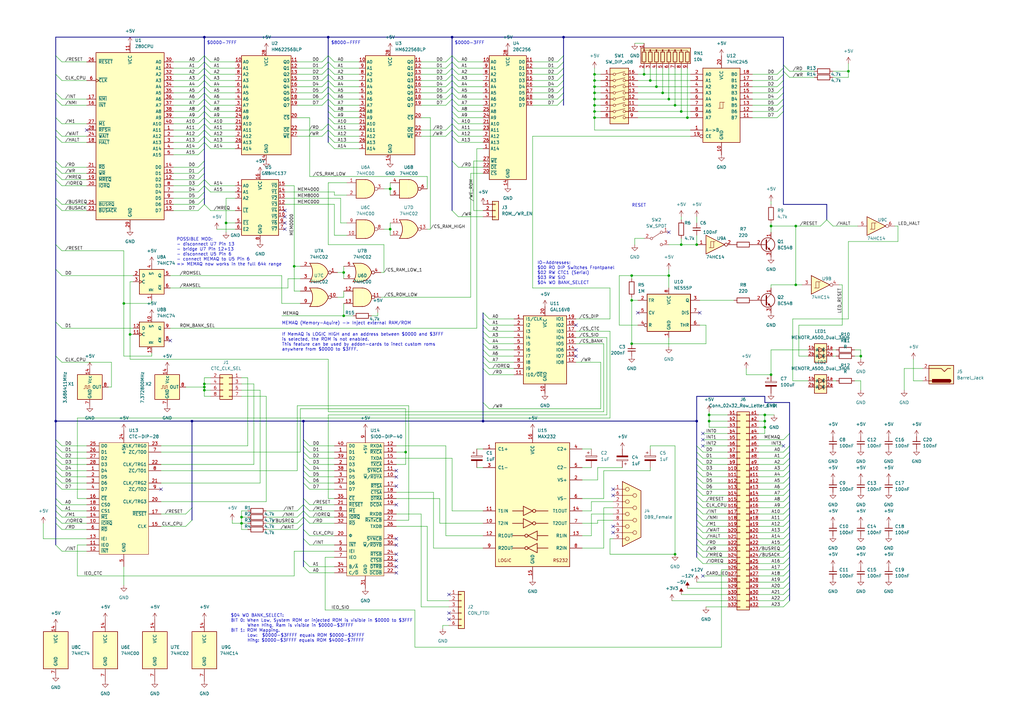
<source format=kicad_sch>
(kicad_sch (version 20230121) (generator eeschema)
  (paper "A3")
  (title_block (title "Z8C CPU Board") (date "2022-09-29") (rev "1") (comment 1 "Z80 Homebrew Computer Main Processing Board") (comment 2 "CPU, CLK-GEN, Power-On-Reset, CTC, SIO, 64k RAM, 16k ROM") (comment 3 "https://github.com/dennis9819/Z8C-Homebrew-Computer"))
  (lib_symbols
    (symbol "74xx:74HC00" (pin_names (offset 1.016))
      (property "Reference" "U" (at 0 1.27 0))
      (property "Value" "74HC00" (at 0 -1.27 0))
      (symbol "74HC00_1_1"
        (pin input line (at -7.62 2.54 0) (length 3.81) (name "~") (number "1"))
        (pin input line (at -7.62 -2.54 0) (length 3.81) (name "~") (number "2"))
        (pin output inverted (at 7.62 0 180) (length 3.81) (name "~") (number "3"))
      )
      (symbol "74HC00_1_2"
        (pin input inverted (at -7.62 2.54 0) (length 4.318) (name "~") (number "1"))
        (pin input inverted (at -7.62 -2.54 0) (length 4.318) (name "~") (number "2"))
        (pin output line (at 7.62 0 180) (length 3.81) (name "~") (number "3"))
      )
      (symbol "74HC00_2_1"
        (pin input line (at -7.62 2.54 0) (length 3.81) (name "~") (number "4"))
        (pin input line (at -7.62 -2.54 0) (length 3.81) (name "~") (number "5"))
        (pin output inverted (at 7.62 0 180) (length 3.81) (name "~") (number "6"))
      )
      (symbol "74HC00_2_2"
        (pin input inverted (at -7.62 2.54 0) (length 4.318) (name "~") (number "4"))
        (pin input inverted (at -7.62 -2.54 0) (length 4.318) (name "~") (number "5"))
        (pin output line (at 7.62 0 180) (length 3.81) (name "~") (number "6"))
      )
      (symbol "74HC00_3_1"
        (pin input line (at -7.62 -2.54 0) (length 3.81) (name "~") (number "10"))
        (pin output inverted (at 7.62 0 180) (length 3.81) (name "~") (number "8"))
        (pin input line (at -7.62 2.54 0) (length 3.81) (name "~") (number "9"))
      )
      (symbol "74HC00_3_2"
        (pin input inverted (at -7.62 -2.54 0) (length 4.318) (name "~") (number "10"))
        (pin output line (at 7.62 0 180) (length 3.81) (name "~") (number "8"))
        (pin input inverted (at -7.62 2.54 0) (length 4.318) (name "~") (number "9"))
      )
      (symbol "74HC00_4_1"
        (pin output inverted (at 7.62 0 180) (length 3.81) (name "~") (number "11"))
        (pin input line (at -7.62 2.54 0) (length 3.81) (name "~") (number "12"))
        (pin input line (at -7.62 -2.54 0) (length 3.81) (name "~") (number "13"))
      )
      (symbol "74HC00_4_2"
        (pin output line (at 7.62 0 180) (length 3.81) (name "~") (number "11"))
        (pin input inverted (at -7.62 2.54 0) (length 4.318) (name "~") (number "12"))
        (pin input inverted (at -7.62 -2.54 0) (length 4.318) (name "~") (number "13"))
      )
      (symbol "74HC00_5_0"
        (pin power_in line (at 0 12.7 270) (length 5.08) (name "VCC") (number "14"))
        (pin power_in line (at 0 -12.7 90) (length 5.08) (name "GND") (number "7"))
      )
    )
    (symbol "74xx:74HC02" (pin_names (offset 1.016))
      (property "Reference" "U" (at 0 1.27 0))
      (property "Value" "74HC02" (at 0 -1.27 0))
      (symbol "74HC02_1_1"
        (pin output inverted (at 7.62 0 180) (length 3.81) (name "~") (number "1"))
        (pin input line (at -7.62 2.54 0) (length 4.318) (name "~") (number "2"))
        (pin input line (at -7.62 -2.54 0) (length 4.318) (name "~") (number "3"))
      )
      (symbol "74HC02_1_2"
        (pin output line (at 7.62 0 180) (length 3.81) (name "~") (number "1"))
        (pin input inverted (at -7.62 2.54 0) (length 3.81) (name "~") (number "2"))
        (pin input inverted (at -7.62 -2.54 0) (length 3.81) (name "~") (number "3"))
      )
      (symbol "74HC02_2_1"
        (pin output inverted (at 7.62 0 180) (length 3.81) (name "~") (number "4"))
        (pin input line (at -7.62 2.54 0) (length 4.318) (name "~") (number "5"))
        (pin input line (at -7.62 -2.54 0) (length 4.318) (name "~") (number "6"))
      )
      (symbol "74HC02_2_2"
        (pin output line (at 7.62 0 180) (length 3.81) (name "~") (number "4"))
        (pin input inverted (at -7.62 2.54 0) (length 3.81) (name "~") (number "5"))
        (pin input inverted (at -7.62 -2.54 0) (length 3.81) (name "~") (number "6"))
      )
      (symbol "74HC02_3_1"
        (pin output inverted (at 7.62 0 180) (length 3.81) (name "~") (number "10"))
        (pin input line (at -7.62 2.54 0) (length 4.318) (name "~") (number "8"))
        (pin input line (at -7.62 -2.54 0) (length 4.318) (name "~") (number "9"))
      )
      (symbol "74HC02_3_2"
        (pin output line (at 7.62 0 180) (length 3.81) (name "~") (number "10"))
        (pin input inverted (at -7.62 2.54 0) (length 3.81) (name "~") (number "8"))
        (pin input inverted (at -7.62 -2.54 0) (length 3.81) (name "~") (number "9"))
      )
      (symbol "74HC02_4_1"
        (pin input line (at -7.62 2.54 0) (length 4.318) (name "~") (number "11"))
        (pin input line (at -7.62 -2.54 0) (length 4.318) (name "~") (number "12"))
        (pin output inverted (at 7.62 0 180) (length 3.81) (name "~") (number "13"))
      )
      (symbol "74HC02_4_2"
        (pin input inverted (at -7.62 2.54 0) (length 3.81) (name "~") (number "11"))
        (pin input inverted (at -7.62 -2.54 0) (length 3.81) (name "~") (number "12"))
        (pin output line (at 7.62 0 180) (length 3.81) (name "~") (number "13"))
      )
      (symbol "74HC02_5_0"
        (pin power_in line (at 0 12.7 270) (length 5.08) (name "VCC") (number "14"))
        (pin power_in line (at 0 -12.7 90) (length 5.08) (name "GND") (number "7"))
      )
    )
    (symbol "74xx:74HC137"
      (property "Reference" "U" (at -7.62 13.97 0))
      (property "Value" "74HC137" (at 2.54 -11.43 0))
      (symbol "74HC137_1_1"
        (pin input line (at -10.16 10.16 0) (length 2.54) (name "A0") (number "1"))
        (pin output line (at 10.16 -2.54 180) (length 2.54) (name "~{Y5}") (number "10"))
        (pin output line (at 10.16 0 180) (length 2.54) (name "~{Y4}") (number "11"))
        (pin output line (at 10.16 2.54 180) (length 2.54) (name "~{Y3}") (number "12"))
        (pin output line (at 10.16 5.08 180) (length 2.54) (name "~{Y2}") (number "13"))
        (pin output line (at 10.16 7.62 180) (length 2.54) (name "~{Y1}") (number "14"))
        (pin output line (at 10.16 10.16 180) (length 2.54) (name "~{Y0}") (number "15"))
        (pin power_in line (at 0 15.24 270) (length 2.54) (name "VCC") (number "16"))
        (pin input line (at -10.16 7.62 0) (length 2.54) (name "A1") (number "2"))
        (pin input line (at -10.16 5.08 0) (length 2.54) (name "A2") (number "3"))
        (pin input line (at -10.16 0 0) (length 2.54) (name "~{LE}") (number "4"))
        (pin input line (at -10.16 -5.08 0) (length 2.54) (name "~{E1}") (number "5"))
        (pin input line (at -10.16 -7.62 0) (length 2.54) (name "E2") (number "6"))
        (pin output line (at 10.16 -7.62 180) (length 2.54) (name "~{Y7}") (number "7"))
        (pin power_in line (at 0 -12.7 90) (length 2.54) (name "GND") (number "8"))
        (pin output line (at 10.16 -5.08 180) (length 2.54) (name "~{Y6}") (number "9"))
      )
    )
    (symbol "74xx:74HC14" (pin_names (offset 1.016))
      (property "Reference" "U" (at 0 1.27 0))
      (property "Value" "74HC14" (at 0 -1.27 0))
      (symbol "74HC14_1_0"
        (pin input line (at -7.62 0 0) (length 3.81) (name "~") (number "1"))
        (pin output inverted (at 7.62 0 180) (length 3.81) (name "~") (number "2"))
      )
      (symbol "74HC14_2_0"
        (pin input line (at -7.62 0 0) (length 3.81) (name "~") (number "3"))
        (pin output inverted (at 7.62 0 180) (length 3.81) (name "~") (number "4"))
      )
      (symbol "74HC14_3_0"
        (pin input line (at -7.62 0 0) (length 3.81) (name "~") (number "5"))
        (pin output inverted (at 7.62 0 180) (length 3.81) (name "~") (number "6"))
      )
      (symbol "74HC14_4_0"
        (pin output inverted (at 7.62 0 180) (length 3.81) (name "~") (number "8"))
        (pin input line (at -7.62 0 0) (length 3.81) (name "~") (number "9"))
      )
      (symbol "74HC14_5_0"
        (pin output inverted (at 7.62 0 180) (length 3.81) (name "~") (number "10"))
        (pin input line (at -7.62 0 0) (length 3.81) (name "~") (number "11"))
      )
      (symbol "74HC14_6_0"
        (pin output inverted (at 7.62 0 180) (length 3.81) (name "~") (number "12"))
        (pin input line (at -7.62 0 0) (length 3.81) (name "~") (number "13"))
      )
      (symbol "74HC14_7_0"
        (pin power_in line (at 0 12.7 270) (length 5.08) (name "VCC") (number "14"))
        (pin power_in line (at 0 -12.7 90) (length 5.08) (name "GND") (number "7"))
      )
    )
    (symbol "74xx:74HC245" (pin_names (offset 1.016))
      (property "Reference" "U" (at -7.62 16.51 0))
      (property "Value" "74HC245" (at -7.62 -16.51 0))
      (symbol "74HC245_1_0"
        (pin input line (at -12.7 -10.16 0) (length 5.08) (name "A->B") (number "1"))
        (pin power_in line (at 0 -20.32 90) (length 5.08) (name "GND") (number "10"))
        (pin tri_state line (at 12.7 -5.08 180) (length 5.08) (name "B7") (number "11"))
        (pin tri_state line (at 12.7 -2.54 180) (length 5.08) (name "B6") (number "12"))
        (pin tri_state line (at 12.7 0 180) (length 5.08) (name "B5") (number "13"))
        (pin tri_state line (at 12.7 2.54 180) (length 5.08) (name "B4") (number "14"))
        (pin tri_state line (at 12.7 5.08 180) (length 5.08) (name "B3") (number "15"))
        (pin tri_state line (at 12.7 7.62 180) (length 5.08) (name "B2") (number "16"))
        (pin tri_state line (at 12.7 10.16 180) (length 5.08) (name "B1") (number "17"))
        (pin tri_state line (at 12.7 12.7 180) (length 5.08) (name "B0") (number "18"))
        (pin input inverted (at -12.7 -12.7 0) (length 5.08) (name "CE") (number "19"))
        (pin tri_state line (at -12.7 12.7 0) (length 5.08) (name "A0") (number "2"))
        (pin power_in line (at 0 20.32 270) (length 5.08) (name "VCC") (number "20"))
        (pin tri_state line (at -12.7 10.16 0) (length 5.08) (name "A1") (number "3"))
        (pin tri_state line (at -12.7 7.62 0) (length 5.08) (name "A2") (number "4"))
        (pin tri_state line (at -12.7 5.08 0) (length 5.08) (name "A3") (number "5"))
        (pin tri_state line (at -12.7 2.54 0) (length 5.08) (name "A4") (number "6"))
        (pin tri_state line (at -12.7 0 0) (length 5.08) (name "A5") (number "7"))
        (pin tri_state line (at -12.7 -2.54 0) (length 5.08) (name "A6") (number "8"))
        (pin tri_state line (at -12.7 -5.08 0) (length 5.08) (name "A7") (number "9"))
      )
    )
    (symbol "74xx:74HC74" (pin_names (offset 1.016))
      (property "Reference" "U" (at -7.62 8.89 0))
      (property "Value" "74HC74" (at -7.62 -8.89 0))
      (symbol "74HC74_1_0"
        (pin input line (at 0 -7.62 90) (length 2.54) (name "~{R}") (number "1"))
        (pin input line (at -7.62 2.54 0) (length 2.54) (name "D") (number "2"))
        (pin input clock (at -7.62 0 0) (length 2.54) (name "C") (number "3"))
        (pin input line (at 0 7.62 270) (length 2.54) (name "~{S}") (number "4"))
        (pin output line (at 7.62 2.54 180) (length 2.54) (name "Q") (number "5"))
        (pin output line (at 7.62 -2.54 180) (length 2.54) (name "~{Q}") (number "6"))
      )
      (symbol "74HC74_2_0"
        (pin input line (at 0 7.62 270) (length 2.54) (name "~{S}") (number "10"))
        (pin input clock (at -7.62 0 0) (length 2.54) (name "C") (number "11"))
        (pin input line (at -7.62 2.54 0) (length 2.54) (name "D") (number "12"))
        (pin input line (at 0 -7.62 90) (length 2.54) (name "~{R}") (number "13"))
        (pin output line (at 7.62 -2.54 180) (length 2.54) (name "~{Q}") (number "8"))
        (pin output line (at 7.62 2.54 180) (length 2.54) (name "Q") (number "9"))
      )
      (symbol "74HC74_3_0"
        (pin power_in line (at 0 10.16 270) (length 2.54) (name "VCC") (number "14"))
        (pin power_in line (at 0 -10.16 90) (length 2.54) (name "GND") (number "7"))
      )
    )
    (symbol "74xx:74LS08" (pin_names (offset 1.016))
      (property "Reference" "U" (at 0 1.27 0))
      (property "Value" "74LS08" (at 0 -1.27 0))
      (symbol "74LS08_1_1"
        (pin input line (at -7.62 2.54 0) (length 3.81) (name "~") (number "1"))
        (pin input line (at -7.62 -2.54 0) (length 3.81) (name "~") (number "2"))
        (pin output line (at 7.62 0 180) (length 3.81) (name "~") (number "3"))
      )
      (symbol "74LS08_1_2"
        (pin input inverted (at -7.62 2.54 0) (length 4.318) (name "~") (number "1"))
        (pin input inverted (at -7.62 -2.54 0) (length 4.318) (name "~") (number "2"))
        (pin output inverted (at 7.62 0 180) (length 3.81) (name "~") (number "3"))
      )
      (symbol "74LS08_2_1"
        (pin input line (at -7.62 2.54 0) (length 3.81) (name "~") (number "4"))
        (pin input line (at -7.62 -2.54 0) (length 3.81) (name "~") (number "5"))
        (pin output line (at 7.62 0 180) (length 3.81) (name "~") (number "6"))
      )
      (symbol "74LS08_2_2"
        (pin input inverted (at -7.62 2.54 0) (length 4.318) (name "~") (number "4"))
        (pin input inverted (at -7.62 -2.54 0) (length 4.318) (name "~") (number "5"))
        (pin output inverted (at 7.62 0 180) (length 3.81) (name "~") (number "6"))
      )
      (symbol "74LS08_3_1"
        (pin input line (at -7.62 -2.54 0) (length 3.81) (name "~") (number "10"))
        (pin output line (at 7.62 0 180) (length 3.81) (name "~") (number "8"))
        (pin input line (at -7.62 2.54 0) (length 3.81) (name "~") (number "9"))
      )
      (symbol "74LS08_3_2"
        (pin input inverted (at -7.62 -2.54 0) (length 4.318) (name "~") (number "10"))
        (pin output inverted (at 7.62 0 180) (length 3.81) (name "~") (number "8"))
        (pin input inverted (at -7.62 2.54 0) (length 4.318) (name "~") (number "9"))
      )
      (symbol "74LS08_4_1"
        (pin output line (at 7.62 0 180) (length 3.81) (name "~") (number "11"))
        (pin input line (at -7.62 2.54 0) (length 3.81) (name "~") (number "12"))
        (pin input line (at -7.62 -2.54 0) (length 3.81) (name "~") (number "13"))
      )
      (symbol "74LS08_4_2"
        (pin output inverted (at 7.62 0 180) (length 3.81) (name "~") (number "11"))
        (pin input inverted (at -7.62 2.54 0) (length 4.318) (name "~") (number "12"))
        (pin input inverted (at -7.62 -2.54 0) (length 4.318) (name "~") (number "13"))
      )
      (symbol "74LS08_5_0"
        (pin power_in line (at 0 12.7 270) (length 5.08) (name "VCC") (number "14"))
        (pin power_in line (at 0 -12.7 90) (length 5.08) (name "GND") (number "7"))
      )
    )
    (symbol "74xx:74LS11" (pin_names (offset 1.016))
      (property "Reference" "U" (at 0 1.27 0))
      (property "Value" "74LS11" (at 0 -1.27 0))
      (symbol "74LS11_1_1"
        (pin input line (at -7.62 2.54 0) (length 3.81) (name "~") (number "1"))
        (pin output line (at 7.62 0 180) (length 3.81) (name "~") (number "12"))
        (pin input line (at -7.62 -2.54 0) (length 3.81) (name "~") (number "13"))
        (pin input line (at -7.62 0 0) (length 3.81) (name "~") (number "2"))
      )
      (symbol "74LS11_1_2"
        (pin input inverted (at -7.62 2.54 0) (length 4.318) (name "~") (number "1"))
        (pin output inverted (at 7.62 0 180) (length 3.81) (name "~") (number "12"))
        (pin input inverted (at -7.62 -2.54 0) (length 4.318) (name "~") (number "13"))
        (pin input inverted (at -7.62 0 0) (length 4.953) (name "~") (number "2"))
      )
      (symbol "74LS11_2_1"
        (pin input line (at -7.62 2.54 0) (length 3.81) (name "~") (number "3"))
        (pin input line (at -7.62 0 0) (length 3.81) (name "~") (number "4"))
        (pin input line (at -7.62 -2.54 0) (length 3.81) (name "~") (number "5"))
        (pin output line (at 7.62 0 180) (length 3.81) (name "~") (number "6"))
      )
      (symbol "74LS11_2_2"
        (pin input inverted (at -7.62 2.54 0) (length 4.318) (name "~") (number "3"))
        (pin input inverted (at -7.62 0 0) (length 4.953) (name "~") (number "4"))
        (pin input inverted (at -7.62 -2.54 0) (length 4.318) (name "~") (number "5"))
        (pin output inverted (at 7.62 0 180) (length 3.81) (name "~") (number "6"))
      )
      (symbol "74LS11_3_1"
        (pin input line (at -7.62 0 0) (length 3.81) (name "~") (number "10"))
        (pin input line (at -7.62 -2.54 0) (length 3.81) (name "~") (number "11"))
        (pin output line (at 7.62 0 180) (length 3.81) (name "~") (number "8"))
        (pin input line (at -7.62 2.54 0) (length 3.81) (name "~") (number "9"))
      )
      (symbol "74LS11_3_2"
        (pin input inverted (at -7.62 0 0) (length 4.953) (name "~") (number "10"))
        (pin input inverted (at -7.62 -2.54 0) (length 4.318) (name "~") (number "11"))
        (pin output inverted (at 7.62 0 180) (length 3.81) (name "~") (number "8"))
        (pin input inverted (at -7.62 2.54 0) (length 4.318) (name "~") (number "9"))
      )
      (symbol "74LS11_4_0"
        (pin power_in line (at 0 12.7 270) (length 5.08) (name "VCC") (number "14"))
        (pin power_in line (at 0 -12.7 90) (length 5.08) (name "GND") (number "7"))
      )
    )
    (symbol "74xx:74LS27" (pin_names (offset 1.016))
      (property "Reference" "U" (at 0 1.27 0))
      (property "Value" "74LS27" (at 0 -1.27 0))
      (symbol "74LS27_1_1"
        (pin input line (at -7.62 2.54 0) (length 4.318) (name "~") (number "1"))
        (pin output inverted (at 7.62 0 180) (length 3.81) (name "~") (number "12"))
        (pin input line (at -7.62 -2.54 0) (length 4.318) (name "~") (number "13"))
        (pin input line (at -7.62 0 0) (length 4.953) (name "~") (number "2"))
      )
      (symbol "74LS27_1_2"
        (pin input inverted (at -7.62 2.54 0) (length 3.81) (name "~") (number "1"))
        (pin output line (at 7.62 0 180) (length 3.81) (name "~") (number "12"))
        (pin input inverted (at -7.62 -2.54 0) (length 3.81) (name "~") (number "13"))
        (pin input inverted (at -7.62 0 0) (length 3.81) (name "~") (number "2"))
      )
      (symbol "74LS27_2_1"
        (pin input line (at -7.62 2.54 0) (length 4.318) (name "~") (number "3"))
        (pin input line (at -7.62 0 0) (length 4.953) (name "~") (number "4"))
        (pin input line (at -7.62 -2.54 0) (length 4.318) (name "~") (number "5"))
        (pin output inverted (at 7.62 0 180) (length 3.81) (name "~") (number "6"))
      )
      (symbol "74LS27_2_2"
        (pin input inverted (at -7.62 2.54 0) (length 3.81) (name "~") (number "3"))
        (pin input inverted (at -7.62 0 0) (length 3.81) (name "~") (number "4"))
        (pin input inverted (at -7.62 -2.54 0) (length 3.81) (name "~") (number "5"))
        (pin output line (at 7.62 0 180) (length 3.81) (name "~") (number "6"))
      )
      (symbol "74LS27_3_1"
        (pin input line (at -7.62 0 0) (length 4.953) (name "~") (number "10"))
        (pin input line (at -7.62 -2.54 0) (length 4.318) (name "~") (number "11"))
        (pin output inverted (at 7.62 0 180) (length 3.81) (name "~") (number "8"))
        (pin input line (at -7.62 2.54 0) (length 4.318) (name "~") (number "9"))
      )
      (symbol "74LS27_3_2"
        (pin input inverted (at -7.62 0 0) (length 3.81) (name "~") (number "10"))
        (pin input inverted (at -7.62 -2.54 0) (length 3.81) (name "~") (number "11"))
        (pin output line (at 7.62 0 180) (length 3.81) (name "~") (number "8"))
        (pin input inverted (at -7.62 2.54 0) (length 3.81) (name "~") (number "9"))
      )
      (symbol "74LS27_4_0"
        (pin power_in line (at 0 12.7 270) (length 5.08) (name "VCC") (number "14"))
        (pin power_in line (at 0 -12.7 90) (length 5.08) (name "GND") (number "7"))
      )
    )
    (symbol "CPU:Z80CPU" (pin_names (offset 1.016))
      (property "Reference" "U" (at -13.97 35.56 0))
      (property "Value" "Z80CPU" (at 6.35 35.56 0))
      (symbol "Z80CPU_1_1"
        (pin output line (at 17.78 2.54 180) (length 3.81) (name "A11") (number "1"))
        (pin bidirectional line (at 17.78 -27.94 180) (length 3.81) (name "D6") (number "10"))
        (pin power_in line (at 0 38.1 270) (length 3.81) (name "VCC") (number "11"))
        (pin bidirectional line (at 17.78 -17.78 180) (length 3.81) (name "D2") (number "12"))
        (pin bidirectional line (at 17.78 -30.48 180) (length 3.81) (name "D7") (number "13"))
        (pin bidirectional line (at 17.78 -12.7 180) (length 3.81) (name "D0") (number "14"))
        (pin bidirectional line (at 17.78 -15.24 180) (length 3.81) (name "D1") (number "15"))
        (pin input line (at -17.78 12.7 0) (length 3.81) (name "~{INT}") (number "16"))
        (pin input line (at -17.78 15.24 0) (length 3.81) (name "~{NMI}") (number "17"))
        (pin output line (at -17.78 -2.54 0) (length 3.81) (name "~{HALT}") (number "18"))
        (pin output line (at -17.78 -17.78 0) (length 3.81) (name "~{MREQ}") (number "19"))
        (pin output line (at 17.78 0 180) (length 3.81) (name "A12") (number "2"))
        (pin output line (at -17.78 -20.32 0) (length 3.81) (name "~{IORQ}") (number "20"))
        (pin output line (at -17.78 -12.7 0) (length 3.81) (name "~{RD}") (number "21"))
        (pin output line (at -17.78 -15.24 0) (length 3.81) (name "~{WR}") (number "22"))
        (pin output line (at -17.78 -30.48 0) (length 3.81) (name "~{BUSACK}") (number "23"))
        (pin input line (at -17.78 0 0) (length 3.81) (name "~{WAIT}") (number "24"))
        (pin input line (at -17.78 -27.94 0) (length 3.81) (name "~{BUSRQ}") (number "25"))
        (pin input line (at -17.78 30.48 0) (length 3.81) (name "~{RESET}") (number "26"))
        (pin output line (at -17.78 5.08 0) (length 3.81) (name "~{M1}") (number "27"))
        (pin output line (at -17.78 2.54 0) (length 3.81) (name "~{RFSH}") (number "28"))
        (pin power_in line (at 0 -38.1 90) (length 3.81) (name "GND") (number "29"))
        (pin output line (at 17.78 -2.54 180) (length 3.81) (name "A13") (number "3"))
        (pin output line (at 17.78 30.48 180) (length 3.81) (name "A0") (number "30"))
        (pin output line (at 17.78 27.94 180) (length 3.81) (name "A1") (number "31"))
        (pin output line (at 17.78 25.4 180) (length 3.81) (name "A2") (number "32"))
        (pin output line (at 17.78 22.86 180) (length 3.81) (name "A3") (number "33"))
        (pin output line (at 17.78 20.32 180) (length 3.81) (name "A4") (number "34"))
        (pin output line (at 17.78 17.78 180) (length 3.81) (name "A5") (number "35"))
        (pin output line (at 17.78 15.24 180) (length 3.81) (name "A6") (number "36"))
        (pin output line (at 17.78 12.7 180) (length 3.81) (name "A7") (number "37"))
        (pin output line (at 17.78 10.16 180) (length 3.81) (name "A8") (number "38"))
        (pin output line (at 17.78 7.62 180) (length 3.81) (name "A9") (number "39"))
        (pin output line (at 17.78 -5.08 180) (length 3.81) (name "A14") (number "4"))
        (pin output line (at 17.78 5.08 180) (length 3.81) (name "A10") (number "40"))
        (pin output line (at 17.78 -7.62 180) (length 3.81) (name "A15") (number "5"))
        (pin input clock (at -17.78 22.86 0) (length 3.81) (name "~{CLK}") (number "6"))
        (pin bidirectional line (at 17.78 -22.86 180) (length 3.81) (name "D4") (number "7"))
        (pin bidirectional line (at 17.78 -20.32 180) (length 3.81) (name "D3") (number "8"))
        (pin bidirectional line (at 17.78 -25.4 180) (length 3.81) (name "D5") (number "9"))
      )
    )
    (symbol "Connector:Barrel_Jack" (pin_names (offset 1.016))
      (property "Reference" "J" (at 0 5.334 0))
      (property "Value" "Barrel_Jack" (at 0 -5.08 0))
      (symbol "Barrel_Jack_1_1"
        (pin passive line (at 7.62 2.54 180) (length 2.54) (name "~") (number "1"))
        (pin passive line (at 7.62 -2.54 180) (length 2.54) (name "~") (number "2"))
      )
    )
    (symbol "Connector:DB9_Female" (pin_names (offset 1.016) hide)
      (property "Reference" "J" (at 0 13.97 0))
      (property "Value" "DB9_Female" (at 0 -14.605 0))
      (symbol "DB9_Female_1_1"
        (pin passive line (at -7.62 10.16 0) (length 3.81) (name "1") (number "1"))
        (pin passive line (at -7.62 5.08 0) (length 3.81) (name "2") (number "2"))
        (pin passive line (at -7.62 0 0) (length 3.81) (name "3") (number "3"))
        (pin passive line (at -7.62 -5.08 0) (length 3.81) (name "4") (number "4"))
        (pin passive line (at -7.62 -10.16 0) (length 3.81) (name "5") (number "5"))
        (pin passive line (at -7.62 7.62 0) (length 3.81) (name "6") (number "6"))
        (pin passive line (at -7.62 2.54 0) (length 3.81) (name "7") (number "7"))
        (pin passive line (at -7.62 -2.54 0) (length 3.81) (name "8") (number "8"))
        (pin passive line (at -7.62 -7.62 0) (length 3.81) (name "9") (number "9"))
      )
    )
    (symbol "Connector_Generic:Conn_01x03" (pin_names (offset 1.016) hide)
      (property "Reference" "J" (at 0 5.08 0))
      (property "Value" "Conn_01x03" (at 0 -5.08 0))
      (symbol "Conn_01x03_1_1"
        (pin passive line (at -5.08 2.54 0) (length 3.81) (name "Pin_1") (number "1"))
        (pin passive line (at -5.08 0 0) (length 3.81) (name "Pin_2") (number "2"))
        (pin passive line (at -5.08 -2.54 0) (length 3.81) (name "Pin_3") (number "3"))
      )
    )
    (symbol "Connector_Generic:Conn_01x06" (pin_names (offset 1.016) hide)
      (property "Reference" "J" (at 0 7.62 0))
      (property "Value" "Conn_01x06" (at 0 -10.16 0))
      (symbol "Conn_01x06_1_1"
        (pin passive line (at -5.08 5.08 0) (length 3.81) (name "Pin_1") (number "1"))
        (pin passive line (at -5.08 2.54 0) (length 3.81) (name "Pin_2") (number "2"))
        (pin passive line (at -5.08 0 0) (length 3.81) (name "Pin_3") (number "3"))
        (pin passive line (at -5.08 -2.54 0) (length 3.81) (name "Pin_4") (number "4"))
        (pin passive line (at -5.08 -5.08 0) (length 3.81) (name "Pin_5") (number "5"))
        (pin passive line (at -5.08 -7.62 0) (length 3.81) (name "Pin_6") (number "6"))
      )
    )
    (symbol "Connector_Generic:Conn_02x04_Odd_Even" (pin_names (offset 1.016) hide)
      (property "Reference" "J" (at 1.27 5.08 0))
      (property "Value" "Conn_02x04_Odd_Even" (at 1.27 -7.62 0))
      (symbol "Conn_02x04_Odd_Even_1_1"
        (pin passive line (at -5.08 2.54 0) (length 3.81) (name "Pin_1") (number "1"))
        (pin passive line (at 7.62 2.54 180) (length 3.81) (name "Pin_2") (number "2"))
        (pin passive line (at -5.08 0 0) (length 3.81) (name "Pin_3") (number "3"))
        (pin passive line (at 7.62 0 180) (length 3.81) (name "Pin_4") (number "4"))
        (pin passive line (at -5.08 -2.54 0) (length 3.81) (name "Pin_5") (number "5"))
        (pin passive line (at 7.62 -2.54 180) (length 3.81) (name "Pin_6") (number "6"))
        (pin passive line (at -5.08 -5.08 0) (length 3.81) (name "Pin_7") (number "7"))
        (pin passive line (at 7.62 -5.08 180) (length 3.81) (name "Pin_8") (number "8"))
      )
    )
    (symbol "Connector_Generic:Conn_02x32_Row_Letter_First" (pin_names (offset 1.016) hide)
      (property "Reference" "J" (at 1.27 40.64 0))
      (property "Value" "Conn_02x32_Row_Letter_First" (at 1.27 -43.18 0))
      (symbol "Conn_02x32_Row_Letter_First_1_1"
        (pin passive line (at -5.08 38.1 0) (length 3.81) (name "Pin_a1") (number "a1"))
        (pin passive line (at -5.08 15.24 0) (length 3.81) (name "Pin_a10") (number "a10"))
        (pin passive line (at -5.08 12.7 0) (length 3.81) (name "Pin_a11") (number "a11"))
        (pin passive line (at -5.08 10.16 0) (length 3.81) (name "Pin_a12") (number "a12"))
        (pin passive line (at -5.08 7.62 0) (length 3.81) (name "Pin_a13") (number "a13"))
        (pin passive line (at -5.08 5.08 0) (length 3.81) (name "Pin_a14") (number "a14"))
        (pin passive line (at -5.08 2.54 0) (length 3.81) (name "Pin_a15") (number "a15"))
        (pin passive line (at -5.08 0 0) (length 3.81) (name "Pin_a16") (number "a16"))
        (pin passive line (at -5.08 -2.54 0) (length 3.81) (name "Pin_a17") (number "a17"))
        (pin passive line (at -5.08 -5.08 0) (length 3.81) (name "Pin_a18") (number "a18"))
        (pin passive line (at -5.08 -7.62 0) (length 3.81) (name "Pin_a19") (number "a19"))
        (pin passive line (at -5.08 35.56 0) (length 3.81) (name "Pin_a2") (number "a2"))
        (pin passive line (at -5.08 -10.16 0) (length 3.81) (name "Pin_a20") (number "a20"))
        (pin passive line (at -5.08 -12.7 0) (length 3.81) (name "Pin_a21") (number "a21"))
        (pin passive line (at -5.08 -15.24 0) (length 3.81) (name "Pin_a22") (number "a22"))
        (pin passive line (at -5.08 -17.78 0) (length 3.81) (name "Pin_a23") (number "a23"))
        (pin passive line (at -5.08 -20.32 0) (length 3.81) (name "Pin_a24") (number "a24"))
        (pin passive line (at -5.08 -22.86 0) (length 3.81) (name "Pin_a25") (number "a25"))
        (pin passive line (at -5.08 -25.4 0) (length 3.81) (name "Pin_a26") (number "a26"))
        (pin passive line (at -5.08 -27.94 0) (length 3.81) (name "Pin_a27") (number "a27"))
        (pin passive line (at -5.08 -30.48 0) (length 3.81) (name "Pin_a28") (number "a28"))
        (pin passive line (at -5.08 -33.02 0) (length 3.81) (name "Pin_a29") (number "a29"))
        (pin passive line (at -5.08 33.02 0) (length 3.81) (name "Pin_a3") (number "a3"))
        (pin passive line (at -5.08 -35.56 0) (length 3.81) (name "Pin_a30") (number "a30"))
        (pin passive line (at -5.08 -38.1 0) (length 3.81) (name "Pin_a31") (number "a31"))
        (pin passive line (at -5.08 -40.64 0) (length 3.81) (name "Pin_a32") (number "a32"))
        (pin passive line (at -5.08 30.48 0) (length 3.81) (name "Pin_a4") (number "a4"))
        (pin passive line (at -5.08 27.94 0) (length 3.81) (name "Pin_a5") (number "a5"))
        (pin passive line (at -5.08 25.4 0) (length 3.81) (name "Pin_a6") (number "a6"))
        (pin passive line (at -5.08 22.86 0) (length 3.81) (name "Pin_a7") (number "a7"))
        (pin passive line (at -5.08 20.32 0) (length 3.81) (name "Pin_a8") (number "a8"))
        (pin passive line (at -5.08 17.78 0) (length 3.81) (name "Pin_a9") (number "a9"))
        (pin passive line (at 7.62 38.1 180) (length 3.81) (name "Pin_b1") (number "b1"))
        (pin passive line (at 7.62 15.24 180) (length 3.81) (name "Pin_b10") (number "b10"))
        (pin passive line (at 7.62 12.7 180) (length 3.81) (name "Pin_b11") (number "b11"))
        (pin passive line (at 7.62 10.16 180) (length 3.81) (name "Pin_b12") (number "b12"))
        (pin passive line (at 7.62 7.62 180) (length 3.81) (name "Pin_b13") (number "b13"))
        (pin passive line (at 7.62 5.08 180) (length 3.81) (name "Pin_b14") (number "b14"))
        (pin passive line (at 7.62 2.54 180) (length 3.81) (name "Pin_b15") (number "b15"))
        (pin passive line (at 7.62 0 180) (length 3.81) (name "Pin_b16") (number "b16"))
        (pin passive line (at 7.62 -2.54 180) (length 3.81) (name "Pin_b17") (number "b17"))
        (pin passive line (at 7.62 -5.08 180) (length 3.81) (name "Pin_b18") (number "b18"))
        (pin passive line (at 7.62 -7.62 180) (length 3.81) (name "Pin_b19") (number "b19"))
        (pin passive line (at 7.62 35.56 180) (length 3.81) (name "Pin_b2") (number "b2"))
        (pin passive line (at 7.62 -10.16 180) (length 3.81) (name "Pin_b20") (number "b20"))
        (pin passive line (at 7.62 -12.7 180) (length 3.81) (name "Pin_b21") (number "b21"))
        (pin passive line (at 7.62 -15.24 180) (length 3.81) (name "Pin_b22") (number "b22"))
        (pin passive line (at 7.62 -17.78 180) (length 3.81) (name "Pin_b23") (number "b23"))
        (pin passive line (at 7.62 -20.32 180) (length 3.81) (name "Pin_b24") (number "b24"))
        (pin passive line (at 7.62 -22.86 180) (length 3.81) (name "Pin_b25") (number "b25"))
        (pin passive line (at 7.62 -25.4 180) (length 3.81) (name "Pin_b26") (number "b26"))
        (pin passive line (at 7.62 -27.94 180) (length 3.81) (name "Pin_b27") (number "b27"))
        (pin passive line (at 7.62 -30.48 180) (length 3.81) (name "Pin_b28") (number "b28"))
        (pin passive line (at 7.62 -33.02 180) (length 3.81) (name "Pin_b29") (number "b29"))
        (pin passive line (at 7.62 33.02 180) (length 3.81) (name "Pin_b3") (number "b3"))
        (pin passive line (at 7.62 -35.56 180) (length 3.81) (name "Pin_b30") (number "b30"))
        (pin passive line (at 7.62 -38.1 180) (length 3.81) (name "Pin_b31") (number "b31"))
        (pin passive line (at 7.62 -40.64 180) (length 3.81) (name "Pin_b32") (number "b32"))
        (pin passive line (at 7.62 30.48 180) (length 3.81) (name "Pin_b4") (number "b4"))
        (pin passive line (at 7.62 27.94 180) (length 3.81) (name "Pin_b5") (number "b5"))
        (pin passive line (at 7.62 25.4 180) (length 3.81) (name "Pin_b6") (number "b6"))
        (pin passive line (at 7.62 22.86 180) (length 3.81) (name "Pin_b7") (number "b7"))
        (pin passive line (at 7.62 20.32 180) (length 3.81) (name "Pin_b8") (number "b8"))
        (pin passive line (at 7.62 17.78 180) (length 3.81) (name "Pin_b9") (number "b9"))
      )
    )
    (symbol "CustomSymbols:MENOTR_A500_Dual_3mm"
      (property "Reference" "LED?" (at 0 7.62 0))
      (property "Value" "MENOTR_A500_Dual_3mm" (at 0 5.08 0))
      (symbol "MENOTR_A500_Dual_3mm_1_1"
        (pin passive line (at 5.08 1.27 180) (length 2.54) (name "K") (number "1a"))
        (pin passive line (at -5.08 1.27 0) (length 2.54) (name "A") (number "1b"))
        (pin passive line (at 5.08 -1.27 180) (length 2.54) (name "K") (number "2a"))
        (pin passive line (at -5.08 -1.27 0) (length 2.54) (name "A") (number "2b"))
      )
    )
    (symbol "Device:C_Polarized" (pin_numbers hide) (pin_names (offset 0.254))
      (property "Reference" "C" (at 0.635 2.54 0))
      (property "Value" "C_Polarized" (at 0.635 -2.54 0))
      (symbol "C_Polarized_1_1"
        (pin passive line (at 0 3.81 270) (length 2.794) (name "~") (number "1"))
        (pin passive line (at 0 -3.81 90) (length 2.794) (name "~") (number "2"))
      )
    )
    (symbol "Device:C_Small" (pin_numbers hide) (pin_names (offset 0.254) hide)
      (property "Reference" "C" (at 0.254 1.778 0))
      (property "Value" "C_Small" (at 0.254 -2.032 0))
      (symbol "C_Small_1_1"
        (pin passive line (at 0 2.54 270) (length 2.032) (name "~") (number "1"))
        (pin passive line (at 0 -2.54 90) (length 2.032) (name "~") (number "2"))
      )
    )
    (symbol "Device:R" (pin_numbers hide) (pin_names (offset 0))
      (property "Reference" "R" (at 2.032 0 90))
      (property "Value" "R" (at 0 0 90))
      (symbol "R_1_1"
        (pin passive line (at 0 3.81 270) (length 1.27) (name "~") (number "1"))
        (pin passive line (at 0 -3.81 90) (length 1.27) (name "~") (number "2"))
      )
    )
    (symbol "Device:R_Network08" (pin_names (offset 0) hide)
      (property "Reference" "RN" (at -12.7 0 90))
      (property "Value" "R_Network08" (at 10.16 0 90))
      (symbol "R_Network08_1_1"
        (pin passive line (at -10.16 5.08 270) (length 2.54) (name "common") (number "1"))
        (pin passive line (at -10.16 -5.08 90) (length 1.27) (name "R1") (number "2"))
        (pin passive line (at -7.62 -5.08 90) (length 1.27) (name "R2") (number "3"))
        (pin passive line (at -5.08 -5.08 90) (length 1.27) (name "R3") (number "4"))
        (pin passive line (at -2.54 -5.08 90) (length 1.27) (name "R4") (number "5"))
        (pin passive line (at 0 -5.08 90) (length 1.27) (name "R5") (number "6"))
        (pin passive line (at 2.54 -5.08 90) (length 1.27) (name "R6") (number "7"))
        (pin passive line (at 5.08 -5.08 90) (length 1.27) (name "R7") (number "8"))
        (pin passive line (at 7.62 -5.08 90) (length 1.27) (name "R8") (number "9"))
      )
    )
    (symbol "Interface_UART:MAX232" (pin_names (offset 1.016))
      (property "Reference" "U" (at -2.54 28.575 0))
      (property "Value" "MAX232" (at -2.54 26.67 0))
      (symbol "MAX232_0_0"
        (text "LOGIC" (at -11.43 -22.86 0) (effects (font (size 1.27 1.27))))
        (text "RS232" (at 11.43 -22.86 0) (effects (font (size 1.27 1.27))))
      )
      (symbol "MAX232_1_1"
        (pin passive line (at -20.32 22.86 0) (length 5.08) (name "C1+") (number "1"))
        (pin input line (at -20.32 -7.62 0) (length 5.08) (name "T2IN") (number "10"))
        (pin input line (at -20.32 -2.54 0) (length 5.08) (name "T1IN") (number "11"))
        (pin output line (at -20.32 -12.7 0) (length 5.08) (name "R1OUT") (number "12"))
        (pin input line (at 20.32 -12.7 180) (length 5.08) (name "R1IN") (number "13"))
        (pin output line (at 20.32 -2.54 180) (length 5.08) (name "T1OUT") (number "14"))
        (pin power_in line (at 0 -30.48 90) (length 5.08) (name "GND") (number "15"))
        (pin power_in line (at 0 30.48 270) (length 5.08) (name "VCC") (number "16"))
        (pin power_out line (at 20.32 10.16 180) (length 5.08) (name "VS+") (number "2"))
        (pin passive line (at -20.32 15.24 0) (length 5.08) (name "C1-") (number "3"))
        (pin passive line (at 20.32 22.86 180) (length 5.08) (name "C2+") (number "4"))
        (pin passive line (at 20.32 15.24 180) (length 5.08) (name "C2-") (number "5"))
        (pin power_out line (at 20.32 2.54 180) (length 5.08) (name "VS-") (number "6"))
        (pin output line (at 20.32 -7.62 180) (length 5.08) (name "T2OUT") (number "7"))
        (pin input line (at 20.32 -17.78 180) (length 5.08) (name "R2IN") (number "8"))
        (pin output line (at -20.32 -17.78 0) (length 5.08) (name "R2OUT") (number "9"))
      )
    )
    (symbol "Logic_Programmable:GAL16V8" (pin_names (offset 1.016))
      (property "Reference" "U" (at -8.89 16.51 0))
      (property "Value" "GAL16V8" (at 1.27 16.51 0))
      (symbol "GAL16V8_0_0"
        (pin power_in line (at 0 -17.78 90) (length 3.81) (name "GND") (number "10"))
        (pin power_in line (at 0 17.78 270) (length 3.81) (name "VCC") (number "20"))
      )
      (symbol "GAL16V8_1_1"
        (pin input line (at -12.7 12.7 0) (length 3.81) (name "I1/CLK") (number "1"))
        (pin input line (at -12.7 -10.16 0) (length 3.81) (name "I10/~{OE}") (number "11"))
        (pin tri_state line (at 12.7 -5.08 180) (length 3.81) (name "IO8") (number "12"))
        (pin tri_state line (at 12.7 -2.54 180) (length 3.81) (name "IO7") (number "13"))
        (pin tri_state line (at 12.7 0 180) (length 3.81) (name "IO6") (number "14"))
        (pin tri_state line (at 12.7 2.54 180) (length 3.81) (name "IO5") (number "15"))
        (pin tri_state line (at 12.7 5.08 180) (length 3.81) (name "IO4") (number "16"))
        (pin tri_state line (at 12.7 7.62 180) (length 3.81) (name "I03") (number "17"))
        (pin tri_state line (at 12.7 10.16 180) (length 3.81) (name "IO2") (number "18"))
        (pin tri_state line (at 12.7 12.7 180) (length 3.81) (name "IO1") (number "19"))
        (pin input line (at -12.7 10.16 0) (length 3.81) (name "I2") (number "2"))
        (pin input line (at -12.7 7.62 0) (length 3.81) (name "I3") (number "3"))
        (pin input line (at -12.7 5.08 0) (length 3.81) (name "I4") (number "4"))
        (pin input line (at -12.7 2.54 0) (length 3.81) (name "I5") (number "5"))
        (pin input line (at -12.7 0 0) (length 3.81) (name "I6") (number "6"))
        (pin input line (at -12.7 -2.54 0) (length 3.81) (name "I7") (number "7"))
        (pin input line (at -12.7 -5.08 0) (length 3.81) (name "I8") (number "8"))
        (pin input line (at -12.7 -7.62 0) (length 3.81) (name "I9") (number "9"))
      )
    )
    (symbol "Memory_EEPROM:28C256"
      (property "Reference" "U" (at -7.62 26.67 0))
      (property "Value" "28C256" (at 2.54 -26.67 0))
      (symbol "28C256_1_1"
        (pin input line (at -10.16 -12.7 0) (length 2.54) (name "A14") (number "1"))
        (pin input line (at -10.16 22.86 0) (length 2.54) (name "A0") (number "10"))
        (pin tri_state line (at 10.16 22.86 180) (length 2.54) (name "D0") (number "11"))
        (pin tri_state line (at 10.16 20.32 180) (length 2.54) (name "D1") (number "12"))
        (pin tri_state line (at 10.16 17.78 180) (length 2.54) (name "D2") (number "13"))
        (pin power_in line (at 0 -27.94 90) (length 2.54) (name "GND") (number "14"))
        (pin tri_state line (at 10.16 15.24 180) (length 2.54) (name "D3") (number "15"))
        (pin tri_state line (at 10.16 12.7 180) (length 2.54) (name "D4") (number "16"))
        (pin tri_state line (at 10.16 10.16 180) (length 2.54) (name "D5") (number "17"))
        (pin tri_state line (at 10.16 7.62 180) (length 2.54) (name "D6") (number "18"))
        (pin tri_state line (at 10.16 5.08 180) (length 2.54) (name "D7") (number "19"))
        (pin input line (at -10.16 -7.62 0) (length 2.54) (name "A12") (number "2"))
        (pin input line (at -10.16 -22.86 0) (length 2.54) (name "~{CS}") (number "20"))
        (pin input line (at -10.16 -2.54 0) (length 2.54) (name "A10") (number "21"))
        (pin input line (at -10.16 -20.32 0) (length 2.54) (name "~{OE}") (number "22"))
        (pin input line (at -10.16 -5.08 0) (length 2.54) (name "A11") (number "23"))
        (pin input line (at -10.16 0 0) (length 2.54) (name "A9") (number "24"))
        (pin input line (at -10.16 2.54 0) (length 2.54) (name "A8") (number "25"))
        (pin input line (at -10.16 -10.16 0) (length 2.54) (name "A13") (number "26"))
        (pin input line (at -10.16 -17.78 0) (length 2.54) (name "~{WE}") (number "27"))
        (pin power_in line (at 0 27.94 270) (length 2.54) (name "VCC") (number "28"))
        (pin input line (at -10.16 5.08 0) (length 2.54) (name "A7") (number "3"))
        (pin input line (at -10.16 7.62 0) (length 2.54) (name "A6") (number "4"))
        (pin input line (at -10.16 10.16 0) (length 2.54) (name "A5") (number "5"))
        (pin input line (at -10.16 12.7 0) (length 2.54) (name "A4") (number "6"))
        (pin input line (at -10.16 15.24 0) (length 2.54) (name "A3") (number "7"))
        (pin input line (at -10.16 17.78 0) (length 2.54) (name "A2") (number "8"))
        (pin input line (at -10.16 20.32 0) (length 2.54) (name "A1") (number "9"))
      )
    )
    (symbol "Memory_RAM:HM62256BLP"
      (property "Reference" "U" (at -10.16 20.955 0))
      (property "Value" "HM62256BLP" (at 2.54 20.955 0))
      (symbol "HM62256BLP_0_0"
        (pin power_in line (at 0 -22.86 90) (length 2.54) (name "GND") (number "14"))
        (pin power_in line (at 0 22.86 270) (length 2.54) (name "VCC") (number "28"))
      )
      (symbol "HM62256BLP_1_1"
        (pin input line (at -12.7 -17.78 0) (length 2.54) (name "A14") (number "1"))
        (pin input line (at -12.7 17.78 0) (length 2.54) (name "A0") (number "10"))
        (pin tri_state line (at 12.7 17.78 180) (length 2.54) (name "Q0") (number "11"))
        (pin tri_state line (at 12.7 15.24 180) (length 2.54) (name "Q1") (number "12"))
        (pin tri_state line (at 12.7 12.7 180) (length 2.54) (name "Q2") (number "13"))
        (pin tri_state line (at 12.7 10.16 180) (length 2.54) (name "Q3") (number "15"))
        (pin tri_state line (at 12.7 7.62 180) (length 2.54) (name "Q4") (number "16"))
        (pin tri_state line (at 12.7 5.08 180) (length 2.54) (name "Q5") (number "17"))
        (pin tri_state line (at 12.7 2.54 180) (length 2.54) (name "Q6") (number "18"))
        (pin tri_state line (at 12.7 0 180) (length 2.54) (name "Q7") (number "19"))
        (pin input line (at -12.7 -12.7 0) (length 2.54) (name "A12") (number "2"))
        (pin input line (at 12.7 -5.08 180) (length 2.54) (name "~{CS}") (number "20"))
        (pin input line (at -12.7 -7.62 0) (length 2.54) (name "A10") (number "21"))
        (pin input line (at 12.7 -10.16 180) (length 2.54) (name "~{OE}") (number "22"))
        (pin input line (at -12.7 -10.16 0) (length 2.54) (name "A11") (number "23"))
        (pin input line (at -12.7 -5.08 0) (length 2.54) (name "A9") (number "24"))
        (pin input line (at -12.7 -2.54 0) (length 2.54) (name "A8") (number "25"))
        (pin input line (at -12.7 -15.24 0) (length 2.54) (name "A13") (number "26"))
        (pin input line (at 12.7 -12.7 180) (length 2.54) (name "~{WE}") (number "27"))
        (pin input line (at -12.7 0 0) (length 2.54) (name "A7") (number "3"))
        (pin input line (at -12.7 2.54 0) (length 2.54) (name "A6") (number "4"))
        (pin input line (at -12.7 5.08 0) (length 2.54) (name "A5") (number "5"))
        (pin input line (at -12.7 7.62 0) (length 2.54) (name "A4") (number "6"))
        (pin input line (at -12.7 10.16 0) (length 2.54) (name "A3") (number "7"))
        (pin input line (at -12.7 12.7 0) (length 2.54) (name "A2") (number "8"))
        (pin input line (at -12.7 15.24 0) (length 2.54) (name "A1") (number "9"))
      )
    )
    (symbol "Oscillator:ACO-xxxMHz" (pin_names (offset 0.254))
      (property "Reference" "X" (at -5.08 6.35 0))
      (property "Value" "ACO-xxxMHz" (at 1.27 -6.35 0))
      (symbol "ACO-xxxMHz_1_1"
        (pin no_connect line (at -7.62 0 0) (length 2.54) hide (name "NC") (number "1"))
        (pin power_in line (at 0 7.62 270) (length 2.54) (name "Vcc") (number "14"))
        (pin power_in line (at 0 -7.62 90) (length 2.54) (name "GND") (number "7"))
        (pin output line (at 7.62 0 180) (length 2.54) (name "OUT") (number "8"))
      )
    )
    (symbol "Switch:SW_DIP_x08" (pin_names (offset 0) hide)
      (property "Reference" "SW" (at 0 13.97 0))
      (property "Value" "SW_DIP_x08" (at 0 -11.43 0))
      (symbol "SW_DIP_x08_1_1"
        (pin passive line (at -7.62 10.16 0) (length 5.08) (name "~") (number "1"))
        (pin passive line (at 7.62 -5.08 180) (length 5.08) (name "~") (number "10"))
        (pin passive line (at 7.62 -2.54 180) (length 5.08) (name "~") (number "11"))
        (pin passive line (at 7.62 0 180) (length 5.08) (name "~") (number "12"))
        (pin passive line (at 7.62 2.54 180) (length 5.08) (name "~") (number "13"))
        (pin passive line (at 7.62 5.08 180) (length 5.08) (name "~") (number "14"))
        (pin passive line (at 7.62 7.62 180) (length 5.08) (name "~") (number "15"))
        (pin passive line (at 7.62 10.16 180) (length 5.08) (name "~") (number "16"))
        (pin passive line (at -7.62 7.62 0) (length 5.08) (name "~") (number "2"))
        (pin passive line (at -7.62 5.08 0) (length 5.08) (name "~") (number "3"))
        (pin passive line (at -7.62 2.54 0) (length 5.08) (name "~") (number "4"))
        (pin passive line (at -7.62 0 0) (length 5.08) (name "~") (number "5"))
        (pin passive line (at -7.62 -2.54 0) (length 5.08) (name "~") (number "6"))
        (pin passive line (at -7.62 -5.08 0) (length 5.08) (name "~") (number "7"))
        (pin passive line (at -7.62 -7.62 0) (length 5.08) (name "~") (number "8"))
        (pin passive line (at 7.62 -7.62 180) (length 5.08) (name "~") (number "9"))
      )
    )
    (symbol "Switch:SW_SPDT" (pin_names (offset 0) hide)
      (property "Reference" "SW" (at 0 4.318 0))
      (property "Value" "SW_SPDT" (at 0 -5.08 0))
      (symbol "SW_SPDT_1_1"
        (pin passive line (at 5.08 2.54 180) (length 2.54) (name "A") (number "1"))
        (pin passive line (at -5.08 0 0) (length 2.54) (name "B") (number "2"))
        (pin passive line (at 5.08 -2.54 180) (length 2.54) (name "C") (number "3"))
      )
    )
    (symbol "Timer:NE555P"
      (property "Reference" "U" (at -10.16 8.89 0))
      (property "Value" "NE555P" (at 2.54 8.89 0))
      (symbol "NE555P_0_0"
        (pin power_in line (at 0 -10.16 90) (length 2.54) (name "GND") (number "1"))
        (pin power_in line (at 0 10.16 270) (length 2.54) (name "VCC") (number "8"))
      )
      (symbol "NE555P_1_1"
        (pin input line (at -12.7 5.08 0) (length 3.81) (name "TR") (number "2"))
        (pin output line (at 12.7 5.08 180) (length 3.81) (name "Q") (number "3"))
        (pin input inverted (at -12.7 -5.08 0) (length 3.81) (name "R") (number "4"))
        (pin input line (at -12.7 0 0) (length 3.81) (name "CV") (number "5"))
        (pin input line (at 12.7 -5.08 180) (length 3.81) (name "THR") (number "6"))
        (pin input line (at 12.7 0 180) (length 3.81) (name "DIS") (number "7"))
      )
    )
    (symbol "Transistor_BJT:BC548" (pin_names (offset 0) hide)
      (property "Reference" "Q" (at 5.08 1.905 0))
      (property "Value" "BC548" (at 5.08 0 0))
      (symbol "BC548_1_1"
        (pin passive line (at 2.54 5.08 270) (length 2.54) (name "C") (number "1"))
        (pin input line (at -5.08 0 0) (length 5.08) (name "B") (number "2"))
        (pin passive line (at 2.54 -5.08 90) (length 2.54) (name "E") (number "3"))
      )
    )
    (symbol "Zilog_Z80_Peripherals:CTC-DIP-28" (pin_names (offset 0.762))
      (property "Reference" "IC" (at 0 2.54 0))
      (property "Value" "CTC-DIP-28" (at 12.7 1.27 0))
      (symbol "CTC-DIP-28_0_0"
        (pin bidirectional line (at -5.08 -11.43 0) (length 5.08) (name "D4") (number "1"))
        (pin input line (at -5.08 -33.02 0) (length 5.08) (name "~{IORQ}") (number "10"))
        (pin output line (at -5.08 -41.91 0) (length 5.08) (name "IEO") (number "11"))
        (pin open_collector line (at -5.08 -44.45 0) (length 5.08) (name "~{INT}") (number "12"))
        (pin input line (at -5.08 -39.37 0) (length 5.08) (name "IEI") (number "13"))
        (pin input line (at -5.08 -30.48 0) (length 5.08) (name "~{M1}") (number "14"))
        (pin input line (at 25.4 -34.29 180) (length 5.08) (name "CLK") (number "15"))
        (pin input line (at -5.08 -22.86 0) (length 5.08) (name "~{CE}") (number "16"))
        (pin input line (at 25.4 -29.21 180) (length 5.08) (name "~{RESET}") (number "17"))
        (pin input line (at -5.08 -25.4 0) (length 5.08) (name "CS0") (number "18"))
        (pin input line (at -5.08 -27.94 0) (length 5.08) (name "CS1") (number "19"))
        (pin bidirectional line (at -5.08 -13.97 0) (length 5.08) (name "D5") (number "2"))
        (pin input line (at 25.4 -24.13 180) (length 5.08) (name "CLK/TRG3") (number "20"))
        (pin input line (at 25.4 -16.51 180) (length 5.08) (name "CLK/TRG2") (number "21"))
        (pin input line (at 25.4 -8.89 180) (length 5.08) (name "CLK/TRG1") (number "22"))
        (pin input line (at 25.4 -1.27 180) (length 5.08) (name "CLK/TRG0") (number "23"))
        (pin power_in line (at 10.16 5.08 270) (length 5.08) (name "+5V") (number "24"))
        (pin bidirectional line (at -5.08 -1.27 0) (length 5.08) (name "D0") (number "25"))
        (pin bidirectional line (at -5.08 -3.81 0) (length 5.08) (name "D1") (number "26"))
        (pin bidirectional line (at -5.08 -6.35 0) (length 5.08) (name "D2") (number "27"))
        (pin bidirectional line (at -5.08 -8.89 0) (length 5.08) (name "D3") (number "28"))
        (pin bidirectional line (at -5.08 -16.51 0) (length 5.08) (name "D6") (number "3"))
        (pin bidirectional line (at -5.08 -19.05 0) (length 5.08) (name "D7") (number "4"))
        (pin power_in line (at 10.16 -50.8 90) (length 5.08) (name "GND") (number "5"))
        (pin input line (at -5.08 -35.56 0) (length 5.08) (name "~{RD}") (number "6"))
        (pin output line (at 25.4 -3.81 180) (length 5.08) (name "ZC/TO0") (number "7"))
        (pin output line (at 25.4 -11.43 180) (length 5.08) (name "ZC/TO1") (number "8"))
        (pin output line (at 25.4 -19.05 180) (length 5.08) (name "ZC/TO2") (number "9"))
      )
    )
    (symbol "Zilog_Z80_Peripherals:SIO0-DIP-40" (pin_names (offset 0.762))
      (property "Reference" "IC" (at 0 1.27 0))
      (property "Value" "SIO0-DIP-40" (at 7.62 1.27 0))
      (symbol "SIO0-DIP-40_0_0"
        (pin bidirectional line (at -5.08 -3.81 0) (length 5.08) (name "D1") (number "1"))
        (pin output line (at 20.32 -13.97 180) (length 5.08) (name "~{W}/~{RDYA}") (number "10"))
        (pin bidirectional line (at 20.32 -11.43 180) (length 5.08) (name "~{SYNCA}") (number "11"))
        (pin input line (at 20.32 -1.27 180) (length 5.08) (name "RXDA") (number "12"))
        (pin input line (at 20.32 -3.81 180) (length 5.08) (name "~{RXCA}") (number "13"))
        (pin output line (at 20.32 -8.89 180) (length 5.08) (name "~{TXCA}") (number "14"))
        (pin output line (at 20.32 -6.35 180) (length 5.08) (name "TXDA") (number "15"))
        (pin output line (at 20.32 -22.86 180) (length 5.08) (name "~{DTRA}") (number "16"))
        (pin output line (at 20.32 -17.78 180) (length 5.08) (name "~{RTSA}") (number "17"))
        (pin input line (at 20.32 -20.32 180) (length 5.08) (name "~{CTSA}") (number "18"))
        (pin input line (at 20.32 -25.4 180) (length 5.08) (name "~{DCDA}") (number "19"))
        (pin bidirectional line (at -5.08 -8.89 0) (length 5.08) (name "D3") (number "2"))
        (pin input line (at -5.08 -38.1 0) (length 5.08) (name "Φ") (number "20"))
        (pin input line (at -5.08 -25.4 0) (length 5.08) (name "~{RESET}") (number "21"))
        (pin input line (at 20.32 -53.34 180) (length 5.08) (name "~{DCDB}") (number "22"))
        (pin input line (at 20.32 -48.26 180) (length 5.08) (name "~{CTSB}") (number "23"))
        (pin output line (at 20.32 -45.72 180) (length 5.08) (name "~{RTSB}") (number "24"))
        (pin output line (at 20.32 -50.8 180) (length 5.08) (name "~{DTRB}") (number "25"))
        (pin output line (at 20.32 -34.29 180) (length 5.08) (name "TXDB") (number "26"))
        (pin input line (at 20.32 -31.75 180) (length 5.08) (name "~{RxTxCB}") (number "27"))
        (pin input line (at 20.32 -29.21 180) (length 5.08) (name "RXDB") (number "28"))
        (pin input line (at 20.32 -39.37 180) (length 5.08) (name "~{SYNCB}") (number "29"))
        (pin bidirectional line (at -5.08 -13.97 0) (length 5.08) (name "D5") (number "3"))
        (pin output line (at 20.32 -41.91 180) (length 5.08) (name "~{W}/~{RDYB}") (number "30"))
        (pin power_in line (at 7.62 -59.69 90) (length 5.08) (name "GND") (number "31"))
        (pin input line (at -5.08 -33.02 0) (length 5.08) (name "~{RD}") (number "32"))
        (pin input line (at -5.08 -53.34 0) (length 5.08) (name "C/~{D}") (number "33"))
        (pin input line (at -5.08 -50.8 0) (length 5.08) (name "B/~{A}") (number "34"))
        (pin input line (at -5.08 -22.86 0) (length 5.08) (name "~{CE}") (number "35"))
        (pin input line (at -5.08 -30.48 0) (length 5.08) (name "~{IORQ}") (number "36"))
        (pin bidirectional line (at -5.08 -16.51 0) (length 5.08) (name "D6") (number "37"))
        (pin bidirectional line (at -5.08 -11.43 0) (length 5.08) (name "D4") (number "38"))
        (pin bidirectional line (at -5.08 -6.35 0) (length 5.08) (name "D2") (number "39"))
        (pin bidirectional line (at -5.08 -19.05 0) (length 5.08) (name "D7") (number "4"))
        (pin bidirectional line (at -5.08 -1.27 0) (length 5.08) (name "D0") (number "40"))
        (pin open_collector line (at -5.08 -41.91 0) (length 5.08) (name "~{INT}") (number "5"))
        (pin input line (at -5.08 -44.45 0) (length 5.08) (name "IEI") (number "6"))
        (pin output line (at -5.08 -46.99 0) (length 5.08) (name "IEO") (number "7"))
        (pin input line (at -5.08 -27.94 0) (length 5.08) (name "~{M1}") (number "8"))
        (pin power_in line (at 7.62 5.08 270) (length 5.08) (name "+5V") (number "9"))
      )
    )
    (symbol "power:+12V" (power) (pin_names (offset 0))
      (property "Value" "+12V" (at 0 3.556 0))
      (symbol "+12V_1_1"
        (pin power_in line (at 0 0 90) (length 0) hide (name "+12V") (number "1"))
      )
    )
    (symbol "power:+3.3V" (power) (pin_names (offset 0))
      (property "Value" "+3.3V" (at 0 3.556 0))
      (symbol "+3.3V_1_1"
        (pin power_in line (at 0 0 90) (length 0) hide (name "+3V3") (number "1"))
      )
    )
    (symbol "power:+5V" (power) (pin_names (offset 0))
      (property "Value" "+5V" (at 0 3.556 0))
      (symbol "+5V_1_1"
        (pin power_in line (at 0 0 90) (length 0) hide (name "+5V") (number "1"))
      )
    )
    (symbol "power:-12V" (power) (pin_names (offset 0))
      (property "Value" "-12V" (at 0 3.81 0))
      (symbol "-12V_0_0"
        (pin power_in line (at 0 0 90) (length 0) hide (name "-12V") (number "1"))
      )
    )
    (symbol "power:-5V" (power) (pin_names (offset 0))
      (property "Value" "-5V" (at 0 3.81 0))
      (symbol "-5V_0_0"
        (pin power_in line (at 0 0 90) (length 0) hide (name "-5V") (number "1"))
      )
    )
    (symbol "power:GND" (power) (pin_names (offset 0))
      (property "Value" "GND" (at 0 -3.81 0))
      (symbol "GND_1_1"
        (pin power_in line (at 0 0 270) (length 0) hide (name "GND") (number "1"))
      )
    )
  )
  (junction (at 281.94 48.26))
  (junction (at 316.23 92.71))
  (junction (at 134.62 15.24))
  (junction (at 279.4 100.33))
  (junction (at 166.37 185.42))
  (junction (at 347.98 29.21))
  (junction (at 83.82 158.75))
  (junction (at 326.39 116.84))
  (junction (at 285.75 172.72))
  (junction (at 285.75 100.33))
  (junction (at 313.69 175.26))
  (junction (at 99.06 212.09))
  (junction (at 259.08 113.03))
  (junction (at 259.08 140.97))
  (junction (at 279.4 45.72))
  (junction (at 140.97 129.54))
  (junction (at 160.02 93.98))
  (junction (at 276.86 43.18))
  (junction (at 243.84 40.64))
  (junction (at 83.82 15.24))
  (junction (at 140.97 111.76))
  (junction (at 50.8 124.46))
  (junction (at 243.84 35.56))
  (junction (at 274.32 113.03))
  (junction (at 316.23 153.67))
  (junction (at 353.06 146.05))
  (junction (at 243.84 48.26))
  (junction (at 274.32 40.64))
  (junction (at 271.78 38.1))
  (junction (at 243.84 33.02))
  (junction (at 83.82 157.48))
  (junction (at 124.46 172.72))
  (junction (at 326.39 92.71))
  (junction (at 120.65 109.22))
  (junction (at 266.7 33.02))
  (junction (at 243.84 45.72))
  (junction (at 243.84 30.48))
  (junction (at 78.74 172.72))
  (junction (at 53.34 137.16))
  (junction (at 313.69 170.18))
  (junction (at 198.12 172.72))
  (junction (at 264.16 30.48))
  (junction (at 243.84 38.1))
  (junction (at 92.71 91.44))
  (junction (at 290.83 170.18))
  (junction (at 22.86 172.72))
  (junction (at 269.24 35.56))
  (junction (at 259.08 123.19))
  (junction (at 185.42 15.24))
  (junction (at 160.02 77.47))
  (junction (at 290.83 172.72))
  (junction (at 276.86 227.33))
  (junction (at 313.69 172.72))
  (junction (at 231.14 15.24))
  (junction (at 99.06 214.63))
  (junction (at 243.84 43.18))
  (junction (at 83.82 160.02))
  (no_connect (at 236.22 133.35))
  (no_connect (at 236.22 146.05))
  (no_connect (at 236.22 143.51))
  (no_connect (at 274.32 95.25))
  (no_connect (at 287.02 128.27))
  (no_connect (at 261.62 128.27))
  (no_connect (at 288.29 236.22))
  (no_connect (at 116.84 93.98))
  (no_connect (at 116.84 86.36))
  (no_connect (at 116.84 88.9))
  (no_connect (at 116.84 91.44))
  (no_connect (at 162.56 199.39))
  (no_connect (at 162.56 207.01))
  (no_connect (at 162.56 193.04))
  (no_connect (at 162.56 195.58))
  (no_connect (at 162.56 234.95))
  (no_connect (at 162.56 232.41))
  (no_connect (at 162.56 229.87))
  (no_connect (at 162.56 227.33))
  (no_connect (at 162.56 223.52))
  (no_connect (at 162.56 220.98))
  (no_connect (at 66.04 200.66))
  (no_connect (at 251.46 200.66))
  (no_connect (at 251.46 203.2))
  (no_connect (at 251.46 215.9))
  (no_connect (at 251.46 218.44))
  (no_connect (at 184.15 254))
  (no_connect (at 184.15 251.46))
  (no_connect (at 184.15 243.84))
  (no_connect (at 69.85 139.7))
  (no_connect (at 288.29 182.88))
  (no_connect (at 288.29 180.34))
  (no_connect (at 288.29 177.8))
  (no_connect (at 321.31 182.88))
  (no_connect (at 35.56 53.34))
  (bus_entry (at 25.4 198.12) (size -2.54 -2.54))
  (bus_entry (at 185.42 22.86) (size 2.54 2.54))
  (bus_entry (at 198.12 138.43) (size 2.54 2.54))
  (bus_entry (at 22.86 100.33) (size 2.54 2.54))
  (bus_entry (at 81.28 68.58) (size 2.54 -2.54))
  (bus_entry (at 83.82 55.88) (size -2.54 2.54))
  (bus_entry (at 124.46 229.87) (size 2.54 2.54))
  (bus_entry (at 318.77 43.18) (size 2.54 -2.54))
  (bus_entry (at 22.86 48.26) (size 2.54 2.54))
  (bus_entry (at 288.29 193.04) (size -2.54 -2.54))
  (bus_entry (at 323.85 200.66) (size -2.54 2.54))
  (bus_entry (at 228.6 33.02) (size 2.54 -2.54))
  (bus_entry (at 185.42 43.18) (size 2.54 2.54))
  (bus_entry (at 25.4 200.66) (size -2.54 -2.54))
  (bus_entry (at 127 187.96) (size -2.54 -2.54))
  (bus_entry (at 83.82 76.2) (size 2.54 2.54))
  (bus_entry (at 318.77 33.02) (size 2.54 -2.54))
  (bus_entry (at 22.86 71.12) (size 2.54 2.54))
  (bus_entry (at 134.62 55.88) (size 2.54 2.54))
  (bus_entry (at 285.75 203.2) (size 2.54 2.54))
  (bus_entry (at 134.62 45.72) (size 2.54 2.54))
  (bus_entry (at 127 200.66) (size -2.54 -2.54))
  (bus_entry (at 198.12 128.27) (size 2.54 2.54))
  (bus_entry (at 288.29 187.96) (size -2.54 -2.54))
  (bus_entry (at 323.85 238.76) (size -2.54 2.54))
  (bus_entry (at 323.85 223.52) (size -2.54 2.54))
  (bus_entry (at 81.28 76.2) (size 2.54 -2.54))
  (bus_entry (at 22.86 68.58) (size 2.54 2.54))
  (bus_entry (at 185.42 50.8) (size -2.54 2.54))
  (bus_entry (at 323.85 226.06) (size -2.54 2.54))
  (bus_entry (at 25.4 113.03) (size -2.54 -2.54))
  (bus_entry (at 185.42 38.1) (size 2.54 2.54))
  (bus_entry (at 83.82 58.42) (size -2.54 2.54))
  (bus_entry (at 127 195.58) (size -2.54 -2.54))
  (bus_entry (at 25.4 193.04) (size -2.54 -2.54))
  (bus_entry (at 228.6 30.48) (size 2.54 -2.54))
  (bus_entry (at 124.46 214.63) (size -2.54 2.54))
  (bus_entry (at 198.12 165.1) (size 2.54 2.54))
  (bus_entry (at 185.42 86.36) (size 2.54 2.54))
  (bus_entry (at 323.85 182.88) (size -2.54 2.54))
  (bus_entry (at 25.4 134.62) (size -2.54 -2.54))
  (bus_entry (at 339.09 90.17) (size -2.54 2.54))
  (bus_entry (at 134.62 30.48) (size 2.54 2.54))
  (bus_entry (at 134.62 27.94) (size 2.54 2.54))
  (bus_entry (at 318.77 30.48) (size 2.54 -2.54))
  (bus_entry (at 228.6 43.18) (size 2.54 -2.54))
  (bus_entry (at 228.6 25.4) (size 2.54 -2.54))
  (bus_entry (at 22.86 38.1) (size 2.54 2.54))
  (bus_entry (at 288.29 190.5) (size -2.54 -2.54))
  (bus_entry (at 83.82 48.26) (size -2.54 2.54))
  (bus_entry (at 185.42 53.34) (size -2.54 2.54))
  (bus_entry (at 323.85 208.28) (size -2.54 2.54))
  (bus_entry (at 182.88 30.48) (size 2.54 -2.54))
  (bus_entry (at 134.62 38.1) (size 2.54 2.54))
  (bus_entry (at 182.88 35.56) (size 2.54 -2.54))
  (bus_entry (at 198.12 148.59) (size 2.54 2.54))
  (bus_entry (at 81.28 71.12) (size 2.54 -2.54))
  (bus_entry (at 182.88 38.1) (size 2.54 -2.54))
  (bus_entry (at 185.42 27.94) (size 2.54 2.54))
  (bus_entry (at 318.77 45.72) (size 2.54 -2.54))
  (bus_entry (at 22.86 53.34) (size 2.54 2.54))
  (bus_entry (at 285.75 208.28) (size 2.54 2.54))
  (bus_entry (at 22.86 81.28) (size 2.54 2.54))
  (bus_entry (at 134.62 43.18) (size 2.54 2.54))
  (bus_entry (at 83.82 60.96) (size -2.54 2.54))
  (bus_entry (at 185.42 35.56) (size 2.54 2.54))
  (bus_entry (at 134.62 53.34) (size 2.54 2.54))
  (bus_entry (at 182.88 33.02) (size 2.54 -2.54))
  (bus_entry (at 285.75 218.44) (size 2.54 2.54))
  (bus_entry (at 81.28 86.36) (size 2.54 -2.54))
  (bus_entry (at 124.46 209.55) (size -2.54 2.54))
  (bus_entry (at 22.86 223.52) (size 2.54 2.54))
  (bus_entry (at 132.08 33.02) (size 2.54 -2.54))
  (bus_entry (at 132.08 27.94) (size 2.54 -2.54))
  (bus_entry (at 132.08 30.48) (size 2.54 -2.54))
  (bus_entry (at 132.08 25.4) (size 2.54 -2.54))
  (bus_entry (at 132.08 43.18) (size 2.54 -2.54))
  (bus_entry (at 132.08 38.1) (size 2.54 -2.54))
  (bus_entry (at 132.08 35.56) (size 2.54 -2.54))
  (bus_entry (at 132.08 40.64) (size 2.54 -2.54))
  (bus_entry (at 83.82 43.18) (size 2.54 2.54))
  (bus_entry (at 83.82 30.48) (size 2.54 2.54))
  (bus_entry (at 83.82 50.8) (size 2.54 2.54))
  (bus_entry (at 83.82 48.26) (size 2.54 2.54))
  (bus_entry (at 83.82 33.02) (size 2.54 2.54))
  (bus_entry (at 83.82 45.72) (size 2.54 2.54))
  (bus_entry (at 83.82 55.88) (size 2.54 2.54))
  (bus_entry (at 83.82 53.34) (size 2.54 2.54))
  (bus_entry (at 83.82 22.86) (size 2.54 2.54))
  (bus_entry (at 83.82 58.42) (size 2.54 2.54))
  (bus_entry (at 83.82 40.64) (size 2.54 2.54))
  (bus_entry (at 83.82 25.4) (size 2.54 2.54))
  (bus_entry (at 83.82 27.94) (size 2.54 2.54))
  (bus_entry (at 83.82 35.56) (size 2.54 2.54))
  (bus_entry (at 83.82 38.1) (size 2.54 2.54))
  (bus_entry (at 78.74 213.36) (size -2.54 2.54))
  (bus_entry (at 134.62 58.42) (size 2.54 2.54))
  (bus_entry (at 323.85 187.96) (size -2.54 2.54))
  (bus_entry (at 285.75 215.9) (size 2.54 2.54))
  (bus_entry (at 134.62 25.4) (size 2.54 2.54))
  (bus_entry (at 198.12 140.97) (size 2.54 2.54))
  (bus_entry (at 182.88 40.64) (size 2.54 -2.54))
  (bus_entry (at 83.82 43.18) (size -2.54 2.54))
  (bus_entry (at 323.85 213.36) (size -2.54 2.54))
  (bus_entry (at 321.31 29.21) (size 2.54 2.54))
  (bus_entry (at 83.82 73.66) (size 2.54 2.54))
  (bus_entry (at 185.42 40.64) (size 2.54 2.54))
  (bus_entry (at 22.86 146.05) (size 2.54 2.54))
  (bus_entry (at 185.42 50.8) (size 2.54 2.54))
  (bus_entry (at 323.85 220.98) (size -2.54 2.54))
  (bus_entry (at 323.85 205.74) (size -2.54 2.54))
  (bus_entry (at 323.85 228.6) (size -2.54 2.54))
  (bus_entry (at 323.85 231.14) (size -2.54 2.54))
  (bus_entry (at 185.42 66.04) (size 2.54 2.54))
  (bus_entry (at 124.46 220.98) (size 2.54 2.54))
  (bus_entry (at 198.12 133.35) (size 2.54 2.54))
  (bus_entry (at 318.77 40.64) (size 2.54 -2.54))
  (bus_entry (at 22.86 204.47) (size 2.54 2.54))
  (bus_entry (at 323.85 185.42) (size -2.54 2.54))
  (bus_entry (at 318.77 38.1) (size 2.54 -2.54))
  (bus_entry (at 134.62 40.64) (size 2.54 2.54))
  (bus_entry (at 83.82 33.02) (size -2.54 2.54))
  (bus_entry (at 81.28 73.66) (size 2.54 -2.54))
  (bus_entry (at 22.86 66.04) (size 2.54 2.54))
  (bus_entry (at 124.46 212.09) (size 2.54 2.54))
  (bus_entry (at 185.42 55.88) (size 2.54 2.54))
  (bus_entry (at 198.12 130.81) (size 2.54 2.54))
  (bus_entry (at 83.82 83.82) (size 2.54 2.54))
  (bus_entry (at 83.82 25.4) (size -2.54 2.54))
  (bus_entry (at 134.62 33.02) (size 2.54 2.54))
  (bus_entry (at 323.85 218.44) (size -2.54 2.54))
  (bus_entry (at 318.77 35.56) (size 2.54 -2.54))
  (bus_entry (at 22.86 209.55) (size 2.54 2.54))
  (bus_entry (at 83.82 22.86) (size -2.54 2.54))
  (bus_entry (at 134.62 48.26) (size 2.54 2.54))
  (bus_entry (at 127 193.04) (size -2.54 -2.54))
  (bus_entry (at 83.82 35.56) (size -2.54 2.54))
  (bus_entry (at 185.42 53.34) (size 2.54 2.54))
  (bus_entry (at 81.28 83.82) (size 2.54 -2.54))
  (bus_entry (at 22.86 73.66) (size 2.54 2.54))
  (bus_entry (at 124.46 212.09) (size -2.54 2.54))
  (bus_entry (at 182.88 27.94) (size 2.54 -2.54))
  (bus_entry (at 288.29 185.42) (size -2.54 -2.54))
  (bus_entry (at 127 198.12) (size -2.54 -2.54))
  (bus_entry (at 288.29 198.12) (size -2.54 -2.54))
  (bus_entry (at 285.75 223.52) (size 2.54 2.54))
  (bus_entry (at 83.82 50.8) (size -2.54 2.54))
  (bus_entry (at 185.42 45.72) (size 2.54 2.54))
  (bus_entry (at 323.85 193.04) (size -2.54 2.54))
  (bus_entry (at 83.82 53.34) (size -2.54 2.54))
  (bus_entry (at 185.42 33.02) (size 2.54 2.54))
  (bus_entry (at 228.6 38.1) (size 2.54 -2.54))
  (bus_entry (at 285.75 210.82) (size 2.54 2.54))
  (bus_entry (at 323.85 243.84) (size -2.54 2.54))
  (bus_entry (at 22.86 207.01) (size 2.54 2.54))
  (bus_entry (at 78.74 208.28) (size -2.54 2.54))
  (bus_entry (at 323.85 215.9) (size -2.54 2.54))
  (bus_entry (at 124.46 207.01) (size 2.54 2.54))
  (bus_entry (at 198.12 143.51) (size 2.54 2.54))
  (bus_entry (at 321.31 26.67) (size 2.54 2.54))
  (bus_entry (at 228.6 27.94) (size 2.54 -2.54))
  (bus_entry (at 22.86 55.88) (size 2.54 2.54))
  (bus_entry (at 285.75 226.06) (size 2.54 2.54))
  (bus_entry (at 198.12 146.05) (size 2.54 2.54))
  (bus_entry (at 127 182.88) (size -2.54 -2.54))
  (bus_entry (at 22.86 212.09) (size 2.54 2.54))
  (bus_entry (at 25.4 187.96) (size -2.54 -2.54))
  (bus_entry (at 285.75 228.6) (size 2.54 2.54))
  (bus_entry (at 323.85 241.3) (size -2.54 2.54))
  (bus_entry (at 124.46 232.41) (size 2.54 2.54))
  (bus_entry (at 323.85 190.5) (size -2.54 2.54))
  (bus_entry (at 323.85 198.12) (size -2.54 2.54))
  (bus_entry (at 25.4 185.42) (size -2.54 -2.54))
  (bus_entry (at 182.88 43.18) (size 2.54 -2.54))
  (bus_entry (at 124.46 207.01) (size -2.54 2.54))
  (bus_entry (at 22.86 214.63) (size 2.54 2.54))
  (bus_entry (at 134.62 22.86) (size 2.54 2.54))
  (bus_entry (at 323.85 246.38) (size -2.54 2.54))
  (bus_entry (at 228.6 40.64) (size 2.54 -2.54))
  (bus_entry (at 323.85 195.58) (size -2.54 2.54))
  (bus_entry (at 127 190.5) (size -2.54 -2.54))
  (bus_entry (at 25.4 190.5) (size -2.54 -2.54))
  (bus_entry (at 185.42 30.48) (size 2.54 2.54))
  (bus_entry (at 288.29 200.66) (size -2.54 -2.54))
  (bus_entry (at 22.86 83.82) (size 2.54 2.54))
  (bus_entry (at 198.12 151.13) (size 2.54 2.54))
  (bus_entry (at 323.85 236.22) (size -2.54 2.54))
  (bus_entry (at 134.62 35.56) (size 2.54 2.54))
  (bus_entry (at 124.46 217.17) (size 2.54 2.54))
  (bus_entry (at 134.62 53.34) (size -2.54 2.54))
  (bus_entry (at 134.62 50.8) (size -2.54 2.54))
  (bus_entry (at 285.75 205.74) (size 2.54 2.54))
  (bus_entry (at 83.82 45.72) (size -2.54 2.54))
  (bus_entry (at 83.82 30.48) (size -2.54 2.54))
  (bus_entry (at 288.29 195.58) (size -2.54 -2.54))
  (bus_entry (at 83.82 38.1) (size -2.54 2.54))
  (bus_entry (at 285.75 220.98) (size 2.54 2.54))
  (bus_entry (at 323.85 233.68) (size -2.54 2.54))
  (bus_entry (at 185.42 25.4) (size 2.54 2.54))
  (bus_entry (at 134.62 50.8) (size 2.54 2.54))
  (bus_entry (at 81.28 81.28) (size 2.54 -2.54))
  (bus_entry (at 83.82 40.64) (size -2.54 2.54))
  (bus_entry (at 339.09 90.17) (size 2.54 2.54))
  (bus_entry (at 81.28 78.74) (size 2.54 -2.54))
  (bus_entry (at 127 185.42) (size -2.54 -2.54))
  (bus_entry (at 25.4 195.58) (size -2.54 -2.54))
  (bus_entry (at 22.86 40.64) (size 2.54 2.54))
  (bus_entry (at 228.6 35.56) (size 2.54 -2.54))
  (bus_entry (at 323.85 210.82) (size -2.54 2.54))
  (bus_entry (at 22.86 30.48) (size 2.54 2.54))
  (bus_entry (at 124.46 209.55) (size 2.54 2.54))
  (bus_entry (at 323.85 203.2) (size -2.54 2.54))
  (bus_entry (at 182.88 25.4) (size 2.54 -2.54))
  (bus_entry (at 83.82 27.94) (size -2.54 2.54))
  (bus_entry (at 25.4 182.88) (size -2.54 -2.54))
  (bus_entry (at 318.77 48.26) (size 2.54 -2.54))
  (bus_entry (at 321.31 180.34) (size 2.54 -2.54))
  (bus_entry (at 124.46 204.47) (size 2.54 2.54))
  (bus_entry (at 22.86 22.86) (size 2.54 2.54))
  (bus_entry (at 285.75 213.36) (size 2.54 2.54))
  (bus_entry (at 288.29 203.2) (size -2.54 -2.54))
  (bus_entry (at 185.42 48.26) (size 2.54 2.54))
  (bus_entry (at 198.12 135.89) (size 2.54 2.54))
  (wire (pts (xy 86.36 48.26) (xy 96.52 48.26)))
  (wire (pts (xy 289.56 133.35) (xy 287.02 133.35)))
  (wire (pts (xy 81.28 27.94) (xy 71.12 27.94)))
  (wire (pts (xy 274.32 27.94) (xy 274.32 40.64)))
  (wire (pts (xy 243.84 40.64) (xy 246.38 40.64)))
  (bus (pts (xy 285.75 200.66) (xy 285.75 198.12)))
  (bus (pts (xy 231.14 30.48) (xy 231.14 33.02)))
  (wire (pts (xy 25.4 212.09) (xy 35.56 212.09)))
  (bus (pts (xy 134.62 45.72) (xy 134.62 48.26)))
  (bus (pts (xy 231.14 35.56) (xy 231.14 38.1)))
  (bus (pts (xy 285.75 223.52) (xy 285.75 226.06)))
  (wire (pts (xy 321.31 226.06) (xy 311.15 226.06)))
  (wire (pts (xy 251.46 220.98) (xy 250.19 220.98)))
  (bus (pts (xy 124.46 217.17) (xy 124.46 220.98)))
  (bus (pts (xy 124.46 182.88) (xy 124.46 185.42)))
  (wire (pts (xy 238.76 214.63) (xy 245.11 214.63)))
  (bus (pts (xy 323.85 236.22) (xy 323.85 233.68)))
  (wire (pts (xy 243.84 48.26) (xy 246.38 48.26)))
  (wire (pts (xy 341.63 143.51) (xy 342.9 143.51)))
  (wire (pts (xy 279.4 45.72) (xy 283.21 45.72)))
  (wire (pts (xy 242.57 209.55) (xy 242.57 205.74)))
  (wire (pts (xy 166.37 167.64) (xy 166.37 185.42)))
  (wire (pts (xy 288.29 193.04) (xy 298.45 193.04)))
  (wire (pts (xy 236.22 130.81) (xy 250.19 130.81)))
  (bus (pts (xy 321.31 26.67) (xy 321.31 27.94)))
  (wire (pts (xy 269.24 27.94) (xy 269.24 35.56)))
  (wire (pts (xy 182.88 55.88) (xy 172.72 55.88)))
  (wire (pts (xy 182.88 38.1) (xy 172.72 38.1)))
  (wire (pts (xy 187.96 55.88) (xy 198.12 55.88)))
  (bus (pts (xy 185.42 55.88) (xy 185.42 66.04)))
  (wire (pts (xy 276.86 227.33) (xy 276.86 182.88)))
  (wire (pts (xy 106.68 198.12) (xy 106.68 160.02)))
  (wire (pts (xy 298.45 233.68) (xy 295.91 233.68)))
  (wire (pts (xy 266.7 193.04) (xy 266.7 191.77)))
  (bus (pts (xy 134.62 25.4) (xy 134.62 27.94)))
  (wire (pts (xy 228.6 38.1) (xy 218.44 38.1)))
  (wire (pts (xy 194.31 66.04) (xy 198.12 66.04)))
  (wire (pts (xy 140.97 111.76) (xy 140.97 109.22)))
  (wire (pts (xy 288.29 205.74) (xy 298.45 205.74)))
  (wire (pts (xy 25.4 68.58) (xy 35.56 68.58)))
  (wire (pts (xy 121.92 209.55) (xy 109.22 209.55)))
  (wire (pts (xy 86.36 55.88) (xy 96.52 55.88)))
  (wire (pts (xy 17.78 220.98) (xy 17.78 214.63)))
  (wire (pts (xy 321.31 198.12) (xy 311.15 198.12)))
  (wire (pts (xy 182.88 25.4) (xy 172.72 25.4)))
  (wire (pts (xy 350.52 146.05) (xy 353.06 146.05)))
  (bus (pts (xy 198.12 135.89) (xy 198.12 138.43)))
  (wire (pts (xy 132.08 25.4) (xy 121.92 25.4)))
  (bus (pts (xy 83.82 50.8) (xy 83.82 48.26)))
  (wire (pts (xy 259.08 140.97) (xy 289.56 140.97)))
  (bus (pts (xy 83.82 27.94) (xy 83.82 25.4)))
  (wire (pts (xy 243.84 40.64) (xy 243.84 43.18)))
  (wire (pts (xy 195.58 184.15) (xy 198.12 184.15)))
  (wire (pts (xy 318.77 48.26) (xy 308.61 48.26)))
  (wire (pts (xy 66.04 205.74) (xy 109.22 205.74)))
  (bus (pts (xy 22.86 71.12) (xy 22.86 73.66)))
  (wire (pts (xy 288.29 195.58) (xy 298.45 195.58)))
  (wire (pts (xy 298.45 172.72) (xy 290.83 172.72)))
  (wire (pts (xy 104.14 157.48) (xy 99.06 157.48)))
  (wire (pts (xy 187.96 88.9) (xy 198.12 88.9)))
  (bus (pts (xy 134.62 27.94) (xy 134.62 30.48)))
  (wire (pts (xy 137.16 55.88) (xy 147.32 55.88)))
  (wire (pts (xy 25.4 185.42) (xy 35.56 185.42)))
  (wire (pts (xy 274.32 100.33) (xy 279.4 100.33)))
  (bus (pts (xy 323.85 218.44) (xy 323.85 215.9)))
  (bus (pts (xy 198.12 140.97) (xy 198.12 143.51)))
  (wire (pts (xy 228.6 40.64) (xy 218.44 40.64)))
  (wire (pts (xy 182.88 219.71) (xy 182.88 182.88)))
  (bus (pts (xy 78.74 172.72) (xy 124.46 172.72)))
  (bus (pts (xy 323.85 205.74) (xy 323.85 203.2)))
  (bus (pts (xy 134.62 35.56) (xy 134.62 38.1)))
  (bus (pts (xy 198.12 172.72) (xy 285.75 172.72)))
  (bus (pts (xy 83.82 35.56) (xy 83.82 33.02)))
  (bus (pts (xy 323.85 233.68) (xy 323.85 231.14)))
  (wire (pts (xy 81.28 45.72) (xy 71.12 45.72)))
  (wire (pts (xy 83.82 157.48) (xy 83.82 154.94)))
  (bus (pts (xy 323.85 213.36) (xy 323.85 210.82)))
  (wire (pts (xy 321.31 200.66) (xy 311.15 200.66)))
  (bus (pts (xy 134.62 50.8) (xy 134.62 53.34)))
  (wire (pts (xy 182.88 40.64) (xy 172.72 40.64)))
  (wire (pts (xy 331.47 146.05) (xy 327.66 146.05)))
  (wire (pts (xy 31.75 171.45) (xy 250.19 171.45)))
  (wire (pts (xy 281.94 27.94) (xy 281.94 48.26)))
  (wire (pts (xy 245.11 191.77) (xy 245.11 196.85)))
  (wire (pts (xy 175.26 215.9) (xy 162.56 215.9)))
  (bus (pts (xy 22.86 68.58) (xy 22.86 71.12)))
  (wire (pts (xy 167.64 213.36) (xy 162.56 213.36)))
  (bus (pts (xy 83.82 38.1) (xy 83.82 35.56)))
  (wire (pts (xy 245.11 213.36) (xy 251.46 213.36)))
  (wire (pts (xy 123.19 185.42) (xy 123.19 167.64)))
  (bus (pts (xy 231.14 38.1) (xy 231.14 40.64)))
  (bus (pts (xy 22.86 100.33) (xy 22.86 110.49)))
  (wire (pts (xy 318.77 35.56) (xy 308.61 35.56)))
  (wire (pts (xy 132.08 38.1) (xy 121.92 38.1)))
  (wire (pts (xy 313.69 175.26) (xy 313.69 172.72)))
  (wire (pts (xy 25.4 55.88) (xy 35.56 55.88)))
  (bus (pts (xy 321.31 30.48) (xy 321.31 33.02)))
  (wire (pts (xy 81.28 25.4) (xy 71.12 25.4)))
  (wire (pts (xy 290.83 172.72) (xy 290.83 175.26)))
  (wire (pts (xy 180.34 214.63) (xy 198.12 214.63)))
  (wire (pts (xy 120.65 236.22) (xy 120.65 226.06)))
  (bus (pts (xy 231.14 27.94) (xy 231.14 30.48)))
  (wire (pts (xy 316.23 92.71) (xy 326.39 92.71)))
  (wire (pts (xy 288.29 220.98) (xy 298.45 220.98)))
  (wire (pts (xy 25.4 193.04) (xy 35.56 193.04)))
  (wire (pts (xy 25.4 76.2) (xy 35.56 76.2)))
  (wire (pts (xy 162.56 204.47) (xy 180.34 204.47)))
  (wire (pts (xy 170.18 265.43) (xy 295.91 265.43)))
  (wire (pts (xy 288.29 190.5) (xy 298.45 190.5)))
  (wire (pts (xy 177.8 201.93) (xy 177.8 224.79)))
  (bus (pts (xy 285.75 187.96) (xy 285.75 185.42)))
  (bus (pts (xy 22.86 40.64) (xy 22.86 48.26)))
  (wire (pts (xy 321.31 228.6) (xy 311.15 228.6)))
  (wire (pts (xy 276.86 43.18) (xy 283.21 43.18)))
  (wire (pts (xy 261.62 133.35) (xy 254 133.35)))
  (wire (pts (xy 318.77 30.48) (xy 308.61 30.48)))
  (wire (pts (xy 137.16 80.01) (xy 142.24 80.01)))
  (wire (pts (xy 288.29 180.34) (xy 298.45 180.34)))
  (wire (pts (xy 290.83 172.72) (xy 290.83 170.18)))
  (wire (pts (xy 160.02 93.98) (xy 160.02 91.44)))
  (bus (pts (xy 83.82 43.18) (xy 83.82 40.64)))
  (wire (pts (xy 368.3 92.71) (xy 368.3 99.06)))
  (wire (pts (xy 99.06 214.63) (xy 101.6 214.63)))
  (wire (pts (xy 321.31 210.82) (xy 311.15 210.82)))
  (wire (pts (xy 238.76 209.55) (xy 242.57 209.55)))
  (bus (pts (xy 22.86 146.05) (xy 22.86 172.72)))
  (wire (pts (xy 81.28 35.56) (xy 71.12 35.56)))
  (wire (pts (xy 86.36 53.34) (xy 96.52 53.34)))
  (wire (pts (xy 316.23 116.84) (xy 316.23 118.11)))
  (wire (pts (xy 321.31 215.9) (xy 311.15 215.9)))
  (wire (pts (xy 187.96 33.02) (xy 198.12 33.02)))
  (wire (pts (xy 132.08 40.64) (xy 121.92 40.64)))
  (wire (pts (xy 86.36 33.02) (xy 96.52 33.02)))
  (wire (pts (xy 195.58 191.77) (xy 198.12 191.77)))
  (bus (pts (xy 134.62 15.24) (xy 185.42 15.24)))
  (wire (pts (xy 175.26 93.98) (xy 176.53 93.98)))
  (wire (pts (xy 269.24 35.56) (xy 283.21 35.56)))
  (wire (pts (xy 243.84 45.72) (xy 243.84 48.26)))
  (wire (pts (xy 25.4 217.17) (xy 35.56 217.17)))
  (bus (pts (xy 285.75 200.66) (xy 285.75 203.2)))
  (wire (pts (xy 182.88 53.34) (xy 172.72 53.34)))
  (wire (pts (xy 313.69 170.18) (xy 317.5 170.18)))
  (wire (pts (xy 187.96 40.64) (xy 198.12 40.64)))
  (wire (pts (xy 109.22 162.56) (xy 99.06 162.56)))
  (wire (pts (xy 289.56 248.92) (xy 298.45 248.92)))
  (wire (pts (xy 261.62 48.26) (xy 281.94 48.26)))
  (wire (pts (xy 247.65 193.04) (xy 266.7 193.04)))
  (wire (pts (xy 170.18 250.19) (xy 170.18 265.43)))
  (bus (pts (xy 321.31 29.21) (xy 321.31 30.48)))
  (wire (pts (xy 109.22 205.74) (xy 109.22 162.56)))
  (wire (pts (xy 250.19 227.33) (xy 276.86 227.33)))
  (wire (pts (xy 137.16 204.47) (xy 134.62 204.47)))
  (wire (pts (xy 184.15 246.38) (xy 175.26 246.38)))
  (wire (pts (xy 323.85 31.75) (xy 334.01 31.75)))
  (bus (pts (xy 83.82 53.34) (xy 83.82 50.8)))
  (wire (pts (xy 228.6 43.18) (xy 218.44 43.18)))
  (wire (pts (xy 261.62 35.56) (xy 269.24 35.56)))
  (wire (pts (xy 160.02 77.47) (xy 160.02 74.93)))
  (wire (pts (xy 69.85 118.11) (xy 118.11 118.11)))
  (wire (pts (xy 132.08 43.18) (xy 121.92 43.18)))
  (wire (pts (xy 81.28 63.5) (xy 71.12 63.5)))
  (wire (pts (xy 238.76 184.15) (xy 242.57 184.15)))
  (wire (pts (xy 127 72.39) (xy 175.26 72.39)))
  (wire (pts (xy 318.77 43.18) (xy 308.61 43.18)))
  (wire (pts (xy 228.6 35.56) (xy 218.44 35.56)))
  (bus (pts (xy 124.46 180.34) (xy 124.46 182.88)))
  (wire (pts (xy 347.98 26.035) (xy 347.98 29.21)))
  (wire (pts (xy 86.36 25.4) (xy 96.52 25.4)))
  (bus (pts (xy 185.42 15.24) (xy 185.42 22.86)))
  (wire (pts (xy 167.64 166.37) (xy 167.64 213.36)))
  (wire (pts (xy 31.75 204.47) (xy 31.75 171.45)))
  (wire (pts (xy 137.16 96.52) (xy 142.24 96.52)))
  (wire (pts (xy 290.83 170.18) (xy 298.45 170.18)))
  (wire (pts (xy 341.63 29.21) (xy 347.98 29.21)))
  (wire (pts (xy 99.06 214.63) (xy 95.25 214.63)))
  (wire (pts (xy 99.06 209.55) (xy 101.6 209.55)))
  (bus (pts (xy 83.82 33.02) (xy 83.82 30.48)))
  (wire (pts (xy 198.12 86.36) (xy 194.31 86.36)))
  (bus (pts (xy 83.82 83.82) (xy 83.82 81.28)))
  (wire (pts (xy 96.52 91.44) (xy 92.71 91.44)))
  (wire (pts (xy 228.6 25.4) (xy 218.44 25.4)))
  (wire (pts (xy 187.96 30.48) (xy 198.12 30.48)))
  (wire (pts (xy 137.16 40.64) (xy 147.32 40.64)))
  (bus (pts (xy 185.42 45.72) (xy 185.42 48.26)))
  (bus (pts (xy 323.85 187.96) (xy 323.85 185.42)))
  (wire (pts (xy 248.92 170.18) (xy 248.92 138.43)))
  (wire (pts (xy 50.8 102.87) (xy 50.8 124.46)))
  (wire (pts (xy 177.8 201.93) (xy 162.56 201.93)))
  (wire (pts (xy 326.39 116.84) (xy 328.93 116.84)))
  (bus (pts (xy 323.85 238.76) (xy 323.85 236.22)))
  (wire (pts (xy 81.28 55.88) (xy 71.12 55.88)))
  (wire (pts (xy 185.42 187.96) (xy 185.42 209.55)))
  (wire (pts (xy 259.08 121.92) (xy 259.08 123.19)))
  (wire (pts (xy 81.28 33.02) (xy 71.12 33.02)))
  (bus (pts (xy 124.46 220.98) (xy 124.46 229.87)))
  (wire (pts (xy 290.83 175.26) (xy 298.45 175.26)))
  (wire (pts (xy 35.56 204.47) (xy 31.75 204.47)))
  (wire (pts (xy 66.04 182.88) (xy 101.6 182.88)))
  (bus (pts (xy 124.46 185.42) (xy 124.46 187.96)))
  (wire (pts (xy 243.84 45.72) (xy 246.38 45.72)))
  (wire (pts (xy 35.56 223.52) (xy 31.75 223.52)))
  (bus (pts (xy 321.31 43.18) (xy 321.31 45.72)))
  (wire (pts (xy 187.96 35.56) (xy 198.12 35.56)))
  (bus (pts (xy 185.42 27.94) (xy 185.42 30.48)))
  (bus (pts (xy 323.85 177.8) (xy 323.85 182.88)))
  (bus (pts (xy 313.69 162.56) (xy 313.69 165.1)))
  (wire (pts (xy 194.31 86.36) (xy 194.31 66.04)))
  (bus (pts (xy 83.82 81.28) (xy 83.82 78.74)))
  (wire (pts (xy 193.04 121.92) (xy 193.04 71.12)))
  (wire (pts (xy 86.36 27.94) (xy 96.52 27.94)))
  (wire (pts (xy 288.29 208.28) (xy 298.45 208.28)))
  (wire (pts (xy 86.36 45.72) (xy 96.52 45.72)))
  (wire (pts (xy 259.08 113.03) (xy 274.32 113.03)))
  (bus (pts (xy 22.86 195.58) (xy 22.86 198.12)))
  (wire (pts (xy 341.63 146.05) (xy 342.9 146.05)))
  (wire (pts (xy 323.85 29.21) (xy 334.01 29.21)))
  (wire (pts (xy 132.08 53.34) (xy 121.92 53.34)))
  (wire (pts (xy 132.08 55.88) (xy 121.92 55.88)))
  (wire (pts (xy 137.16 50.8) (xy 147.32 50.8)))
  (bus (pts (xy 313.69 165.1) (xy 323.85 165.1)))
  (wire (pts (xy 266.7 182.88) (xy 266.7 184.15)))
  (wire (pts (xy 138.43 111.76) (xy 140.97 111.76)))
  (wire (pts (xy 238.76 204.47) (xy 247.65 204.47)))
  (wire (pts (xy 127 232.41) (xy 137.16 232.41)))
  (wire (pts (xy 25.4 43.18) (xy 35.56 43.18)))
  (wire (pts (xy 31.75 236.22) (xy 120.65 236.22)))
  (bus (pts (xy 83.82 66.04) (xy 83.82 60.96)))
  (bus (pts (xy 198.12 146.05) (xy 198.12 148.59)))
  (wire (pts (xy 281.94 48.26) (xy 283.21 48.26)))
  (bus (pts (xy 285.75 205.74) (xy 285.75 208.28)))
  (bus (pts (xy 323.85 241.3) (xy 323.85 238.76)))
  (wire (pts (xy 195.58 60.96) (xy 195.58 134.62)))
  (bus (pts (xy 134.62 55.88) (xy 134.62 58.42)))
  (wire (pts (xy 243.84 33.02) (xy 246.38 33.02)))
  (wire (pts (xy 306.07 153.67) (xy 306.07 151.13)))
  (wire (pts (xy 50.8 146.05) (xy 62.23 146.05)))
  (wire (pts (xy 116.84 76.2) (xy 120.65 76.2)))
  (wire (pts (xy 313.69 172.72) (xy 313.69 170.18)))
  (wire (pts (xy 200.66 135.89) (xy 210.82 135.89)))
  (wire (pts (xy 127 187.96) (xy 137.16 187.96)))
  (wire (pts (xy 25.4 40.64) (xy 35.56 40.64)))
  (wire (pts (xy 287.02 123.19) (xy 300.99 123.19)))
  (wire (pts (xy 121.92 166.37) (xy 167.64 166.37)))
  (wire (pts (xy 288.29 200.66) (xy 298.45 200.66)))
  (wire (pts (xy 127 198.12) (xy 137.16 198.12)))
  (wire (pts (xy 261.62 43.18) (xy 276.86 43.18)))
  (wire (pts (xy 25.4 50.8) (xy 35.56 50.8)))
  (wire (pts (xy 259.08 123.19) (xy 261.62 123.19)))
  (wire (pts (xy 25.4 190.5) (xy 35.56 190.5)))
  (bus (pts (xy 124.46 204.47) (xy 124.46 207.01)))
  (wire (pts (xy 321.31 243.84) (xy 311.15 243.84)))
  (bus (pts (xy 323.85 165.1) (xy 323.85 177.8)))
  (wire (pts (xy 187.96 50.8) (xy 198.12 50.8)))
  (wire (pts (xy 276.86 27.94) (xy 276.86 43.18)))
  (wire (pts (xy 279.4 100.33) (xy 285.75 100.33)))
  (wire (pts (xy 180.34 204.47) (xy 180.34 214.63)))
  (wire (pts (xy 260.35 100.33) (xy 260.35 97.79)))
  (wire (pts (xy 243.84 35.56) (xy 243.84 38.1)))
  (bus (pts (xy 231.14 15.24) (xy 321.31 15.24)))
  (wire (pts (xy 321.31 238.76) (xy 311.15 238.76)))
  (bus (pts (xy 285.75 220.98) (xy 285.75 223.52)))
  (wire (pts (xy 120.65 226.06) (xy 137.16 226.06)))
  (wire (pts (xy 138.43 121.92) (xy 140.97 121.92)))
  (wire (pts (xy 353.06 146.05) (xy 353.06 147.32)))
  (wire (pts (xy 187.96 48.26) (xy 198.12 48.26)))
  (wire (pts (xy 279.4 97.79) (xy 279.4 100.33)))
  (wire (pts (xy 182.88 30.48) (xy 172.72 30.48)))
  (wire (pts (xy 86.36 35.56) (xy 96.52 35.56)))
  (wire (pts (xy 156.21 121.92) (xy 193.04 121.92)))
  (wire (pts (xy 172.72 210.82) (xy 162.56 210.82)))
  (wire (pts (xy 200.66 130.81) (xy 210.82 130.81)))
  (bus (pts (xy 124.46 198.12) (xy 124.46 204.47)))
  (bus (pts (xy 83.82 78.74) (xy 83.82 76.2)))
  (wire (pts (xy 137.16 53.34) (xy 147.32 53.34)))
  (wire (pts (xy 182.88 43.18) (xy 172.72 43.18)))
  (wire (pts (xy 160.02 93.98) (xy 160.02 96.52)))
  (wire (pts (xy 321.31 236.22) (xy 311.15 236.22)))
  (wire (pts (xy 132.08 27.94) (xy 121.92 27.94)))
  (wire (pts (xy 81.28 73.66) (xy 71.12 73.66)))
  (wire (pts (xy 260.35 97.79) (xy 264.16 97.79)))
  (wire (pts (xy 115.57 129.54) (xy 140.97 129.54)))
  (wire (pts (xy 166.37 185.42) (xy 162.56 185.42)))
  (wire (pts (xy 313.69 177.8) (xy 313.69 175.26)))
  (wire (pts (xy 140.97 111.76) (xy 140.97 114.3)))
  (wire (pts (xy 127 223.52) (xy 137.16 223.52)))
  (wire (pts (xy 321.31 190.5) (xy 311.15 190.5)))
  (bus (pts (xy 124.46 209.55) (xy 124.46 212.09)))
  (wire (pts (xy 311.15 170.18) (xy 313.69 170.18)))
  (wire (pts (xy 321.31 218.44) (xy 311.15 218.44)))
  (wire (pts (xy 187.96 25.4) (xy 198.12 25.4)))
  (wire (pts (xy 321.31 248.92) (xy 311.15 248.92)))
  (wire (pts (xy 321.31 203.2) (xy 311.15 203.2)))
  (wire (pts (xy 321.31 213.36) (xy 311.15 213.36)))
  (bus (pts (xy 285.75 208.28) (xy 285.75 210.82)))
  (wire (pts (xy 347.98 99.06) (xy 347.98 130.81)))
  (wire (pts (xy 120.65 109.22) (xy 123.19 109.22)))
  (wire (pts (xy 274.32 110.49) (xy 274.32 113.03)))
  (bus (pts (xy 134.62 15.24) (xy 134.62 22.86)))
  (wire (pts (xy 157.48 111.76) (xy 157.48 100.33)))
  (wire (pts (xy 187.96 38.1) (xy 198.12 38.1)))
  (wire (pts (xy 261.62 40.64) (xy 274.32 40.64)))
  (wire (pts (xy 134.62 100.33) (xy 134.62 74.93)))
  (wire (pts (xy 69.85 113.03) (xy 115.57 113.03)))
  (bus (pts (xy 22.86 48.26) (xy 22.86 53.34)))
  (wire (pts (xy 247.65 168.91) (xy 247.65 140.97)))
  (wire (pts (xy 25.4 209.55) (xy 35.56 209.55)))
  (wire (pts (xy 121.92 214.63) (xy 109.22 214.63)))
  (wire (pts (xy 25.4 148.59) (xy 45.72 148.59)))
  (wire (pts (xy 120.65 76.2) (xy 120.65 109.22)))
  (bus (pts (xy 285.75 185.42) (xy 285.75 182.88)))
  (wire (pts (xy 157.48 77.47) (xy 160.02 77.47)))
  (wire (pts (xy 243.84 35.56) (xy 246.38 35.56)))
  (wire (pts (xy 288.29 185.42) (xy 298.45 185.42)))
  (wire (pts (xy 66.04 185.42) (xy 123.19 185.42)))
  (wire (pts (xy 53.34 137.16) (xy 54.61 137.16)))
  (wire (pts (xy 288.29 203.2) (xy 298.45 203.2)))
  (wire (pts (xy 160.02 77.47) (xy 160.02 80.01)))
  (bus (pts (xy 124.46 172.72) (xy 124.46 180.34)))
  (wire (pts (xy 238.76 191.77) (xy 242.57 191.77)))
  (bus (pts (xy 285.75 215.9) (xy 285.75 218.44)))
  (bus (pts (xy 285.75 203.2) (xy 285.75 205.74)))
  (wire (pts (xy 331.47 156.21) (xy 325.12 156.21)))
  (bus (pts (xy 185.42 38.1) (xy 185.42 40.64)))
  (wire (pts (xy 62.23 124.46) (xy 62.23 123.19)))
  (wire (pts (xy 127 185.42) (xy 137.16 185.42)))
  (wire (pts (xy 325.12 130.81) (xy 325.12 156.21)))
  (wire (pts (xy 137.16 35.56) (xy 147.32 35.56)))
  (wire (pts (xy 321.31 233.68) (xy 311.15 233.68)))
  (bus (pts (xy 285.75 195.58) (xy 285.75 193.04)))
  (wire (pts (xy 140.97 124.46) (xy 140.97 129.54)))
  (bus (pts (xy 185.42 33.02) (xy 185.42 35.56)))
  (bus (pts (xy 231.14 25.4) (xy 231.14 27.94)))
  (wire (pts (xy 120.65 119.38) (xy 123.19 119.38)))
  (wire (pts (xy 121.92 217.17) (xy 109.22 217.17)))
  (wire (pts (xy 66.04 198.12) (xy 106.68 198.12)))
  (wire (pts (xy 288.29 231.14) (xy 298.45 231.14)))
  (wire (pts (xy 127 195.58) (xy 137.16 195.58)))
  (wire (pts (xy 243.84 33.02) (xy 243.84 35.56)))
  (wire (pts (xy 86.36 40.64) (xy 96.52 40.64)))
  (wire (pts (xy 137.16 27.94) (xy 147.32 27.94)))
  (bus (pts (xy 285.75 190.5) (xy 285.75 187.96)))
  (wire (pts (xy 175.26 246.38) (xy 175.26 215.9)))
  (wire (pts (xy 187.96 58.42) (xy 198.12 58.42)))
  (bus (pts (xy 134.62 38.1) (xy 134.62 40.64)))
  (wire (pts (xy 92.71 81.28) (xy 92.71 91.44)))
  (bus (pts (xy 124.46 187.96) (xy 124.46 190.5)))
  (wire (pts (xy 243.84 38.1) (xy 246.38 38.1)))
  (wire (pts (xy 288.29 215.9) (xy 298.45 215.9)))
  (wire (pts (xy 274.32 138.43) (xy 274.32 142.24)))
  (wire (pts (xy 86.36 76.2) (xy 96.52 76.2)))
  (bus (pts (xy 83.82 68.58) (xy 83.82 66.04)))
  (wire (pts (xy 101.6 212.09) (xy 99.06 212.09)))
  (wire (pts (xy 347.98 29.21) (xy 347.98 31.75)))
  (wire (pts (xy 370.84 151.13) (xy 378.46 151.13)))
  (wire (pts (xy 261.62 30.48) (xy 264.16 30.48)))
  (wire (pts (xy 137.16 58.42) (xy 147.32 58.42)))
  (wire (pts (xy 53.34 137.16) (xy 53.34 147.32)))
  (wire (pts (xy 200.66 151.13) (xy 210.82 151.13)))
  (wire (pts (xy 228.6 33.02) (xy 218.44 33.02)))
  (wire (pts (xy 127 182.88) (xy 137.16 182.88)))
  (wire (pts (xy 378.46 156.21) (xy 374.65 156.21)))
  (wire (pts (xy 83.82 162.56) (xy 86.36 162.56)))
  (bus (pts (xy 22.86 214.63) (xy 22.86 223.52)))
  (wire (pts (xy 86.36 58.42) (xy 96.52 58.42)))
  (wire (pts (xy 187.96 53.34) (xy 198.12 53.34)))
  (bus (pts (xy 124.46 212.09) (xy 124.46 214.63)))
  (wire (pts (xy 266.7 27.94) (xy 266.7 33.02)))
  (bus (pts (xy 185.42 15.24) (xy 231.14 15.24)))
  (wire (pts (xy 25.4 73.66) (xy 35.56 73.66)))
  (wire (pts (xy 243.84 38.1) (xy 243.84 40.64)))
  (wire (pts (xy 76.2 215.9) (xy 66.04 215.9)))
  (wire (pts (xy 200.66 138.43) (xy 210.82 138.43)))
  (bus (pts (xy 185.42 43.18) (xy 185.42 45.72)))
  (bus (pts (xy 22.86 182.88) (xy 22.86 185.42)))
  (wire (pts (xy 290.83 168.91) (xy 290.83 170.18)))
  (bus (pts (xy 78.74 208.28) (xy 78.74 213.36)))
  (bus (pts (xy 321.31 15.24) (xy 321.31 26.67)))
  (wire (pts (xy 279.4 27.94) (xy 279.4 45.72)))
  (bus (pts (xy 124.46 214.63) (xy 124.46 217.17)))
  (wire (pts (xy 25.4 207.01) (xy 35.56 207.01)))
  (wire (pts (xy 250.19 130.81) (xy 250.19 118.11)))
  (bus (pts (xy 22.86 185.42) (xy 22.86 187.96)))
  (wire (pts (xy 25.4 226.06) (xy 35.56 226.06)))
  (wire (pts (xy 81.28 48.26) (xy 71.12 48.26)))
  (wire (pts (xy 127 193.04) (xy 137.16 193.04)))
  (wire (pts (xy 318.77 38.1) (xy 308.61 38.1)))
  (wire (pts (xy 118.11 118.11) (xy 118.11 114.3)))
  (wire (pts (xy 271.78 27.94) (xy 271.78 38.1)))
  (wire (pts (xy 187.96 27.94) (xy 198.12 27.94)))
  (wire (pts (xy 345.44 133.35) (xy 327.66 133.35)))
  (wire (pts (xy 264.16 27.94) (xy 264.16 30.48)))
  (wire (pts (xy 86.36 160.02) (xy 83.82 160.02)))
  (bus (pts (xy 323.85 220.98) (xy 323.85 218.44)))
  (bus (pts (xy 285.75 193.04) (xy 285.75 190.5)))
  (wire (pts (xy 316.23 143.51) (xy 316.23 153.67)))
  (wire (pts (xy 162.56 190.5) (xy 166.37 190.5)))
  (wire (pts (xy 285.75 238.76) (xy 298.45 238.76)))
  (wire (pts (xy 274.32 40.64) (xy 283.21 40.64)))
  (wire (pts (xy 279.4 243.84) (xy 298.45 243.84)))
  (wire (pts (xy 162.56 182.88) (xy 182.88 182.88)))
  (wire (pts (xy 370.84 160.02) (xy 370.84 151.13)))
  (bus (pts (xy 134.62 48.26) (xy 134.62 50.8)))
  (wire (pts (xy 200.66 143.51) (xy 210.82 143.51)))
  (wire (pts (xy 45.72 158.75) (xy 45.72 148.59)))
  (wire (pts (xy 25.4 71.12) (xy 35.56 71.12)))
  (wire (pts (xy 259.08 123.19) (xy 259.08 140.97)))
  (wire (pts (xy 374.65 156.21) (xy 374.65 147.32)))
  (wire (pts (xy 367.03 92.71) (xy 368.3 92.71)))
  (bus (pts (xy 83.82 60.96) (xy 83.82 58.42)))
  (wire (pts (xy 344.17 116.84) (xy 345.44 116.84)))
  (wire (pts (xy 198.12 219.71) (xy 182.88 219.71)))
  (wire (pts (xy 238.76 224.79) (xy 247.65 224.79)))
  (wire (pts (xy 152.4 129.54) (xy 154.94 129.54)))
  (bus (pts (xy 83.82 73.66) (xy 83.82 71.12)))
  (wire (pts (xy 347.98 130.81) (xy 325.12 130.81)))
  (bus (pts (xy 323.85 243.84) (xy 323.85 241.3)))
  (wire (pts (xy 81.28 58.42) (xy 71.12 58.42)))
  (wire (pts (xy 134.62 204.47) (xy 134.62 170.18)))
  (bus (pts (xy 134.62 30.48) (xy 134.62 33.02)))
  (wire (pts (xy 243.84 30.48) (xy 243.84 33.02)))
  (bus (pts (xy 22.86 22.86) (xy 22.86 30.48)))
  (wire (pts (xy 25.4 102.87) (xy 50.8 102.87)))
  (wire (pts (xy 127 200.66) (xy 137.16 200.66)))
  (wire (pts (xy 368.3 99.06) (xy 347.98 99.06)))
  (bus (pts (xy 198.12 151.13) (xy 198.12 165.1)))
  (wire (pts (xy 53.34 115.57) (xy 53.34 137.16)))
  (bus (pts (xy 323.85 185.42) (xy 323.85 182.88)))
  (wire (pts (xy 288.29 236.22) (xy 298.45 236.22)))
  (wire (pts (xy 318.77 45.72) (xy 308.61 45.72)))
  (bus (pts (xy 83.82 58.42) (xy 83.82 55.88)))
  (wire (pts (xy 181.61 257.81) (xy 181.61 256.54)))
  (bus (pts (xy 83.82 22.86) (xy 83.82 15.24)))
  (bus (pts (xy 323.85 195.58) (xy 323.85 193.04)))
  (wire (pts (xy 321.31 231.14) (xy 311.15 231.14)))
  (bus (pts (xy 231.14 40.64) (xy 231.14 43.18)))
  (wire (pts (xy 353.06 143.51) (xy 353.06 146.05)))
  (bus (pts (xy 323.85 210.82) (xy 323.85 208.28)))
  (bus (pts (xy 285.75 198.12) (xy 285.75 195.58)))
  (bus (pts (xy 22.86 30.48) (xy 22.86 38.1)))
  (wire (pts (xy 247.65 208.28) (xy 251.46 208.28)))
  (wire (pts (xy 132.08 33.02) (xy 121.92 33.02)))
  (wire (pts (xy 54.61 115.57) (xy 53.34 115.57)))
  (wire (pts (xy 289.56 140.97) (xy 289.56 133.35)))
  (wire (pts (xy 353.06 156.21) (xy 353.06 160.02)))
  (wire (pts (xy 81.28 53.34) (xy 71.12 53.34)))
  (wire (pts (xy 139.7 91.44) (xy 142.24 91.44)))
  (bus (pts (xy 22.86 83.82) (xy 22.86 100.33)))
  (wire (pts (xy 25.4 198.12) (xy 35.56 198.12)))
  (bus (pts (xy 22.86 209.55) (xy 22.86 212.09)))
  (bus (pts (xy 134.62 33.02) (xy 134.62 35.56)))
  (wire (pts (xy 261.62 38.1) (xy 271.78 38.1)))
  (bus (pts (xy 22.86 55.88) (xy 22.86 66.04)))
  (wire (pts (xy 288.29 187.96) (xy 298.45 187.96)))
  (wire (pts (xy 185.42 209.55) (xy 198.12 209.55)))
  (wire (pts (xy 276.86 182.88) (xy 266.7 182.88)))
  (bus (pts (xy 285.75 213.36) (xy 285.75 215.9)))
  (bus (pts (xy 285.75 162.56) (xy 313.69 162.56)))
  (wire (pts (xy 228.6 30.48) (xy 218.44 30.48)))
  (wire (pts (xy 182.88 35.56) (xy 172.72 35.56)))
  (wire (pts (xy 101.6 154.94) (xy 99.06 154.94)))
  (bus (pts (xy 22.86 172.72) (xy 22.86 180.34)))
  (bus (pts (xy 321.31 45.72) (xy 321.31 83.82)))
  (bus (pts (xy 22.86 209.55) (xy 22.86 207.01)))
  (bus (pts (xy 22.86 187.96) (xy 22.86 190.5)))
  (wire (pts (xy 321.31 205.74) (xy 311.15 205.74)))
  (bus (pts (xy 124.46 193.04) (xy 124.46 195.58)))
  (wire (pts (xy 260.35 17.78) (xy 264.16 17.78)))
  (wire (pts (xy 166.37 190.5) (xy 166.37 185.42)))
  (wire (pts (xy 247.65 204.47) (xy 247.65 193.04)))
  (wire (pts (xy 285.75 96.52) (xy 285.75 100.33)))
  (wire (pts (xy 76.2 158.75) (xy 83.82 158.75)))
  (wire (pts (xy 99.06 212.09) (xy 99.06 214.63)))
  (wire (pts (xy 326.39 92.71) (xy 326.39 116.84)))
  (bus (pts (xy 22.86 81.28) (xy 22.86 83.82)))
  (wire (pts (xy 134.62 147.32) (xy 134.62 168.91)))
  (wire (pts (xy 127 48.26) (xy 127 72.39)))
  (wire (pts (xy 83.82 154.94) (xy 86.36 154.94)))
  (bus (pts (xy 323.85 203.2) (xy 323.85 200.66)))
  (wire (pts (xy 81.28 83.82) (xy 71.12 83.82)))
  (bus (pts (xy 22.86 132.08) (xy 22.86 146.05)))
  (wire (pts (xy 321.31 193.04) (xy 311.15 193.04)))
  (wire (pts (xy 86.36 86.36) (xy 96.52 86.36)))
  (wire (pts (xy 243.84 30.48) (xy 246.38 30.48)))
  (bus (pts (xy 124.46 229.87) (xy 124.46 232.41)))
  (wire (pts (xy 242.57 210.82) (xy 251.46 210.82)))
  (bus (pts (xy 22.86 212.09) (xy 22.86 214.63)))
  (wire (pts (xy 350.52 143.51) (xy 353.06 143.51)))
  (wire (pts (xy 132.08 35.56) (xy 121.92 35.56)))
  (wire (pts (xy 246.38 167.64) (xy 246.38 148.59)))
  (wire (pts (xy 281.94 241.3) (xy 298.45 241.3)))
  (wire (pts (xy 25.4 182.88) (xy 35.56 182.88)))
  (wire (pts (xy 81.28 71.12) (xy 71.12 71.12)))
  (wire (pts (xy 83.82 160.02) (xy 83.82 162.56)))
  (bus (pts (xy 185.42 40.64) (xy 185.42 43.18)))
  (wire (pts (xy 137.16 25.4) (xy 147.32 25.4)))
  (wire (pts (xy 137.16 43.18) (xy 147.32 43.18)))
  (wire (pts (xy 86.36 50.8) (xy 96.52 50.8)))
  (wire (pts (xy 250.19 171.45) (xy 250.19 135.89)))
  (wire (pts (xy 31.75 223.52) (xy 31.75 236.22)))
  (wire (pts (xy 247.65 140.97) (xy 236.22 140.97)))
  (wire (pts (xy 218.44 118.11) (xy 218.44 55.88)))
  (wire (pts (xy 321.31 187.96) (xy 311.15 187.96)))
  (wire (pts (xy 288.29 213.36) (xy 298.45 213.36)))
  (bus (pts (xy 198.12 165.1) (xy 198.12 172.72)))
  (wire (pts (xy 137.16 48.26) (xy 147.32 48.26)))
  (bus (pts (xy 323.85 193.04) (xy 323.85 190.5)))
  (bus (pts (xy 323.85 215.9) (xy 323.85 213.36)))
  (bus (pts (xy 198.12 148.59) (xy 198.12 151.13)))
  (wire (pts (xy 137.16 33.02) (xy 147.32 33.02)))
  (bus (pts (xy 134.62 53.34) (xy 134.62 55.88)))
  (bus (pts (xy 22.86 172.72) (xy 78.74 172.72)))
  (bus (pts (xy 83.82 71.12) (xy 83.82 68.58)))
  (wire (pts (xy 25.4 83.82) (xy 35.56 83.82)))
  (bus (pts (xy 321.31 27.94) (xy 321.31 29.21)))
  (bus (pts (xy 22.86 180.34) (xy 22.86 182.88)))
  (wire (pts (xy 81.28 86.36) (xy 71.12 86.36)))
  (bus (pts (xy 321.31 83.82) (xy 339.09 83.82)))
  (wire (pts (xy 121.92 212.09) (xy 109.22 212.09)))
  (wire (pts (xy 81.28 81.28) (xy 71.12 81.28)))
  (bus (pts (xy 83.82 40.64) (xy 83.82 38.1)))
  (wire (pts (xy 283.21 53.34) (xy 243.84 53.34)))
  (bus (pts (xy 323.85 200.66) (xy 323.85 198.12)))
  (wire (pts (xy 218.44 55.88) (xy 283.21 55.88)))
  (wire (pts (xy 35.56 220.98) (xy 17.78 220.98)))
  (wire (pts (xy 137.16 228.6) (xy 133.35 228.6)))
  (wire (pts (xy 254 113.03) (xy 259.08 113.03)))
  (bus (pts (xy 285.75 218.44) (xy 285.75 220.98)))
  (wire (pts (xy 279.4 88.9) (xy 279.4 90.17)))
  (wire (pts (xy 177.8 224.79) (xy 198.12 224.79)))
  (wire (pts (xy 243.84 27.94) (xy 243.84 30.48)))
  (wire (pts (xy 133.35 250.19) (xy 170.18 250.19)))
  (bus (pts (xy 22.86 66.04) (xy 22.86 68.58)))
  (wire (pts (xy 182.88 33.02) (xy 172.72 33.02)))
  (wire (pts (xy 99.06 217.17) (xy 99.06 214.63)))
  (wire (pts (xy 285.75 88.9) (xy 285.75 91.44)))
  (bus (pts (xy 321.31 38.1) (xy 321.31 40.64)))
  (wire (pts (xy 92.71 81.28) (xy 96.52 81.28)))
  (wire (pts (xy 250.19 118.11) (xy 218.44 118.11)))
  (wire (pts (xy 137.16 78.74) (xy 137.16 80.01)))
  (wire (pts (xy 316.23 92.71) (xy 316.23 95.25)))
  (bus (pts (xy 83.82 45.72) (xy 83.82 43.18)))
  (wire (pts (xy 140.97 121.92) (xy 140.97 119.38)))
  (bus (pts (xy 22.86 190.5) (xy 22.86 193.04)))
  (bus (pts (xy 185.42 66.04) (xy 185.42 86.36)))
  (wire (pts (xy 83.82 158.75) (xy 83.82 160.02)))
  (wire (pts (xy 137.16 38.1) (xy 147.32 38.1)))
  (wire (pts (xy 116.84 78.74) (xy 137.16 78.74)))
  (bus (pts (xy 22.86 193.04) (xy 22.86 195.58)))
  (wire (pts (xy 44.45 158.75) (xy 45.72 158.75)))
  (wire (pts (xy 321.31 195.58) (xy 311.15 195.58)))
  (wire (pts (xy 81.28 30.48) (xy 71.12 30.48)))
  (bus (pts (xy 83.82 25.4) (xy 83.82 22.86)))
  (bus (pts (xy 134.62 22.86) (xy 134.62 25.4)))
  (bus (pts (xy 321.31 35.56) (xy 321.31 38.1)))
  (wire (pts (xy 76.2 210.82) (xy 66.04 210.82)))
  (wire (pts (xy 288.29 177.8) (xy 298.45 177.8)))
  (bus (pts (xy 22.86 53.34) (xy 22.86 55.88)))
  (bus (pts (xy 83.82 55.88) (xy 83.82 53.34)))
  (wire (pts (xy 116.84 81.28) (xy 139.7 81.28)))
  (wire (pts (xy 275.59 246.38) (xy 298.45 246.38)))
  (wire (pts (xy 331.47 143.51) (xy 316.23 143.51)))
  (wire (pts (xy 127 209.55) (xy 137.16 209.55)))
  (wire (pts (xy 116.84 83.82) (xy 137.16 83.82)))
  (wire (pts (xy 243.84 43.18) (xy 243.84 45.72)))
  (bus (pts (xy 22.86 198.12) (xy 22.86 204.47)))
  (bus (pts (xy 185.42 50.8) (xy 185.42 53.34)))
  (wire (pts (xy 86.36 38.1) (xy 96.52 38.1)))
  (wire (pts (xy 264.16 30.48) (xy 283.21 30.48)))
  (wire (pts (xy 311.15 180.34) (xy 321.31 180.34)))
  (wire (pts (xy 336.55 92.71) (xy 326.39 92.71)))
  (wire (pts (xy 261.62 45.72) (xy 279.4 45.72)))
  (wire (pts (xy 137.16 30.48) (xy 147.32 30.48)))
  (wire (pts (xy 25.4 195.58) (xy 35.56 195.58)))
  (wire (pts (xy 121.92 48.26) (xy 127 48.26)))
  (wire (pts (xy 118.11 114.3) (xy 123.19 114.3)))
  (wire (pts (xy 246.38 148.59) (xy 236.22 148.59)))
  (wire (pts (xy 350.52 156.21) (xy 353.06 156.21)))
  (wire (pts (xy 172.72 248.92) (xy 172.72 210.82)))
  (bus (pts (xy 321.31 33.02) (xy 321.31 35.56)))
  (wire (pts (xy 81.28 40.64) (xy 71.12 40.64)))
  (wire (pts (xy 25.4 134.62) (xy 54.61 134.62)))
  (wire (pts (xy 25.4 86.36) (xy 35.56 86.36)))
  (wire (pts (xy 127 234.95) (xy 137.16 234.95)))
  (wire (pts (xy 184.15 248.92) (xy 172.72 248.92)))
  (bus (pts (xy 323.85 198.12) (xy 323.85 195.58)))
  (wire (pts (xy 341.63 92.71) (xy 351.79 92.71)))
  (bus (pts (xy 124.46 195.58) (xy 124.46 198.12)))
  (wire (pts (xy 318.77 40.64) (xy 308.61 40.64)))
  (bus (pts (xy 198.12 143.51) (xy 198.12 146.05)))
  (wire (pts (xy 247.65 224.79) (xy 247.65 208.28)))
  (wire (pts (xy 81.28 60.96) (xy 71.12 60.96)))
  (wire (pts (xy 81.28 76.2) (xy 71.12 76.2)))
  (bus (pts (xy 185.42 35.56) (xy 185.42 38.1)))
  (wire (pts (xy 193.04 71.12) (xy 198.12 71.12)))
  (bus (pts (xy 339.09 83.82) (xy 339.09 90.17)))
  (wire (pts (xy 25.4 214.63) (xy 35.56 214.63)))
  (wire (pts (xy 25.4 25.4) (xy 35.56 25.4)))
  (wire (pts (xy 316.23 91.44) (xy 316.23 92.71)))
  (bus (pts (xy 231.14 15.24) (xy 231.14 22.86)))
  (wire (pts (xy 254 133.35) (xy 254 113.03)))
  (wire (pts (xy 175.26 77.47) (xy 175.26 72.39)))
  (wire (pts (xy 321.31 185.42) (xy 311.15 185.42)))
  (wire (pts (xy 321.31 241.3) (xy 311.15 241.3)))
  (wire (pts (xy 106.68 160.02) (xy 99.06 160.02)))
  (wire (pts (xy 200.66 153.67) (xy 210.82 153.67)))
  (wire (pts (xy 200.66 167.64) (xy 246.38 167.64)))
  (bus (pts (xy 124.46 207.01) (xy 124.46 209.55)))
  (wire (pts (xy 245.11 214.63) (xy 245.11 213.36)))
  (wire (pts (xy 181.61 256.54) (xy 184.15 256.54)))
  (wire (pts (xy 104.14 190.5) (xy 104.14 157.48)))
  (wire (pts (xy 245.11 196.85) (xy 238.76 196.85)))
  (wire (pts (xy 182.88 27.94) (xy 172.72 27.94)))
  (wire (pts (xy 25.4 200.66) (xy 35.56 200.66)))
  (bus (pts (xy 185.42 30.48) (xy 185.42 33.02)))
  (wire (pts (xy 341.63 31.75) (xy 347.98 31.75)))
  (wire (pts (xy 134.62 170.18) (xy 248.92 170.18)))
  (wire (pts (xy 176.53 48.26) (xy 176.53 93.98)))
  (bus (pts (xy 124.46 172.72) (xy 198.12 172.72)))
  (wire (pts (xy 139.7 81.28) (xy 139.7 91.44)))
  (wire (pts (xy 50.8 124.46) (xy 62.23 124.46)))
  (bus (pts (xy 198.12 128.27) (xy 198.12 130.81)))
  (wire (pts (xy 228.6 27.94) (xy 218.44 27.94)))
  (wire (pts (xy 187.96 68.58) (xy 198.12 68.58)))
  (wire (pts (xy 187.96 45.72) (xy 198.12 45.72)))
  (wire (pts (xy 157.48 100.33) (xy 134.62 100.33)))
  (wire (pts (xy 81.28 38.1) (xy 71.12 38.1)))
  (wire (pts (xy 243.84 53.34) (xy 243.84 48.26)))
  (wire (pts (xy 288.29 198.12) (xy 298.45 198.12)))
  (wire (pts (xy 132.08 30.48) (xy 121.92 30.48)))
  (bus (pts (xy 185.42 22.86) (xy 185.42 25.4)))
  (wire (pts (xy 92.71 91.44) (xy 92.71 95.25)))
  (bus (pts (xy 321.31 40.64) (xy 321.31 43.18)))
  (wire (pts (xy 288.29 226.06) (xy 298.45 226.06)))
  (wire (pts (xy 62.23 146.05) (xy 62.23 144.78)))
  (bus (pts (xy 323.85 190.5) (xy 323.85 187.96)))
  (wire (pts (xy 127 214.63) (xy 137.16 214.63)))
  (wire (pts (xy 321.31 208.28) (xy 311.15 208.28)))
  (wire (pts (xy 255.27 191.77) (xy 245.11 191.77)))
  (wire (pts (xy 99.06 212.09) (xy 99.06 209.55)))
  (wire (pts (xy 127 219.71) (xy 137.16 219.71)))
  (bus (pts (xy 323.85 231.14) (xy 323.85 228.6)))
  (wire (pts (xy 53.34 147.32) (xy 134.62 147.32)))
  (bus (pts (xy 134.62 40.64) (xy 134.62 43.18)))
  (wire (pts (xy 81.28 68.58) (xy 71.12 68.58)))
  (wire (pts (xy 259.08 113.03) (xy 259.08 114.3)))
  (wire (pts (xy 311.15 172.72) (xy 313.69 172.72)))
  (wire (pts (xy 200.66 133.35) (xy 210.82 133.35)))
  (bus (pts (xy 185.42 53.34) (xy 185.42 55.88)))
  (wire (pts (xy 134.62 168.91) (xy 247.65 168.91)))
  (bus (pts (xy 231.14 22.86) (xy 231.14 25.4)))
  (bus (pts (xy 22.86 38.1) (xy 22.86 40.64)))
  (wire (pts (xy 50.8 232.41) (xy 50.8 240.03)))
  (wire (pts (xy 288.29 228.6) (xy 298.45 228.6)))
  (wire (pts (xy 311.15 182.88) (xy 321.31 182.88)))
  (bus (pts (xy 323.85 223.52) (xy 323.85 226.06)))
  (bus (pts (xy 285.75 226.06) (xy 285.75 228.6)))
  (wire (pts (xy 172.72 48.26) (xy 176.53 48.26)))
  (wire (pts (xy 242.57 205.74) (xy 251.46 205.74)))
  (wire (pts (xy 318.77 33.02) (xy 308.61 33.02)))
  (bus (pts (xy 323.85 208.28) (xy 323.85 205.74)))
  (wire (pts (xy 81.28 43.18) (xy 71.12 43.18)))
  (bus (pts (xy 22.86 15.24) (xy 22.86 22.86)))
  (bus (pts (xy 83.82 15.24) (xy 134.62 15.24)))
  (bus (pts (xy 134.62 43.18) (xy 134.62 45.72)))
  (wire (pts (xy 195.58 60.96) (xy 198.12 60.96)))
  (wire (pts (xy 101.6 217.17) (xy 99.06 217.17)))
  (wire (pts (xy 86.36 60.96) (xy 96.52 60.96)))
  (wire (pts (xy 316.23 82.55) (xy 316.23 83.82)))
  (wire (pts (xy 321.31 246.38) (xy 311.15 246.38)))
  (wire (pts (xy 140.97 129.54) (xy 144.78 129.54)))
  (wire (pts (xy 306.07 153.67) (xy 316.23 153.67)))
  (wire (pts (xy 123.19 124.46) (xy 115.57 124.46)))
  (wire (pts (xy 86.36 157.48) (xy 83.82 157.48)))
  (wire (pts (xy 187.96 43.18) (xy 198.12 43.18)))
  (bus (pts (xy 285.75 210.82) (xy 285.75 213.36)))
  (wire (pts (xy 25.4 113.03) (xy 54.61 113.03)))
  (bus (pts (xy 78.74 172.72) (xy 78.74 208.28)))
  (wire (pts (xy 86.36 78.74) (xy 96.52 78.74)))
  (wire (pts (xy 127 207.01) (xy 137.16 207.01)))
  (bus (pts (xy 185.42 25.4) (xy 185.42 27.94)))
  (wire (pts (xy 345.44 116.84) (xy 345.44 133.35)))
  (bus (pts (xy 231.14 33.02) (xy 231.14 35.56)))
  (bus (pts (xy 198.12 138.43) (xy 198.12 140.97)))
  (wire (pts (xy 200.66 140.97) (xy 210.82 140.97)))
  (wire (pts (xy 66.04 190.5) (xy 104.14 190.5)))
  (wire (pts (xy 83.82 157.48) (xy 83.82 158.75)))
  (wire (pts (xy 88.9 93.98) (xy 96.52 93.98)))
  (wire (pts (xy 154.94 129.54) (xy 154.94 128.27)))
  (wire (pts (xy 81.28 78.74) (xy 71.12 78.74)))
  (wire (pts (xy 200.66 146.05) (xy 210.82 146.05)))
  (bus (pts (xy 285.75 172.72) (xy 285.75 162.56)))
  (wire (pts (xy 134.62 74.93) (xy 142.24 74.93)))
  (bus (pts (xy 22.86 110.49) (xy 22.86 132.08)))
  (wire (pts (xy 288.29 182.88) (xy 298.45 182.88)))
  (wire (pts (xy 127 190.5) (xy 137.16 190.5)))
  (wire (pts (xy 288.29 210.82) (xy 298.45 210.82)))
  (bus (pts (xy 83.82 48.26) (xy 83.82 45.72)))
  (wire (pts (xy 86.36 43.18) (xy 96.52 43.18)))
  (wire (pts (xy 101.6 182.88) (xy 101.6 154.94)))
  (wire (pts (xy 25.4 58.42) (xy 35.56 58.42)))
  (wire (pts (xy 120.65 109.22) (xy 120.65 119.38)))
  (wire (pts (xy 271.78 38.1) (xy 283.21 38.1)))
  (wire (pts (xy 123.19 167.64) (xy 166.37 167.64)))
  (wire (pts (xy 137.16 83.82) (xy 137.16 96.52)))
  (wire (pts (xy 288.29 223.52) (xy 298.45 223.52)))
  (wire (pts (xy 156.21 111.76) (xy 157.48 111.76)))
  (wire (pts (xy 86.36 30.48) (xy 96.52 30.48)))
  (bus (pts (xy 185.42 48.26) (xy 185.42 50.8)))
  (wire (pts (xy 261.62 33.02) (xy 266.7 33.02)))
  (wire (pts (xy 311.15 177.8) (xy 313.69 177.8)))
  (wire (pts (xy 66.04 193.04) (xy 121.92 193.04)))
  (wire (pts (xy 127 212.09) (xy 137.16 212.09)))
  (wire (pts (xy 274.32 113.03) (xy 274.32 118.11)))
  (wire (pts (xy 243.84 43.18) (xy 246.38 43.18)))
  (wire (pts (xy 162.56 187.96) (xy 185.42 187.96)))
  (wire (pts (xy 341.63 156.21) (xy 342.9 156.21)))
  (wire (pts (xy 69.85 134.62) (xy 195.58 134.62)))
  (wire (pts (xy 137.16 45.72) (xy 147.32 45.72)))
  (bus (pts (xy 83.82 15.24) (xy 22.86 15.24)))
  (wire (pts (xy 25.4 187.96) (xy 35.56 187.96)))
  (wire (pts (xy 321.31 220.98) (xy 311.15 220.98)))
  (bus (pts (xy 198.12 133.35) (xy 198.12 135.89)))
  (bus (pts (xy 285.75 172.72) (xy 285.75 182.88)))
  (wire (pts (xy 288.29 218.44) (xy 298.45 218.44)))
  (wire (pts (xy 250.19 220.98) (xy 250.19 227.33)))
  (wire (pts (xy 115.57 124.46) (xy 115.57 113.03)))
  (wire (pts (xy 157.48 93.98) (xy 160.02 93.98)))
  (wire (pts (xy 121.92 193.04) (xy 121.92 166.37)))
  (wire (pts (xy 81.28 50.8) (xy 71.12 50.8)))
  (wire (pts (xy 242.57 219.71) (xy 242.57 210.82)))
  (wire (pts (xy 295.91 233.68) (xy 295.91 265.43)))
  (wire (pts (xy 200.66 148.59) (xy 210.82 148.59)))
  (bus (pts (xy 124.46 190.5) (xy 124.46 193.04)))
  (bus (pts (xy 323.85 220.98) (xy 323.85 223.52)))
  (wire (pts (xy 250.19 135.89) (xy 236.22 135.89)))
  (bus (pts (xy 198.12 130.81) (xy 198.12 133.35)))
  (bus (pts (xy 83.82 30.48) (xy 83.82 27.94)))
  (wire (pts (xy 248.92 138.43) (xy 236.22 138.43)))
  (wire (pts (xy 133.35 228.6) (xy 133.35 250.19)))
  (wire (pts (xy 137.16 60.96) (xy 147.32 60.96)))
  (wire (pts (xy 311.15 175.26) (xy 313.69 175.26)))
  (wire (pts (xy 95.25 214.63) (xy 95.25 213.36)))
  (bus (pts (xy 83.82 76.2) (xy 83.82 73.66)))
  (wire (pts (xy 321.31 223.52) (xy 311.15 223.52)))
  (bus (pts (xy 323.85 226.06) (xy 323.85 228.6)))
  (bus (pts (xy 22.86 73.66) (xy 22.86 81.28)))
  (wire (pts (xy 238.76 219.71) (xy 242.57 219.71)))
  (bus (pts (xy 22.86 207.01) (xy 22.86 204.47)))
  (wire (pts (xy 266.7 33.02) (xy 283.21 33.02)))
  (bus (pts (xy 323.85 243.84) (xy 323.85 246.38)))
  (wire (pts (xy 50.8 124.46) (xy 50.8 146.05)))
  (wire (pts (xy 327.66 133.35) (xy 327.66 146.05)))
  (wire (pts (xy 326.39 116.84) (xy 316.23 116.84)))
  (wire (pts (xy 25.4 33.02) (xy 35.56 33.02)))
  (text "If MemAQ is LOGIC HIGH and an address between $0000 and $3FFF\nis selected, the ROM is not enabled.\nThis feature can be used by addon-cards to inect custom roms\nanywhere from $0000 to $3FFF." (at 115.57 144.145 0) (effects (font (size 1.27 1.27)) (justify left bottom)))
  (text "$0000-7FFF\n" (at 97.155 18.415 0) (effects (font (size 1.27 1.27)) (justify right bottom)))
  (text "$8000-FFFF\n" (at 147.955 18.415 0) (effects (font (size 1.27 1.27)) (justify right bottom)))
  (text "IO-Addresses:\n$00 RO DIP Switches Frontpanel\n$02 RW CTC1 (Serial)\n$03 RW SIO\n$04 WO BANK_SELECT" (at 220.345 116.84 0) (effects (font (size 1.27 1.27)) (justify left bottom)))
  (text "MEMAQ (Memory-Aquire) -> Inject external RAM/ROM " (at 115.57 133.35 0) (effects (font (size 1.27 1.27)) (justify left bottom)))
  (text "$04 WO BANK_SELECT:\nBIT 0: When Low, System ROM or injected ROM is visible in $0000 to $3FFF\n       When Hihg, Ram is visible in $0000-$3FFFF\nBIT 1: ROM Mapping. \n       Low:  $0000-$3FFFF equals ROM $0000-$3FFFF\n       Hihg: $0000-$3FFFF equals ROM $4000-$7FFFF" (at 94.615 263.525 0) (effects (font (size 1.27 1.27)) (justify left bottom)))
  (text "RESET\n" (at 259.08 85.09 0) (effects (font (size 1.27 1.27)) (justify left bottom)))
  (text "POSSIBLE MOD:\n- disconnect U7 Pin 13\n- bridge U7 Pin 12+13\n- disconnect U5 Pin 6\n- connect MEMAQ to U5 Pin 6\n=> MEMAQ now works in the full 64k range" (at 72.39 109.22 0) (effects (font (size 1.27 1.27)) (justify left bottom)))
  (text "$0000-3FFF\n" (at 198.755 18.415 0) (effects (font (size 1.27 1.27)) (justify right bottom)))
  (label "INT1" (at 289.56 180.34 0))
  (label "A14" (at 138.43 60.96 0))
  (label "/WAIT" (at 26.67 55.88 0))
  (label "/INT" (at 120.65 209.55 180))
  (label "/M1" (at 289.56 215.9 0))
  (label "D5" (at 26.67 195.58 0))
  (label "D2" (at 80.01 73.66 180))
  (label "D7" (at 227.33 43.18 180))
  (label "INT2" (at 289.56 182.88 0))
  (label "A4" (at 189.23 35.56 0))
  (label "{slash}CS_RAM_HIGH" (at 176.53 93.98 0))
  (label "/IOREQ" (at 26.67 76.2 0))
  (label "A13" (at 189.23 58.42 0))
  (label "/WAIT" (at 120.65 217.17 180))
  (label "{slash}CS_DIP" (at 237.49 130.81 0))
  (label "A1" (at 201.93 133.35 0))
  (label "A12" (at 87.63 55.88 0))
  (label "A0" (at 138.43 25.4 0))
  (label "{slash}CS_BANK" (at 237.49 140.97 0))
  (label "A8" (at 320.04 205.74 180))
  (label "D2" (at 317.5 35.56 180))
  (label "D0" (at 130.81 25.4 180))
  (label "D6" (at 130.81 40.64 180))
  (label "D7" (at 289.56 203.2 0))
  (label "A13" (at 138.43 58.42 0))
  (label "A0" (at 87.63 25.4 0))
  (label "CARD_IEO" (at 289.56 236.22 0))
  (label "A6" (at 87.63 40.64 0))
  (label "A9" (at 87.63 48.26 0))
  (label "A0" (at 201.93 130.81 0))
  (label "D3" (at 227.33 33.02 180))
  (label "INT0" (at 289.56 177.8 0))
  (label "D5" (at 181.61 38.1 180))
  (label "D1" (at 317.5 33.02 180))
  (label "D2" (at 181.61 30.48 180))
  (label "A11" (at 80.01 53.34 180))
  (label "A9" (at 80.01 48.26 180))
  (label "A5" (at 87.63 38.1 0))
  (label "D3" (at 26.67 190.5 0))
  (label "/INT" (at 289.56 210.82 0))
  (label "/MREQ" (at 289.56 228.6 0))
  (label "{slash}NMI" (at 289.56 213.36 0))
  (label "D3" (at 80.01 76.2 180))
  (label "{slash}WR" (at 201.93 167.64 0))
  (label "A6" (at 80.01 40.64 180))
  (label "{slash}WE_ROM" (at 194.31 82.55 90))
  (label "A3" (at 320.04 193.04 180))
  (label "A19" (at 320.04 238.76 180))
  (label "{slash}RD" (at 325.12 29.21 0))
  (label "/RD" (at 289.56 223.52 0))
  (label "D2" (at 130.81 30.48 180))
  (label "A7" (at 189.23 43.18 0))
  (label "/RD" (at 130.81 53.34 180))
  (label "A3" (at 189.23 33.02 0))
  (label "A22" (at 320.04 246.38 180))
  (label "CLK_CPU" (at 128.27 219.71 0))
  (label "A4" (at 80.01 35.56 180))
  (label "MEM4000" (at 121.92 78.74 0))
  (label "A7" (at 138.43 43.18 0))
  (label "A3" (at 87.63 33.02 0))
  (label "A2" (at 138.43 30.48 0))
  (label "A11" (at 189.23 53.34 0))
  (label "D3" (at 128.27 190.5 0))
  (label "A8" (at 189.23 45.72 0))
  (label "A0" (at 128.27 234.95 0))
  (label "D4" (at 227.33 35.56 180))
  (label "A0" (at 26.67 207.01 0))
  (label "A11" (at 138.43 53.34 0))
  (label "{slash}WR" (at 325.12 31.75 0))
  (label "D4" (at 130.81 35.56 180))
  (label "D5" (at 130.81 38.1 180))
  (label "IEO_CTC" (at 34.29 236.22 0))
  (label "/BUSREQ" (at 26.67 83.82 0))
  (label "A4" (at 138.43 35.56 0))
  (label "D3" (at 181.61 33.02 180))
  (label "A15" (at 320.04 223.52 180))
  (label "/INT" (at 128.27 223.52 0))
  (label "INT3" (at 316.23 182.88 0))
  (label "A9" (at 138.43 48.26 0))
  (label "{slash}NMI" (at 26.67 43.18 0))
  (label "A0" (at 320.04 185.42 180))
  (label "/RESET" (at 335.28 92.71 180))
  (label "D0" (at 128.27 182.88 0))
  (label "A14" (at 87.63 60.96 0))
  (label "A8" (at 80.01 45.72 180))
  (label "A11" (at 320.04 213.36 180))
  (label "CLK_CPU" (at 289.56 208.28 0))
  (label "A1" (at 26.67 209.55 0))
  (label "A17" (at 320.04 233.68 180))
  (label "D7" (at 317.5 48.26 180))
  (label "A10" (at 87.63 50.8 0))
  (label "/BUSREQ" (at 320.04 226.06 180))
  (label "A14" (at 320.04 220.98 180))
  (label "A2" (at 201.93 135.89 0))
  (label "A6" (at 189.23 40.64 0))
  (label "D0" (at 181.61 25.4 180))
  (label "/RESET" (at 74.93 210.82 180))
  (label "D0" (at 80.01 68.58 180))
  (label "/RD" (at 189.23 68.58 0))
  (label "A1" (at 189.23 27.94 0))
  (label "A2" (at 189.23 30.48 0))
  (label "A3" (at 80.01 33.02 180))
  (label "/BUSACK" (at 26.67 86.36 0))
  (label "/HALT" (at 342.9 92.71 0))
  (label "A12" (at 138.43 55.88 0))
  (label "/IOREQ" (at 289.56 231.14 0))
  (label "A7" (at 80.01 43.18 180))
  (label "/RESET" (at 289.56 205.74 0))
  (label "LED_HALT" (at 368.3 92.71 0))
  (label "/IOREQ" (at 26.67 214.63 0))
  (label "/BUSACK" (at 320.04 228.6 180))
  (label "A1" (at 320.04 187.96 180))
  (label "/MREQ" (at 26.67 73.66 0))
  (label "D7" (at 181.61 43.18 180))
  (label "A14" (at 87.63 76.2 0))
  (label "D6" (at 181.61 40.64 180))
  (label "MEMAQ" (at 320.04 180.34 180))
  (label "A21" (at 320.04 243.84 180))
  (label "A20" (at 320.04 241.3 180))
  (label "/WR" (at 26.67 71.12 0))
  (label "D2" (at 26.67 187.96 0))
  (label "D0" (at 26.67 113.03 0))
  (label "{slash}CS_ROM_LOW" (at 157.48 121.92 0))
  (label "A10" (at 138.43 50.8 0))
  (label "A10" (at 189.23 50.8 0))
  (label "MEM0000" (at 120.65 87.63 270))
  (label "A6" (at 138.43 40.64 0))
  (label "/RESET" (at 26.67 102.87 0))
  (label "D3" (at 317.5 38.1 180))
  (label "A1" (at 87.63 27.94 0))
  (label "ROM_BANK_SEL" (at 73.66 134.62 0))
  (label "D4" (at 80.01 78.74 180))
  (label "D7" (at 80.01 86.36 180))
  (label "/HALT" (at 289.56 220.98 0))
  (label "A5" (at 320.04 198.12 180))
  (label "/RD" (at 201.93 153.67 0))
  (label "A7" (at 320.04 203.2 180))
  (label "D1" (at 130.81 27.94 180))
  (label "/BUSREQ" (at 120.65 214.63 180))
  (label "D6" (at 26.67 198.12 0))
  (label "A9" (at 320.04 208.28 180))
  (label "A10" (at 320.04 210.82 180))
  (label "A2" (at 87.63 30.48 0))
  (label "{slash}NMI" (at 120.65 212.09 180))
  (label "A15" (at 80.01 63.5 180))
  (label "/RD" (at 128.27 214.63 0))
  (label "A13" (at 87.63 58.42 0))
  (label "D0" (at 317.5 30.48 180))
  (label "D4" (at 128.27 193.04 0))
  (label "/RD" (at 26.67 217.17 0))
  (label "D5" (at 128.27 195.58 0))
  (label "D1" (at 80.01 71.12 180))
  (label "A2" (at 80.01 30.48 180))
  (label "D2" (at 227.33 30.48 180))
  (label "A23" (at 320.04 248.92 180))
  (label "A14" (at 80.01 60.96 180))
  (label "A12" (at 80.01 55.88 180))
  (label "{slash}CS_SIO" (at 237.49 138.43 0))
  (label "A1" (at 138.43 27.94 0))
  (label "A7" (at 87.63 43.18 0))
  (label "D7" (at 128.27 200.66 0))
  (label "D6" (at 317.5 45.72 180))
  (label "/WR" (at 189.23 88.9 0))
  (label "A12" (at 320.04 215.9 180))
  (label "A6" (at 320.04 200.66 180))
  (label "A3" (at 138.43 33.02 0))
  (label "/WAIT" (at 289.56 218.44 0))
  (label "/RESET" (at 26.67 25.4 0))
  (label "D1" (at 128.27 185.42 0))
  (label "A11" (at 87.63 53.34 0))
  (label "D6" (at 128.27 198.12 0))
  (label "D1" (at 26.67 134.62 0))
  (label "A5" (at 80.01 38.1 180))
  (label "A6" (at 201.93 146.05 0))
  (label "CLK_CPU" (at 26.67 33.02 0))
  (label "/M1" (at 128.27 209.55 0))
  (label "A15" (at 87.63 78.74 0))
  (label "/MREQ" (at 87.63 86.36 0))
  (label "/WR" (at 289.56 226.06 0))
  (label "A8" (at 138.43 45.72 0))
  (label "MEM8000" (at 121.92 81.28 0))
  (label "A3" (at 201.93 138.43 0))
  (label "D6" (at 227.33 40.64 180))
  (label "D0" (at 26.67 182.88 0))
  (label "D5" (at 227.33 38.1 180))
  (label "D1" (at 181.61 27.94 180))
  (label "A13" (at 320.04 218.44 180))
  (label "/INT" (at 26.67 226.06 0))
  (label "/RESET" (at 128.27 207.01 0))
  (label "{slash}ROMSEL" (at 73.66 113.03 0))
  (label "D4" (at 317.5 40.64 180))
  (label "D1" (at 227.33 27.94 180))
  (label "A9" (at 189.23 48.26 0))
  (label "A1" (at 80.01 27.94 180))
  (label "/M1" (at 26.67 50.8 0))
  (label "D5" (at 80.01 81.28 180))
  (label "{slash}WR" (at 238.125 148.59 0))
  (label "D4" (at 181.61 35.56 180))
  (label "A4" (at 201.93 140.97 0))
  (label "A5" (at 201.93 143.51 0))
  (label "{slash}CS_CTC" (at 237.49 135.89 0))
  (label "LED_RESET" (at 345.44 118.11 270))
  (label "A8" (at 87.63 45.72 0))
  (label "D2" (at 128.27 187.96 0))
  (label "A18" (at 320.04 236.22 180))
  (label "/RD" (at 26.67 68.58 0))
  (label "D0" (at 289.56 185.42 0))
  (label "{slash}CS_RAM_LOW_1" (at 157.48 111.76 0))
  (label "A1" (at 128.27 232.41 0))
  (label "D5" (at 317.5 43.18 180))
  (label "A10" (at 80.01 50.8 180))
  (label "/IOREQ" (at 128.27 212.09 0))
  (label "A13" (at 80.01 58.42 180))
  (label "MEMAQ" (at 122.555 129.54 180))
  (label "A0" (at 80.01 25.4 180))
  (label "D0" (at 227.33 25.4 180))
  (label "D2" (at 289.56 190.5 0))
  (label "A5" (at 189.23 38.1 0))
  (label "D7" (at 130.81 43.18 180))
  (label "{slash}RAMSEL" (at 73.66 118.11 0))
  (label "/RD" (at 181.61 53.34 180))
  (label "A16" (at 320.04 231.14 180))
  (label "D3" (at 130.81 33.02 180))
  (label "D6" (at 289.56 200.66 0))
  (label "D4" (at 289.56 195.58 0))
  (label "/WR" (at 181.61 55.88 180))
  (label "D6" (at 80.01 83.82 180))
  (label "/HALT" (at 26.67 58.42 0))
  (label "/M1" (at 26.67 212.09 0))
  (label "D3" (at 289.56 193.04 0))
  (label "A7" (at 201.93 148.59 0))
  (label "IEO_SIO" (at 135.89 250.19 0))
  (label "D1" (at 26.67 185.42 0))
  (label "A12" (at 189.23 55.88 0))
  (label "A0" (at 189.23 25.4 0))
  (label "D5" (at 289.56 198.12 0))
  (label "A5" (at 138.43 38.1 0))
  (label "{slash}CS_RAM_LOW" (at 128.27 72.39 0))
  (label "D1" (at 289.56 187.96 0))
  (label "D7" (at 26.67 200.66 0))
  (label "A2" (at 320.04 190.5 180))
  (label "CLK_CPU" (at 26.67 148.59 0))
  (label "CLK_CPU" (at 74.93 215.9 180))
  (label "/INT" (at 26.67 40.64 0))
  (label "A4" (at 320.04 195.58 180))
  (label "/IOREQ" (at 201.93 151.13 0))
  (label "D4" (at 26.67 193.04 0))
  (label "MEMC000" (at 121.92 83.82 0))
  (label "A4" (at 87.63 35.56 0))
  (label "/WR" (at 130.81 55.88 180))
  (symbol (lib_id "74xx:74HC00") (at 43.18 266.7 0) (unit 5)
    (property "Reference" "U6" (at 49.53 265.4299 0) (effects (justify left)))
    (property "Value" "74HC00" (at 49.53 267.9699 0) (effects (justify left)))
    (property "Footprint" "Package_DIP:DIP-14_W7.62mm_Socket_LongPads" (effects hide))
    (property "Datasheet" "http://www.ti.com/lit/gpn/sn74hc00" (effects hide))
  )
  (symbol (lib_id "Device:R") (at 337.82 29.21 90) (unit 1)
    (property "Reference" "R13" (at 332.74 27.94 90))
    (property "Value" "4.7k" (at 342.9 30.48 90))
    (property "Footprint" "Resistor_THT:R_Axial_DIN0204_L3.6mm_D1.6mm_P2.54mm_Vertical" (effects hide))
  )
  (symbol (lib_id "74xx:74HC245") (at 295.91 43.18 0) (unit 1)
    (property "Reference" "U12" (at 297.9294 22.86 0) (effects (justify left)))
    (property "Value" "74HC245" (at 297.9294 25.4 0) (effects (justify left)))
    (property "Footprint" "Package_DIP:DIP-20_W7.62mm_Socket_LongPads" (effects hide))
    (property "Datasheet" "http://www.ti.com/lit/gpn/sn74HC245" (effects hide))
  )
  (symbol (lib_id "74xx:74HC02") (at 63.5 266.7 0) (unit 5)
    (property "Reference" "U7" (at 69.85 265.4299 0) (effects (justify left)))
    (property "Value" "74HC02" (at 69.85 267.9699 0) (effects (justify left)))
    (property "Footprint" "Package_DIP:DIP-14_W7.62mm_Socket_LongPads" (effects hide))
    (property "Datasheet" "http://www.ti.com/lit/gpn/sn74hc02" (effects hide))
  )
  (symbol (lib_id "power:+5V") (at 109.22 20.32 0) (unit 1)
    (property "Reference" "#PWR0106" (effects hide))
    (property "Value" "+5V" (at 109.22 15.24 0))
  )
  (symbol (lib_id "Device:C_Polarized") (at 242.57 187.96 0) (unit 1)
    (property "Reference" "C2" (at 246.38 185.8009 0) (effects (justify left)))
    (property "Value" "1uF" (at 246.38 188.3409 0) (effects (justify left)))
    (property "Footprint" "Capacitor_THT:CP_Radial_D6.3mm_P2.50mm" (effects hide))
  )
  (symbol (lib_id "power:GND") (at 36.83 166.37 0) (unit 1)
    (property "Reference" "#PWR0113" (effects hide))
    (property "Value" "GND" (at 36.83 171.45 0))
  )
  (symbol (lib_id "Switch:SW_DIP_x08") (at 254 40.64 0) (unit 1)
    (property "Reference" "SW1" (at 254 22.86 0))
    (property "Value" "SW_DIP_x08" (at 254 25.4 0))
    (property "Footprint" "Button_Switch_THT:SW_DIP_SPSTx08_Piano_CTS_Series194-8MSTN_W7.62mm_P2.54mm" (effects hide))
  )
  (symbol (lib_id "power:+5V") (at 160.02 20.32 0) (unit 1)
    (property "Reference" "#PWR0102" (effects hide))
    (property "Value" "+5V" (at 160.02 15.24 0))
  )
  (symbol (lib_id "74xx:74HC00") (at 149.86 93.98 0) (unit 3)
    (property "Reference" "U6" (at 149.86 85.09 0))
    (property "Value" "74HC00" (at 149.86 87.63 0))
    (property "Footprint" "Package_DIP:DIP-14_W7.62mm_Socket_LongPads" (effects hide))
    (property "Datasheet" "http://www.ti.com/lit/gpn/sn74hc00" (effects hide))
  )
  (symbol (lib_id "power:GND") (at 370.84 160.02 0) (unit 1)
    (property "Reference" "#PWR0161" (effects hide))
    (property "Value" "GND" (at 370.84 165.1 0))
  )
  (symbol (lib_id "Device:R") (at 105.41 209.55 90) (unit 1)
    (property "Reference" "R1" (at 101.6 208.28 90))
    (property "Value" "4.7k" (at 110.49 210.82 90))
    (property "Footprint" "Resistor_THT:R_Axial_DIN0204_L3.6mm_D1.6mm_P2.54mm_Vertical" (effects hide))
  )
  (symbol (lib_id "Device:C_Small") (at 364.49 234.95 0) (unit 1)
    (property "Reference" "C19" (at 367.03 233.6862 0) (effects (justify left)))
    (property "Value" "100nF" (at 367.03 236.2262 0) (effects (justify left)))
    (property "Footprint" "Capacitor_THT:C_Rect_L7.0mm_W2.0mm_P5.00mm" (effects hide))
  )
  (symbol (lib_id "power:+5V") (at 53.34 17.78 0) (unit 1)
    (property "Reference" "#PWR0112" (effects hide))
    (property "Value" "+5V" (at 53.34 12.7 0))
  )
  (symbol (lib_id "Device:C_Polarized") (at 266.7 187.96 0) (unit 1)
    (property "Reference" "C5" (at 270.51 185.8009 0) (effects (justify left)))
    (property "Value" "1uF" (at 270.51 188.3409 0) (effects (justify left)))
    (property "Footprint" "Capacitor_THT:CP_Radial_D6.3mm_P2.50mm" (effects hide))
  )
  (symbol (lib_id "power:+5V") (at 88.9 93.98 0) (unit 1)
    (property "Reference" "#PWR0104" (effects hide))
    (property "Value" "+5V" (at 88.9 88.9 0))
  )
  (symbol (lib_id "power:+5V") (at 22.86 256.54 0) (unit 1)
    (property "Reference" "#PWR0127" (effects hide))
    (property "Value" "+5V" (at 22.86 251.46 0))
  )
  (symbol (lib_id "Memory_RAM:HM62256BLP") (at 160.02 43.18 0) (unit 1)
    (property "Reference" "U3" (at 162.0394 17.78 0) (effects (justify left)))
    (property "Value" "HM62256BLP" (at 162.0394 20.32 0) (effects (justify left)))
    (property "Footprint" "Package_DIP:DIP-28_W7.62mm_Socket_LongPads" (effects hide))
    (property "Datasheet" "https://web.mit.edu/6.115/www/document/62256.pdf" (effects hide))
  )
  (symbol (lib_id "power:GND") (at 289.56 248.92 0) (unit 1)
    (property "Reference" "#PWR0187" (effects hide))
    (property "Value" "GND" (at 289.56 254 0))
  )
  (symbol (lib_id "power:+5V") (at 347.98 26.035 0) (unit 1)
    (property "Reference" "#PWR01" (effects hide))
    (property "Value" "+5V" (at 347.98 20.955 0))
  )
  (symbol (lib_id "power:+5V") (at 63.5 254 0) (unit 1)
    (property "Reference" "#PWR0124" (effects hide))
    (property "Value" "+5V" (at 63.5 248.92 0))
  )
  (symbol (lib_id "74xx:74LS11") (at 821.182 -105.918 0) (unit 4)
    (property "Reference" "U18" (at 827.532 -107.188 0) (effects (justify left)))
    (property "Value" "74LS11" (at 827.532 -104.648 0) (effects (justify left)))
    (property "Datasheet" "http://www.ti.com/lit/gpn/sn74LS11" (effects hide))
  )
  (symbol (lib_id "CPU:Z80CPU") (at 53.34 55.88 0) (unit 1)
    (property "Reference" "U1" (at 55.3594 16.51 0) (effects (justify left)))
    (property "Value" "Z80CPU" (at 55.3594 19.05 0) (effects (justify left)))
    (property "Footprint" "Package_DIP:DIP-40_W15.24mm_Socket_LongPads" (effects hide))
    (property "Datasheet" "www.zilog.com/manage_directlink.php?filepath=docs/z80/um0080" (effects hide))
  )
  (symbol (lib_id "power:GND") (at 341.63 237.49 0) (unit 1)
    (property "Reference" "#PWR0167" (effects hide))
    (property "Value" "GND" (at 341.63 242.57 0))
  )
  (symbol (lib_id "power:+5V") (at 279.4 88.9 0) (unit 1)
    (property "Reference" "#PWR0148" (effects hide))
    (property "Value" "+5V" (at 279.4 83.82 0))
  )
  (symbol (lib_id "Device:C_Small") (at 341.63 181.61 0) (unit 1)
    (property "Reference" "C8" (at 344.17 180.3462 0) (effects (justify left)))
    (property "Value" "100nF" (at 344.17 182.8862 0) (effects (justify left)))
    (property "Footprint" "Capacitor_THT:C_Rect_L7.0mm_W2.0mm_P5.00mm" (effects hide))
  )
  (symbol (lib_id "power:+5V") (at 36.83 151.13 0) (unit 1)
    (property "Reference" "#PWR0114" (effects hide))
    (property "Value" "+5V" (at 36.83 146.05 0))
  )
  (symbol (lib_id "power:+12V") (at 285.75 238.76 0) (unit 1)
    (property "Reference" "#PWR0162" (effects hide))
    (property "Value" "+12V" (at 285.75 233.68 0))
  )
  (symbol (lib_id "power:GND") (at 276.86 227.33 0) (unit 1)
    (property "Reference" "#PWR0150" (effects hide))
    (property "Value" "GND" (at 276.86 232.41 0))
  )
  (symbol (lib_id "power:+5V") (at 353.06 196.85 0) (unit 1)
    (property "Reference" "#PWR0190" (effects hide))
    (property "Value" "+5V" (at 353.06 191.77 0))
  )
  (symbol (lib_id "power:+5V") (at 341.63 232.41 0) (unit 1)
    (property "Reference" "#PWR0165" (effects hide))
    (property "Value" "+5V" (at 341.63 227.33 0))
  )
  (symbol (lib_id "power:GND") (at 353.06 237.49 0) (unit 1)
    (property "Reference" "#PWR0169" (effects hide))
    (property "Value" "GND" (at 353.06 242.57 0))
  )
  (symbol (lib_id "power:GND") (at 316.23 105.41 0) (unit 1)
    (property "Reference" "#PWR0146" (effects hide))
    (property "Value" "GND" (at 316.23 110.49 0))
  )
  (symbol (lib_id "power:+5V") (at 341.63 196.85 0) (unit 1)
    (property "Reference" "#PWR0183" (effects hide))
    (property "Value" "+5V" (at 341.63 191.77 0))
  )
  (symbol (lib_id "power:+5V") (at 62.23 107.95 0) (unit 1)
    (property "Reference" "#PWR0111" (effects hide))
    (property "Value" "+5V" (at 62.23 102.87 0))
  )
  (symbol (lib_id "74xx:74LS27") (at 847.09 -106.68 0) (unit 4)
    (property "Reference" "U28" (at 853.44 -107.95 0) (effects (justify left)))
    (property "Value" "74LS27" (at 853.44 -105.41 0) (effects (justify left)))
    (property "Datasheet" "http://www.ti.com/lit/gpn/sn74LS27" (effects hide))
  )
  (symbol (lib_id "Oscillator:ACO-xxxMHz") (at 36.83 158.75 0) (unit 1)
    (property "Reference" "X1" (at 30.48 157.4799 0) (effects (justify right)))
    (property "Value" "3.686411MHz" (at 26.67 152.4 90) (effects (justify right)))
    (property "Footprint" "Oscillator:Oscillator_DIP-14" (effects hide))
    (property "Datasheet" "http://www.conwin.com/datasheets/cx/cx030.pdf" (effects hide))
  )
  (symbol (lib_id "Device:R") (at 316.23 87.63 0) (unit 1)
    (property "Reference" "R9" (at 318.77 86.3599 0) (effects (justify left)))
    (property "Value" "4.7k" (at 318.77 88.8999 0) (effects (justify left)))
    (property "Footprint" "Resistor_THT:R_Axial_DIN0204_L3.6mm_D1.6mm_P2.54mm_Vertical" (effects hide))
  )
  (symbol (lib_id "power:GND") (at 260.35 17.78 0) (unit 1)
    (property "Reference" "#PWR0136" (effects hide))
    (property "Value" "GND" (at 260.35 22.86 0))
  )
  (symbol (lib_id "Device:R_Network08") (at 274.32 22.86 0) (unit 1)
    (property "Reference" "RN1" (at 284.48 21.8439 0) (effects (justify left)))
    (property "Value" "10k" (at 284.48 24.3839 0) (effects (justify left)))
    (property "Footprint" "Resistor_THT:R_Array_SIP9" (effects hide))
    (property "Datasheet" "http://www.vishay.com/docs/31509/csc.pdf" (effects hide))
  )
  (symbol (lib_id "Device:C_Small") (at 353.06 217.17 0) (unit 1)
    (property "Reference" "C14" (at 355.6 215.9062 0) (effects (justify left)))
    (property "Value" "100nF" (at 355.6 218.4462 0) (effects (justify left)))
    (property "Footprint" "Capacitor_THT:C_Rect_L7.0mm_W2.0mm_P5.00mm" (effects hide))
  )
  (symbol (lib_id "power:GND") (at 218.44 237.49 0) (unit 1)
    (property "Reference" "#PWR0130" (effects hide))
    (property "Value" "GND" (at 218.44 242.57 0))
  )
  (symbol (lib_id "power:GND") (at 295.91 63.5 0) (unit 1)
    (property "Reference" "#PWR0144" (effects hide))
    (property "Value" "GND" (at 295.91 68.58 0))
  )
  (symbol (lib_id "power:+5V") (at 341.63 214.63 0) (unit 1)
    (property "Reference" "#PWR0184" (effects hide))
    (property "Value" "+5V" (at 341.63 209.55 0))
  )
  (symbol (lib_id "power:GND") (at 364.49 237.49 0) (unit 1)
    (property "Reference" "#PWR0168" (effects hide))
    (property "Value" "GND" (at 364.49 242.57 0))
  )
  (symbol (lib_id "power:+5V") (at 62.23 129.54 0) (unit 1)
    (property "Reference" "#PWR0109" (effects hide))
    (property "Value" "+5V" (at 62.23 124.46 0))
  )
  (symbol (lib_id "Device:R") (at 259.08 118.11 0) (unit 1)
    (property "Reference" "R5" (at 261.62 116.8399 0) (effects (justify left)))
    (property "Value" "1M" (at 261.62 119.3799 0) (effects (justify left)))
    (property "Footprint" "Resistor_THT:R_Axial_DIN0204_L3.6mm_D1.6mm_P2.54mm_Vertical" (effects hide))
  )
  (symbol (lib_id "power:GND") (at 260.35 100.33 0) (unit 1)
    (property "Reference" "#PWR0158" (effects hide))
    (property "Value" "GND" (at 260.35 105.41 0))
  )
  (symbol (lib_id "power:+5V") (at 83.82 254 0) (unit 1)
    (property "Reference" "#PWR0121" (effects hide))
    (property "Value" "+5V" (at 83.82 248.92 0))
  )
  (symbol (lib_id "power:GND") (at 364.49 184.15 0) (unit 1)
    (property "Reference" "#PWR0191" (effects hide))
    (property "Value" "GND" (at 364.49 189.23 0))
  )
  (symbol (lib_id "power:+5V") (at 149.86 176.53 0) (unit 1)
    (property "Reference" "#PWR0132" (effects hide))
    (property "Value" "+5V" (at 149.86 171.45 0))
  )
  (symbol (lib_id "power:GND") (at 341.63 184.15 0) (unit 1)
    (property "Reference" "#PWR0180" (effects hide))
    (property "Value" "GND" (at 341.63 189.23 0))
  )
  (symbol (lib_id "Connector_Generic:Conn_01x06") (at 189.23 248.92 0) (unit 1)
    (property "Reference" "J2" (at 191.77 248.9199 0) (effects (justify left)))
    (property "Value" "CON_FTDI" (at 191.77 251.4599 0) (effects (justify left)))
    (property "Footprint" "Connector_PinSocket_2.54mm:PinSocket_1x06_P2.54mm_Vertical" (effects hide))
  )
  (symbol (lib_id "Device:C_Small") (at 353.06 199.39 0) (unit 1)
    (property "Reference" "C13" (at 355.6 198.1262 0) (effects (justify left)))
    (property "Value" "100nF" (at 355.6 200.6662 0) (effects (justify left)))
    (property "Footprint" "Capacitor_THT:C_Rect_L7.0mm_W2.0mm_P5.00mm" (effects hide))
  )
  (symbol (lib_id "power:GND") (at 353.06 219.71 0) (unit 1)
    (property "Reference" "#PWR0163" (effects hide))
    (property "Value" "GND" (at 353.06 224.79 0))
  )
  (symbol (lib_id "power:GND") (at 341.63 219.71 0) (unit 1)
    (property "Reference" "#PWR0164" (effects hide))
    (property "Value" "GND" (at 341.63 224.79 0))
  )
  (symbol (lib_id "power:+5V") (at 290.83 168.91 0) (unit 1)
    (property "Reference" "#PWR0160" (effects hide))
    (property "Value" "+5V" (at 290.83 163.83 0))
  )
  (symbol (lib_id "74xx:74HC14") (at 83.82 266.7 0) (unit 7)
    (property "Reference" "U9" (at 92.71 265.43 0))
    (property "Value" "74HC14" (at 93.98 267.97 0))
    (property "Footprint" "Package_DIP:DIP-14_W7.62mm_Socket_LongPads" (effects hide))
    (property "Datasheet" "http://www.ti.com/lit/gpn/sn74HC14" (effects hide))
  )
  (symbol (lib_id "power:GND") (at 316.23 161.29 0) (unit 1)
    (property "Reference" "#PWR0154" (effects hide))
    (property "Value" "GND" (at 316.23 166.37 0))
  )
  (symbol (lib_id "power:+5V") (at 208.28 20.32 0) (unit 1)
    (property "Reference" "#PWR0142" (effects hide))
    (property "Value" "+5V" (at 208.28 15.24 0))
  )
  (symbol (lib_id "Device:C_Small") (at 353.06 181.61 0) (unit 1)
    (property "Reference" "C12" (at 355.6 180.3462 0) (effects (justify left)))
    (property "Value" "100nF" (at 355.6 182.8862 0) (effects (justify left)))
    (property "Footprint" "Capacitor_THT:C_Rect_L7.0mm_W2.0mm_P5.00mm" (effects hide))
  )
  (symbol (lib_id "power:GND") (at 83.82 279.4 0) (unit 1)
    (property "Reference" "#PWR0122" (effects hide))
    (property "Value" "GND" (at 83.82 284.48 0))
  )
  (symbol (lib_id "Device:C_Polarized") (at 316.23 157.48 0) (unit 1)
    (property "Reference" "C7" (at 320.04 155.3209 0) (effects (justify left)))
    (property "Value" "100uF" (at 320.04 157.8609 0) (effects (justify left)))
    (property "Footprint" "Capacitor_THT:CP_Radial_D8.0mm_P2.50mm" (effects hide))
  )
  (symbol (lib_id "power:GND") (at 50.8 240.03 0) (unit 1)
    (property "Reference" "#PWR0120" (effects hide))
    (property "Value" "GND" (at 50.8 245.11 0))
  )
  (symbol (lib_id "power:+5V") (at 364.49 196.85 0) (unit 1)
    (property "Reference" "#PWR0172" (effects hide))
    (property "Value" "+5V" (at 364.49 191.77 0))
  )
  (symbol (lib_id "power:+5V") (at 285.75 88.9 0) (unit 1)
    (property "Reference" "#PWR0145" (effects hide))
    (property "Value" "+5V" (at 285.75 83.82 0))
  )
  (symbol (lib_id "Device:R") (at 337.82 31.75 90) (unit 1)
    (property "Reference" "R14" (at 332.74 30.48 90))
    (property "Value" "4.7k" (at 342.9 33.02 90))
    (property "Footprint" "Resistor_THT:R_Axial_DIN0204_L3.6mm_D1.6mm_P2.54mm_Vertical" (effects hide))
  )
  (symbol (lib_id "power:GND") (at 274.32 142.24 0) (unit 1)
    (property "Reference" "#PWR0152" (effects hide))
    (property "Value" "GND" (at 274.32 147.32 0))
  )
  (symbol (lib_id "Connector:DB9_Female") (at 259.08 210.82 0) (unit 1)
    (property "Reference" "J4" (at 264.16 209.5499 0) (effects (justify left)))
    (property "Value" "DB9_Female" (at 264.16 212.0899 0) (effects (justify left)))
    (property "Footprint" "Connector_Dsub:DSUB-9_Female_Horizontal_P2.77x2.84mm_EdgePinOffset9.90mm_Housed_MountingHolesOffset11.32mm" (effects hide))
    (property "Datasheet" " ~" (effects hide))
  )
  (symbol (lib_id "Device:C_Small") (at 364.49 217.17 0) (unit 1)
    (property "Reference" "C18" (at 367.03 215.9062 0) (effects (justify left)))
    (property "Value" "100nF" (at 367.03 218.4462 0) (effects (justify left)))
    (property "Footprint" "Capacitor_THT:C_Rect_L7.0mm_W2.0mm_P5.00mm" (effects hide))
  )
  (symbol (lib_id "power:GND") (at 223.52 161.29 0) (unit 1)
    (property "Reference" "#PWR0135" (effects hide))
    (property "Value" "GND" (at 223.52 166.37 0))
  )
  (symbol (lib_id "74xx:74HC14") (at 359.41 92.71 0) (unit 3)
    (property "Reference" "U9" (at 361.95 90.17 0))
    (property "Value" "74HC14" (at 359.41 97.79 0))
    (property "Footprint" "Package_DIP:DIP-14_W7.62mm_Socket_LongPads" (effects hide))
    (property "Datasheet" "http://www.ti.com/lit/gpn/sn74HC14" (effects hide))
  )
  (symbol (lib_id "power:+5V") (at 341.63 179.07 0) (unit 1)
    (property "Reference" "#PWR0181" (effects hide))
    (property "Value" "+5V" (at 341.63 173.99 0))
  )
  (symbol (lib_id "Device:R") (at 148.59 129.54 90) (unit 1)
    (property "Reference" "R15" (at 143.51 128.27 90))
    (property "Value" "4.7k" (at 153.67 130.81 90))
    (property "Footprint" "Resistor_THT:R_Axial_DIN0204_L3.6mm_D1.6mm_P2.54mm_Vertical" (effects hide))
  )
  (symbol (lib_id "74xx:74HC02") (at 130.81 121.92 0) (unit 3)
    (property "Reference" "U7" (at 130.81 113.03 0))
    (property "Value" "74HC02" (at 130.81 115.57 0))
    (property "Footprint" "Package_DIP:DIP-14_W7.62mm_Socket_LongPads" (effects hide))
    (property "Datasheet" "http://www.ti.com/lit/gpn/sn74hc02" (effects hide))
  )
  (symbol (lib_id "Device:C_Small") (at 364.49 181.61 0) (unit 1)
    (property "Reference" "C16" (at 367.03 180.3462 0) (effects (justify left)))
    (property "Value" "100nF" (at 367.03 182.8862 0) (effects (justify left)))
    (property "Footprint" "Capacitor_THT:C_Rect_L7.0mm_W2.0mm_P5.00mm" (effects hide))
  )
  (symbol (lib_id "power:-5V") (at 279.4 243.84 0) (unit 1)
    (property "Reference" "#PWR0175" (effects hide))
    (property "Value" "-5V" (at 279.4 238.76 0))
  )
  (symbol (lib_id "power:+5V") (at 274.32 110.49 0) (unit 1)
    (property "Reference" "#PWR0149" (effects hide))
    (property "Value" "+5V" (at 274.32 105.41 0))
  )
  (symbol (lib_id "power:GND") (at 375.92 184.15 0) (unit 1)
    (property "Reference" "#PWR0179" (effects hide))
    (property "Value" "GND" (at 375.92 189.23 0))
  )
  (symbol (lib_id "Device:C_Small") (at 341.63 234.95 0) (unit 1)
    (property "Reference" "C11" (at 344.17 233.6862 0) (effects (justify left)))
    (property "Value" "100nF" (at 344.17 236.2262 0) (effects (justify left)))
    (property "Footprint" "Capacitor_THT:C_Rect_L7.0mm_W2.0mm_P5.00mm" (effects hide))
  )
  (symbol (lib_id "Switch:SW_SPDT") (at 269.24 97.79 0) (unit 1)
    (property "Reference" "SW2" (at 269.24 90.17 0))
    (property "Value" "SW_SPDT" (at 269.24 92.71 0))
    (property "Footprint" "digikey-footprints:Toggle_Switch_100SP1T2B4M6QE" (effects hide))
  )
  (symbol (lib_id "Connector_Generic:Conn_02x04_Odd_Even") (at 93.98 157.48 0) (mirror y) (unit 1)
    (property "Reference" "J1" (at 92.71 148.59 0))
    (property "Value" "CTC_CLK_SEL" (at 92.71 151.13 0))
    (property "Footprint" "Connector_PinHeader_2.54mm:PinHeader_2x04_P2.54mm_Vertical" (effects hide))
  )
  (symbol (lib_id "power:GND") (at 22.86 276.86 0) (unit 1)
    (property "Reference" "#PWR0125" (effects hide))
    (property "Value" "GND" (at 22.86 281.94 0))
  )
  (symbol (lib_id "Device:R") (at 346.71 146.05 90) (unit 1)
    (property "Reference" "R11" (at 346.71 139.7 90))
    (property "Value" "R" (at 346.71 142.24 90))
    (property "Footprint" "Resistor_THT:R_Axial_DIN0204_L3.6mm_D1.6mm_P2.54mm_Vertical" (effects hide))
  )
  (symbol (lib_id "Timer:NE555P") (at 274.32 128.27 0) (unit 1)
    (property "Reference" "U10" (at 276.3394 115.57 0) (effects (justify left)))
    (property "Value" "NE555P" (at 276.3394 118.11 0) (effects (justify left)))
    (property "Footprint" "Package_DIP:DIP-8_W7.62mm_Socket_LongPads" (effects hide))
    (property "Datasheet" "http://www.ti.com/lit/ds/symlink/ne555.pdf" (effects hide))
  )
  (symbol (lib_id "power:+5V") (at 223.52 125.73 0) (unit 1)
    (property "Reference" "#PWR0139" (effects hide))
    (property "Value" "+5V" (at 223.52 120.65 0))
  )
  (symbol (lib_id "power:GND") (at 208.28 76.2 0) (unit 1)
    (property "Reference" "#PWR0140" (effects hide))
    (property "Value" "GND" (at 208.28 81.28 0))
  )
  (symbol (lib_id "power:+5V") (at 95.25 213.36 0) (unit 1)
    (property "Reference" "#PWR0119" (effects hide))
    (property "Value" "+5V" (at 95.25 208.28 0))
  )
  (symbol (lib_id "power:+5V") (at 243.84 27.94 0) (unit 1)
    (property "Reference" "#PWR0138" (effects hide))
    (property "Value" "+5V" (at 243.84 22.86 0))
  )
  (symbol (lib_id "74xx:74HC00") (at 167.64 77.47 0) (unit 2)
    (property "Reference" "U6" (at 167.64 68.58 0))
    (property "Value" "74HC00" (at 167.64 71.12 0))
    (property "Footprint" "Package_DIP:DIP-14_W7.62mm_Socket_LongPads" (effects hide))
    (property "Datasheet" "http://www.ti.com/lit/gpn/sn74hc00" (effects hide))
  )
  (symbol (lib_id "Device:R") (at 346.71 143.51 90) (unit 1)
    (property "Reference" "R10" (at 346.71 137.16 90))
    (property "Value" "R" (at 346.71 139.7 90))
    (property "Footprint" "Resistor_THT:R_Axial_DIN0204_L3.6mm_D1.6mm_P2.54mm_Vertical" (effects hide))
  )
  (symbol (lib_id "Transistor_BJT:BC548") (at 313.69 100.33 0) (unit 1)
    (property "Reference" "Q1" (at 318.77 99.0599 0) (effects (justify left)))
    (property "Value" "BC548" (at 318.77 101.5999 0) (effects (justify left)))
    (property "Footprint" "Package_TO_SOT_THT:TO-92_Inline" (effects hide))
    (property "Datasheet" "https://www.onsemi.com/pub/Collateral/BC550-D.pdf" (effects hide))
  )
  (symbol (lib_id "power:GND") (at 353.06 160.02 0) (unit 1)
    (property "Reference" "#PWR0153" (effects hide))
    (property "Value" "GND" (at 353.06 165.1 0))
  )
  (symbol (lib_id "power:+5V") (at 306.07 151.13 0) (unit 1)
    (property "Reference" "#PWR0151" (effects hide))
    (property "Value" "+5V" (at 306.07 146.05 0))
  )
  (symbol (lib_id "Oscillator:ACO-xxxMHz") (at 68.58 158.75 0) (unit 1)
    (property "Reference" "X2" (at 62.23 157.4799 0) (effects (justify right)))
    (property "Value" "7.372800MHz" (at 58.42 152.4 90) (effects (justify right)))
    (property "Footprint" "Oscillator:Oscillator_DIP-14" (effects hide))
    (property "Datasheet" "http://www.conwin.com/datasheets/cx/cx030.pdf" (effects hide))
  )
  (symbol (lib_id "power:+5V") (at 375.92 179.07 0) (unit 1)
    (property "Reference" "#PWR0178" (effects hide))
    (property "Value" "+5V" (at 375.92 173.99 0))
  )
  (symbol (lib_id "Device:C_Polarized") (at 195.58 187.96 0) (unit 1)
    (property "Reference" "C1" (at 199.39 185.8009 0) (effects (justify left)))
    (property "Value" "1uF" (at 199.39 188.3409 0) (effects (justify left)))
    (property "Footprint" "Capacitor_THT:CP_Radial_D6.3mm_P2.50mm" (effects hide))
  )
  (symbol (lib_id "74xx:74HC74") (at 62.23 137.16 0) (unit 2)
    (property "Reference" "U8" (at 64.2494 127 0) (effects (justify left)))
    (property "Value" "74HC74" (at 64.2494 129.54 0) (effects (justify left)))
    (property "Footprint" "Package_DIP:DIP-14_W7.62mm_Socket_LongPads" (effects hide))
    (property "Datasheet" "74xx/74hc_hct74.pdf" (effects hide))
  )
  (symbol (lib_id "Logic_Programmable:GAL16V8") (at 223.52 143.51 0) (unit 1)
    (property "Reference" "U11" (at 225.5394 124.46 0) (effects (justify left)))
    (property "Value" "GAL16V8" (at 225.5394 127 0) (effects (justify left)))
    (property "Footprint" "Package_DIP:DIP-20_W7.62mm_Socket_LongPads" (effects hide))
  )
  (symbol (lib_id "power:GND") (at 43.18 279.4 0) (unit 1)
    (property "Reference" "#PWR0126" (effects hide))
    (property "Value" "GND" (at 43.18 284.48 0))
  )
  (symbol (lib_id "Device:C_Small") (at 341.63 217.17 0) (unit 1)
    (property "Reference" "C10" (at 344.17 215.9062 0) (effects (justify left)))
    (property "Value" "100nF" (at 344.17 218.4462 0) (effects (justify left)))
    (property "Footprint" "Capacitor_THT:C_Rect_L7.0mm_W2.0mm_P5.00mm" (effects hide))
  )
  (symbol (lib_id "74xx:74HC74") (at 62.23 115.57 0) (unit 1)
    (property "Reference" "U8" (at 64.2494 105.41 0) (effects (justify left)))
    (property "Value" "74HC74" (at 64.2494 107.95 0) (effects (justify left)))
    (property "Footprint" "Package_DIP:DIP-14_W7.62mm_Socket_LongPads" (effects hide))
    (property "Datasheet" "74xx/74hc_hct74.pdf" (effects hide))
  )
  (symbol (lib_id "74xx:74HC02") (at 130.81 111.76 0) (unit 1)
    (property "Reference" "U7" (at 130.81 102.87 0))
    (property "Value" "74HC02" (at 130.81 105.41 0))
    (property "Footprint" "Package_DIP:DIP-14_W7.62mm_Socket_LongPads" (effects hide))
    (property "Datasheet" "http://www.ti.com/lit/gpn/sn74hc02" (effects hide))
  )
  (symbol (lib_id "power:GND") (at 53.34 93.98 0) (unit 1)
    (property "Reference" "#PWR0110" (effects hide))
    (property "Value" "GND" (at 53.34 99.06 0))
  )
  (symbol (lib_id "power:GND") (at 92.71 95.25 0) (unit 1)
    (property "Reference" "#PWR0103" (effects hide))
    (property "Value" "GND" (at 96.52 96.52 0))
  )
  (symbol (lib_id "power:GND") (at 364.49 219.71 0) (unit 1)
    (property "Reference" "#PWR0171" (effects hide))
    (property "Value" "GND" (at 364.49 224.79 0))
  )
  (symbol (lib_id "74xx:74HC74") (at 22.86 266.7 0) (unit 3)
    (property "Reference" "U8" (at 29.21 265.4299 0) (effects (justify left)))
    (property "Value" "74HC74" (at 29.21 267.9699 0) (effects (justify left)))
    (property "Footprint" "Package_DIP:DIP-14_W7.62mm_Socket_LongPads" (effects hide))
    (property "Datasheet" "74xx/74hc_hct74.pdf" (effects hide))
  )
  (symbol (lib_id "power:GND") (at 68.58 166.37 0) (unit 1)
    (property "Reference" "#PWR0117" (effects hide))
    (property "Value" "GND" (at 68.58 171.45 0))
  )
  (symbol (lib_id "power:+5V") (at 154.94 128.27 0) (unit 1)
    (property "Reference" "#PWR02" (effects hide))
    (property "Value" "+5V" (at 154.94 123.19 0))
  )
  (symbol (lib_id "power:+5V") (at 68.58 151.13 0) (unit 1)
    (property "Reference" "#PWR0116" (effects hide))
    (property "Value" "+5V" (at 68.58 146.05 0))
  )
  (symbol (lib_id "power:GND") (at 259.08 146.05 0) (unit 1)
    (property "Reference" "#PWR0134" (effects hide))
    (property "Value" "GND" (at 259.08 151.13 0))
  )
  (symbol (lib_id "Zilog_Z80_Peripherals:CTC-DIP-28") (at 40.64 181.61 0) (unit 1)
    (property "Reference" "U13" (at 52.8194 176.53 0) (effects (justify left)))
    (property "Value" "CTC-DIP-28" (at 52.8194 179.07 0) (effects (justify left)))
    (property "Footprint" "Package_DIP:DIP-28_W15.24mm_Socket_LongPads" (effects hide))
    (property "Description" "Z8430 Zilog CTC" (effects hide))
    (property "Height" "5.21" (effects hide))
    (property "Manufacturer_Name" "Zilog" (effects hide))
    (property "Manufacturer_Part_Number" "Z84C3010PEG" (effects hide))
    (property "Mouser Part Number" "692-Z84C3010PEG" (effects hide))
    (property "Mouser Price/Stock" "https://www.mouser.com/Search/Refine.aspx?Keyword=692-Z84C3010PEG" (effects hide))
  )
  (symbol (lib_id "power:GND") (at 106.68 99.06 0) (unit 1)
    (property "Reference" "#PWR0105" (effects hide))
    (property "Value" "GND" (at 106.68 104.14 0))
  )
  (symbol (lib_id "Connector_Generic:Conn_01x03") (at 203.2 86.36 0) (unit 1)
    (property "Reference" "J3" (at 205.74 85.0899 0) (effects (justify left)))
    (property "Value" "ROM_/WR_EN" (at 205.74 87.6299 0) (effects (justify left)))
    (property "Footprint" "Connector_PinHeader_2.54mm:PinHeader_1x03_P2.54mm_Vertical" (effects hide))
  )
  (symbol (lib_id "Device:C_Small") (at 364.49 199.39 0) (unit 1)
    (property "Reference" "C17" (at 367.03 198.1262 0) (effects (justify left)))
    (property "Value" "100nF" (at 367.03 200.6662 0) (effects (justify left)))
    (property "Footprint" "Capacitor_THT:C_Rect_L7.0mm_W2.0mm_P5.00mm" (effects hide))
  )
  (symbol (lib_id "74xx:74HC02") (at 148.59 111.76 0) (unit 2)
    (property "Reference" "U7" (at 148.59 102.87 0))
    (property "Value" "74HC02" (at 148.59 105.41 0))
    (property "Footprint" "Package_DIP:DIP-14_W7.62mm_Socket_LongPads" (effects hide))
    (property "Datasheet" "http://www.ti.com/lit/gpn/sn74hc02" (effects hide))
  )
  (symbol (lib_id "Memory_EEPROM:28C256") (at 208.28 48.26 0) (unit 1)
    (property "Reference" "U4" (at 210.2994 17.78 0) (effects (justify left)))
    (property "Value" "28C256" (at 210.2994 20.32 0) (effects (justify left)))
    (property "Footprint" "Socket:DIP_Socket-28_W11.9_W12.7_W15.24_W17.78_W18.5_3M_228-1277-00-0602J" (effects hide))
    (property "Datasheet" "http://ww1.microchip.com/downloads/en/DeviceDoc/doc0006.pdf" (effects hide))
  )
  (symbol (lib_id "power:GND") (at 181.61 257.81 0) (unit 1)
    (property "Reference" "#PWR0129" (effects hide))
    (property "Value" "GND" (at 181.61 262.89 0))
  )
  (symbol (lib_id "power:+5V") (at 374.65 147.32 0) (unit 1)
    (property "Reference" "#PWR0159" (effects hide))
    (property "Value" "+5V" (at 374.65 142.24 0))
  )
  (symbol (lib_id "Device:C_Small") (at 259.08 143.51 0) (unit 1)
    (property "Reference" "C3" (at 256.54 142.2462 0) (effects (justify right)))
    (property "Value" "200nF" (at 256.54 144.7862 0) (effects (justify right)))
    (property "Footprint" "Capacitor_THT:C_Rect_L7.0mm_W2.0mm_P5.00mm" (effects hide))
  )
  (symbol (lib_id "power:GND") (at 316.23 128.27 0) (unit 1)
    (property "Reference" "#PWR0147" (effects hide))
    (property "Value" "GND" (at 316.23 133.35 0))
  )
  (symbol (lib_id "Device:R") (at 105.41 217.17 90) (unit 1)
    (property "Reference" "R4" (at 101.6 215.9 90))
    (property "Value" "4.7k" (at 110.49 218.44 90))
    (property "Footprint" "Resistor_THT:R_Axial_DIN0204_L3.6mm_D1.6mm_P2.54mm_Vertical" (effects hide))
  )
  (symbol (lib_id "power:+5V") (at 364.49 232.41 0) (unit 1)
    (property "Reference" "#PWR0170" (effects hide))
    (property "Value" "+5V" (at 364.49 227.33 0))
  )
  (symbol (lib_id "74xx:74HC00") (at 148.59 121.92 0) (unit 4)
    (property "Reference" "U6" (at 148.59 113.03 0))
    (property "Value" "74HC00" (at 148.59 115.57 0))
    (property "Footprint" "Package_DIP:DIP-14_W7.62mm_Socket_LongPads" (effects hide))
    (property "Datasheet" "http://www.ti.com/lit/gpn/sn74hc00" (effects hide))
  )
  (symbol (lib_id "74xx:74HC14") (at 293.37 100.33 0) (unit 1)
    (property "Reference" "U9" (at 295.91 97.79 0))
    (property "Value" "74HC14" (at 293.37 105.41 0))
    (property "Footprint" "Package_DIP:DIP-14_W7.62mm_Socket_LongPads" (effects hide))
    (property "Datasheet" "http://www.ti.com/lit/gpn/sn74HC14" (effects hide))
  )
  (symbol (lib_id "power:+5V") (at 50.8 176.53 0) (unit 1)
    (property "Reference" "#PWR0118" (effects hide))
    (property "Value" "+5V" (at 50.8 171.45 0))
  )
  (symbol (lib_id "Device:R") (at 279.4 93.98 0) (unit 1)
    (property "Reference" "R6" (at 280.67 91.44 0) (effects (justify left)))
    (property "Value" "4.7k" (at 280.67 97.79 0) (effects (justify left)))
    (property "Footprint" "Resistor_THT:R_Axial_DIN0204_L3.6mm_D1.6mm_P2.54mm_Vertical" (effects hide))
  )
  (symbol (lib_id "74xx:74HC02") (at 167.64 93.98 0) (unit 4)
    (property "Reference" "U7" (at 167.64 85.09 0))
    (property "Value" "74HC02" (at 167.64 87.63 0))
    (property "Footprint" "Package_DIP:DIP-14_W7.62mm_Socket_LongPads" (effects hide))
    (property "Datasheet" "http://www.ti.com/lit/gpn/sn74hc02" (effects hide))
  )
  (symbol (lib_id "power:GND") (at 341.63 201.93 0) (unit 1)
    (property "Reference" "#PWR0182" (effects hide))
    (property "Value" "GND" (at 341.63 207.01 0))
  )
  (symbol (lib_id "Device:C_Small") (at 375.92 181.61 0) (unit 1)
    (property "Reference" "C20" (at 378.46 180.3462 0) (effects (justify left)))
    (property "Value" "100nF" (at 378.46 182.8862 0) (effects (justify left)))
    (property "Footprint" "Capacitor_THT:C_Rect_L7.0mm_W2.0mm_P5.00mm" (effects hide))
  )
  (symbol (lib_id "74xx:74LS08") (at 803.91 -105.41 0) (unit 5)
    (property "Reference" "U21" (at 810.895 -106.68 0) (effects (justify left)))
    (property "Value" "74LS08" (at 810.895 -104.14 0) (effects (justify left)))
    (property "Datasheet" "http://www.ti.com/lit/gpn/sn74LS08" (effects hide))
  )
  (symbol (lib_id "Device:R") (at 304.8 100.33 90) (unit 1)
    (property "Reference" "R7" (at 304.8 93.98 90))
    (property "Value" "220" (at 304.8 96.52 90))
    (property "Footprint" "Resistor_THT:R_Axial_DIN0204_L3.6mm_D1.6mm_P2.54mm_Vertical" (effects hide))
  )
  (symbol (lib_id "power:+5V") (at 295.91 22.86 0) (unit 1)
    (property "Reference" "#PWR0137" (effects hide))
    (property "Value" "+5V" (at 295.91 17.78 0))
  )
  (symbol (lib_id "Transistor_BJT:BC548") (at 313.69 123.19 0) (unit 1)
    (property "Reference" "Q2" (at 318.77 121.9199 0) (effects (justify left)))
    (property "Value" "BC548" (at 318.77 124.4599 0) (effects (justify left)))
    (property "Footprint" "Package_TO_SOT_THT:TO-92_Inline" (effects hide))
    (property "Datasheet" "https://www.onsemi.com/pub/Collateral/BC550-D.pdf" (effects hide))
  )
  (symbol (lib_id "power:GND") (at 364.49 201.93 0) (unit 1)
    (property "Reference" "#PWR0173" (effects hide))
    (property "Value" "GND" (at 364.49 207.01 0))
  )
  (symbol (lib_id "Connector_Generic:Conn_02x32_Row_Letter_First") (at 306.07 208.28 0) (mirror y) (unit 1)
    (property "Reference" "J6" (at 304.8 163.83 0))
    (property "Value" "Conn_02x32_Row_Letter_First" (at 304.8 166.37 0))
    (property "Footprint" "Connector_DIN:DIN41612_Q_2x32_Male_Horizontal_THT" (effects hide))
  )
  (symbol (lib_id "power:+5V") (at 353.06 179.07 0) (unit 1)
    (property "Reference" "#PWR0177" (effects hide))
    (property "Value" "+5V" (at 353.06 173.99 0))
  )
  (symbol (lib_id "CustomSymbols:MENOTR_A500_Dual_3mm") (at 336.55 144.78 0) (unit 1)
    (property "Reference" "LED1" (at 336.55 135.89 0))
    (property "Value" "MENOTR_A500_Dual_3mm" (at 336.55 138.43 0))
    (property "Footprint" "w_conn_av:MENTOR A500 Dual 3mm" (effects hide))
  )
  (symbol (lib_id "74xx:74LS08") (at 800.862 -131.191 0) (unit 3)
    (property "Reference" "U21" (at 800.8537 -139.446 0))
    (property "Value" "74LS08" (at 800.8537 -136.906 0))
    (property "Datasheet" "http://www.ti.com/lit/gpn/sn74LS08" (effects hide))
  )
  (symbol (lib_id "power:+5V") (at 364.49 179.07 0) (unit 1)
    (property "Reference" "#PWR0176" (effects hide))
    (property "Value" "+5V" (at 364.49 173.99 0))
  )
  (symbol (lib_id "power:+5V") (at 17.78 214.63 0) (unit 1)
    (property "Reference" "#PWR0115" (effects hide))
    (property "Value" "+5V" (at 17.78 209.55 0))
  )
  (symbol (lib_id "power:+5V") (at 316.23 82.55 0) (unit 1)
    (property "Reference" "#PWR0143" (effects hide))
    (property "Value" "+5V" (at 316.23 77.47 0))
  )
  (symbol (lib_id "power:GND") (at 353.06 201.93 0) (unit 1)
    (property "Reference" "#PWR0189" (effects hide))
    (property "Value" "GND" (at 353.06 207.01 0))
  )
  (symbol (lib_id "power:+5V") (at 106.68 71.12 0) (unit 1)
    (property "Reference" "#PWR0108" (effects hide))
    (property "Value" "+5V" (at 106.68 66.04 0))
  )
  (symbol (lib_id "Device:R") (at 105.41 214.63 90) (unit 1)
    (property "Reference" "R3" (at 101.6 213.36 90))
    (property "Value" "4.7k" (at 110.49 215.9 90))
    (property "Footprint" "Resistor_THT:R_Axial_DIN0204_L3.6mm_D1.6mm_P2.54mm_Vertical" (effects hide))
  )
  (symbol (lib_id "power:+5V") (at 255.27 184.15 0) (unit 1)
    (property "Reference" "#PWR0156" (effects hide))
    (property "Value" "+5V" (at 255.27 179.07 0))
  )
  (symbol (lib_id "74xx:74HC00") (at 149.86 77.47 0) (unit 1)
    (property "Reference" "U6" (at 149.86 68.58 0))
    (property "Value" "74HC00" (at 149.86 71.12 0))
    (property "Footprint" "Package_DIP:DIP-14_W7.62mm_Socket_LongPads" (effects hide))
    (property "Datasheet" "http://www.ti.com/lit/gpn/sn74hc00" (effects hide))
  )
  (symbol (lib_id "Device:C_Small") (at 285.75 93.98 0) (unit 1)
    (property "Reference" "C6" (at 287.02 91.44 0) (effects (justify left)))
    (property "Value" "100nF" (at 288.29 95.25 0) (effects (justify left)))
    (property "Footprint" "Capacitor_THT:C_Rect_L7.0mm_W2.0mm_P5.00mm" (effects hide))
  )
  (symbol (lib_id "power:+3.3V") (at 275.59 246.38 0) (unit 1)
    (property "Reference" "#PWR0186" (effects hide))
    (property "Value" "+3.3V" (at 275.59 241.3 0))
  )
  (symbol (lib_id "power:-12V") (at 281.94 241.3 0) (unit 1)
    (property "Reference" "#PWR0174" (effects hide))
    (property "Value" "-12V" (at 281.94 236.22 0))
  )
  (symbol (lib_id "Device:R") (at 346.71 156.21 90) (unit 1)
    (property "Reference" "R12" (at 346.71 149.86 90))
    (property "Value" "R" (at 346.71 152.4 90))
    (property "Footprint" "Resistor_THT:R_Axial_DIN0204_L3.6mm_D1.6mm_P2.54mm_Vertical" (effects hide))
  )
  (symbol (lib_id "power:GND") (at 353.06 184.15 0) (unit 1)
    (property "Reference" "#PWR0192" (effects hide))
    (property "Value" "GND" (at 353.06 189.23 0))
  )
  (symbol (lib_id "Device:C_Polarized") (at 255.27 187.96 180) (unit 1)
    (property "Reference" "C4" (at 259.08 187.5789 0) (effects (justify right)))
    (property "Value" "1uF" (at 259.08 190.1189 0) (effects (justify right)))
    (property "Footprint" "Capacitor_THT:CP_Radial_D6.3mm_P2.50mm" (effects hide))
  )
  (symbol (lib_id "power:+5V") (at 198.12 83.82 0) (unit 1)
    (property "Reference" "#PWR0141" (effects hide))
    (property "Value" "+5V" (at 198.12 78.74 0))
  )
  (symbol (lib_id "Memory_RAM:HM62256BLP") (at 109.22 43.18 0) (unit 1)
    (property "Reference" "U2" (at 111.2394 17.78 0) (effects (justify left)))
    (property "Value" "HM62256BLP" (at 111.2394 20.32 0) (effects (justify left)))
    (property "Footprint" "Package_DIP:DIP-28_W7.62mm_Socket_LongPads" (effects hide))
    (property "Datasheet" "https://web.mit.edu/6.115/www/document/62256.pdf" (effects hide))
  )
  (symbol (lib_id "Device:R") (at 304.8 123.19 90) (unit 1)
    (property "Reference" "R8" (at 304.8 116.84 90))
    (property "Value" "220" (at 304.8 119.38 90))
    (property "Footprint" "Resistor_THT:R_Axial_DIN0204_L3.6mm_D1.6mm_P2.54mm_Vertical" (effects hide))
  )
  (symbol (lib_id "Zilog_Z80_Peripherals:SIO0-DIP-40") (at 142.24 181.61 0) (unit 1)
    (property "Reference" "U14" (at 151.8794 176.53 0) (effects (justify left)))
    (property "Value" "SIO0-DIP-40" (at 151.8794 179.07 0) (effects (justify left)))
    (property "Footprint" "Package_DIP:DIP-40_W15.24mm_Socket_LongPads" (effects hide))
    (property "Description" "Z80 CMOS SIO/0 Z84C40 Zilog" (effects hide))
    (property "Height" "4.06" (effects hide))
    (property "Manufacturer_Name" "Zilog" (effects hide))
    (property "Manufacturer_Part_Number" "Z84C4206PEG" (effects hide))
    (property "Mouser Part Number" "692-Z84C4206PEG" (effects hide))
    (property "Mouser Price/Stock" "https://www.mouser.com/Search/Refine.aspx?Keyword=692-Z84C4206PEG" (effects hide))
    (property "RS Part Number" "6600766" (effects hide))
    (property "RS Price/Stock" "https://uk.rs-online.com/web/p/products/6600766" (effects hide))
    (property "Allied_Number" "R1000052" (effects hide))
    (property "Allied Price/Stock" "https://www.alliedelec.com/zilog-z84c4206peg/R1000052/" (effects hide))
  )
  (symbol (lib_id "74xx:74LS08") (at 838.2 -130.81 0) (unit 4)
    (property "Reference" "U21" (at 838.1917 -139.7 0))
    (property "Value" "74LS08" (at 838.1917 -137.16 0))
    (property "Datasheet" "http://www.ti.com/lit/gpn/sn74LS08" (effects hide))
  )
  (symbol (lib_id "power:GND") (at 160.02 66.04 0) (unit 1)
    (property "Reference" "#PWR0101" (effects hide))
    (property "Value" "GND" (at 160.02 71.12 0))
  )
  (symbol (lib_id "Connector:Barrel_Jack") (at 386.08 153.67 180) (unit 1)
    (property "Reference" "J5" (at 392.43 152.3999 0) (effects (justify right)))
    (property "Value" "Barrel_Jack" (at 392.43 154.9399 0) (effects (justify right)))
    (property "Footprint" "digikey-footprints:Barrel_Jack_5.5mmODx2.1mmID_PJ-202A" (effects hide))
  )
  (symbol (lib_id "Device:C_Small") (at 353.06 234.95 0) (unit 1)
    (property "Reference" "C15" (at 355.6 233.6862 0) (effects (justify left)))
    (property "Value" "100nF" (at 355.6 236.2262 0) (effects (justify left)))
    (property "Footprint" "Capacitor_THT:C_Rect_L7.0mm_W2.0mm_P5.00mm" (effects hide))
  )
  (symbol (lib_id "Device:R") (at 105.41 212.09 90) (unit 1)
    (property "Reference" "R2" (at 101.6 210.82 90))
    (property "Value" "4.7k" (at 110.49 213.36 90))
    (property "Footprint" "Resistor_THT:R_Axial_DIN0204_L3.6mm_D1.6mm_P2.54mm_Vertical" (effects hide))
  )
  (symbol (lib_id "power:GND") (at 109.22 66.04 0) (unit 1)
    (property "Reference" "#PWR0107" (effects hide))
    (property "Value" "GND" (at 109.22 71.12 0))
  )
  (symbol (lib_id "power:GND") (at 63.5 279.4 0) (unit 1)
    (property "Reference" "#PWR0123" (effects hide))
    (property "Value" "GND" (at 63.5 284.48 0))
  )
  (symbol (lib_id "power:GND") (at 149.86 241.3 0) (unit 1)
    (property "Reference" "#PWR0131" (effects hide))
    (property "Value" "GND" (at 149.86 246.38 0))
  )
  (symbol (lib_id "power:+5V") (at 353.06 214.63 0) (unit 1)
    (property "Reference" "#PWR0188" (effects hide))
    (property "Value" "+5V" (at 353.06 209.55 0))
  )
  (symbol (lib_id "power:GND") (at 317.5 170.18 0) (unit 1)
    (property "Reference" "#PWR0155" (effects hide))
    (property "Value" "GND" (at 317.5 175.26 0))
  )
  (symbol (lib_id "Interface_UART:MAX232") (at 218.44 207.01 0) (unit 1)
    (property "Reference" "U15" (at 220.4594 176.53 0) (effects (justify left)))
    (property "Value" "MAX232" (at 220.4594 179.07 0) (effects (justify left)))
    (property "Footprint" "Package_DIP:DIP-16_W7.62mm_Socket_LongPads" (effects hide))
    (property "Datasheet" "http://www.ti.com/lit/ds/symlink/max232.pdf" (effects hide))
  )
  (symbol (lib_id "power:+5V") (at 218.44 176.53 0) (unit 1)
    (property "Reference" "#PWR0133" (effects hide))
    (property "Value" "+5V" (at 218.44 171.45 0))
  )
  (symbol (lib_id "power:GND") (at 353.06 147.32 0) (unit 1)
    (property "Reference" "#PWR0157" (effects hide))
    (property "Value" "GND" (at 353.06 152.4 0))
  )
  (symbol (lib_id "power:+5V") (at 353.06 232.41 0) (unit 1)
    (property "Reference" "#PWR0166" (effects hide))
    (property "Value" "+5V" (at 353.06 227.33 0))
  )
  (symbol (lib_id "CustomSymbols:MENOTR_A500_Dual_3mm") (at 336.55 157.48 0) (unit 1)
    (property "Reference" "LED2" (at 336.55 148.59 0))
    (property "Value" "MENOTR_A500_Dual_3mm" (at 336.55 151.13 0))
    (property "Footprint" "w_conn_av:MENTOR A500 Dual 3mm" (effects hide))
  )
  (symbol (lib_id "74xx:74HC137") (at 106.68 86.36 0) (unit 1)
    (property "Reference" "U5" (at 108.6994 68.58 0) (effects (justify left)))
    (property "Value" "74HC137" (at 108.6994 71.12 0) (effects (justify left)))
    (property "Footprint" "Package_DIP:DIP-16_W7.62mm_Socket_LongPads" (effects hide))
    (property "Datasheet" "http://www.ti.com/lit/ds/symlink/cd74hc237.pdf" (effects hide))
  )
  (symbol (lib_id "74xx:74HC14") (at 336.55 116.84 0) (unit 2)
    (property "Reference" "U9" (at 339.09 114.3 0))
    (property "Value" "74HC14" (at 336.55 121.92 0))
    (property "Footprint" "Package_DIP:DIP-14_W7.62mm_Socket_LongPads" (effects hide))
    (property "Datasheet" "http://www.ti.com/lit/gpn/sn74HC14" (effects hide))
  )
  (symbol (lib_id "Device:C_Small") (at 341.63 199.39 0) (unit 1)
    (property "Reference" "C9" (at 344.17 198.1262 0) (effects (justify left)))
    (property "Value" "100nF" (at 344.17 200.6662 0) (effects (justify left)))
    (property "Footprint" "Capacitor_THT:C_Rect_L7.0mm_W2.0mm_P5.00mm" (effects hide))
  )
  (symbol (lib_id "power:+5V") (at 364.49 214.63 0) (unit 1)
    (property "Reference" "#PWR0185" (effects hide))
    (property "Value" "+5V" (at 364.49 209.55 0))
  )
  (symbol (lib_id "power:+5V") (at 43.18 254 0) (unit 1)
    (property "Reference" "#PWR0128" (effects hide))
    (property "Value" "+5V" (at 43.18 248.92 0))
  )
  (sheet (at 467.36 -8.255) (size 12.7 3.81) (stroke (width 0.1524))
    (property "Sheetname" "Dynamic Ram" (at 467.36 -8.9666 0) (effects (justify left bottom)))
    (property "Sheetfile" "dram.kicad_sch" (at 467.36 -3.8604 0) (effects (justify left top)))
  )
  (sheet (at 489.585 0.635) (size 12.7 3.81) (stroke (width 0.1524))
    (property "Sheetname" "CPU" (at 489.585 -0.0766 0) (effects (justify left bottom)))
    (property "Sheetfile" "cpu.kicad_sch" (at 489.585 5.0296 0) (effects (justify left top)))
  )
  (sheet (at 467.36 0.635) (size 12.7 3.81) (stroke (width 0.1524))
    (property "Sheetname" "Serial IO" (at 467.36 -0.0766 0) (effects (justify left bottom)))
    (property "Sheetfile" "sio.kicad_sch" (at 467.36 5.0296 0) (effects (justify left top)))
  )
  (sheet (at 489.585 -8.255) (size 12.7 3.81) (stroke (width 0.1524))
    (property "Sheetname" "Memory" (effects hide))
    (property "Sheetfile" "memory.kicad_sch" (at 489.585 -3.8604 0) (effects (justify left top)))
  )
)
</source>
